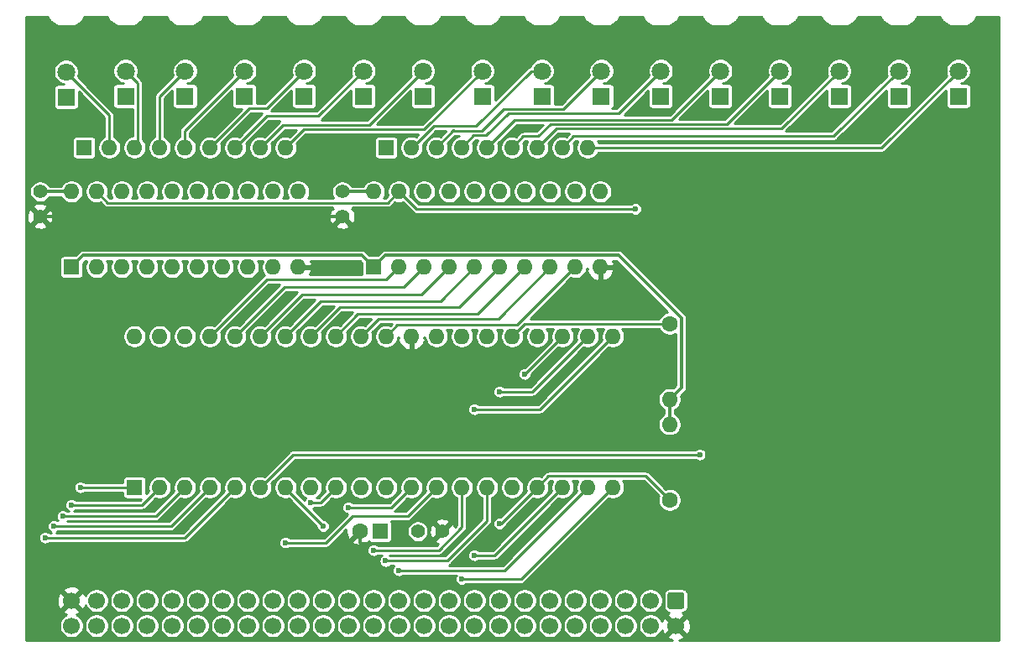
<source format=gbl>
G04 #@! TF.GenerationSoftware,KiCad,Pcbnew,(5.1.12)-1*
G04 #@! TF.CreationDate,2024-01-30T17:36:33+00:00*
G04 #@! TF.ProjectId,CPU,4350552e-6b69-4636-9164-5f7063625858,rev?*
G04 #@! TF.SameCoordinates,Original*
G04 #@! TF.FileFunction,Copper,L2,Bot*
G04 #@! TF.FilePolarity,Positive*
%FSLAX46Y46*%
G04 Gerber Fmt 4.6, Leading zero omitted, Abs format (unit mm)*
G04 Created by KiCad (PCBNEW (5.1.12)-1) date 2024-01-30 17:36:33*
%MOMM*%
%LPD*%
G01*
G04 APERTURE LIST*
G04 #@! TA.AperFunction,ComponentPad*
%ADD10O,1.600000X1.600000*%
G04 #@! TD*
G04 #@! TA.AperFunction,ComponentPad*
%ADD11R,1.600000X1.600000*%
G04 #@! TD*
G04 #@! TA.AperFunction,ComponentPad*
%ADD12C,1.600000*%
G04 #@! TD*
G04 #@! TA.AperFunction,ComponentPad*
%ADD13C,1.700000*%
G04 #@! TD*
G04 #@! TA.AperFunction,ComponentPad*
%ADD14C,1.800000*%
G04 #@! TD*
G04 #@! TA.AperFunction,ComponentPad*
%ADD15R,1.800000X1.800000*%
G04 #@! TD*
G04 #@! TA.AperFunction,ComponentPad*
%ADD16C,1.400000*%
G04 #@! TD*
G04 #@! TA.AperFunction,ViaPad*
%ADD17C,0.600000*%
G04 #@! TD*
G04 #@! TA.AperFunction,Conductor*
%ADD18C,0.350000*%
G04 #@! TD*
G04 #@! TA.AperFunction,Conductor*
%ADD19C,0.250000*%
G04 #@! TD*
G04 #@! TA.AperFunction,Conductor*
%ADD20C,0.254000*%
G04 #@! TD*
G04 #@! TA.AperFunction,Conductor*
%ADD21C,0.100000*%
G04 #@! TD*
G04 APERTURE END LIST*
D10*
X180340000Y-116205000D03*
X177800000Y-116205000D03*
X175260000Y-116205000D03*
X172720000Y-116205000D03*
X170180000Y-116205000D03*
X167640000Y-116205000D03*
X165100000Y-116205000D03*
X162560000Y-116205000D03*
D11*
X160020000Y-116205000D03*
D10*
X210820000Y-116205000D03*
X208280000Y-116205000D03*
X205740000Y-116205000D03*
X203200000Y-116205000D03*
X200660000Y-116205000D03*
X198120000Y-116205000D03*
X195580000Y-116205000D03*
X193040000Y-116205000D03*
D11*
X190500000Y-116205000D03*
D10*
X165100000Y-135255000D03*
X213360000Y-150495000D03*
X167640000Y-135255000D03*
X210820000Y-150495000D03*
X170180000Y-135255000D03*
X208280000Y-150495000D03*
X172720000Y-135255000D03*
X205740000Y-150495000D03*
X175260000Y-135255000D03*
X203200000Y-150495000D03*
X177800000Y-135255000D03*
X200660000Y-150495000D03*
X180340000Y-135255000D03*
X198120000Y-150495000D03*
X182880000Y-135255000D03*
X195580000Y-150495000D03*
X185420000Y-135255000D03*
X193040000Y-150495000D03*
X187960000Y-135255000D03*
X190500000Y-150495000D03*
X190500000Y-135255000D03*
X187960000Y-150495000D03*
X193040000Y-135255000D03*
X185420000Y-150495000D03*
X195580000Y-135255000D03*
X182880000Y-150495000D03*
X198120000Y-135255000D03*
X180340000Y-150495000D03*
X200660000Y-135255000D03*
X177800000Y-150495000D03*
X203200000Y-135255000D03*
X175260000Y-150495000D03*
X205740000Y-135255000D03*
X172720000Y-150495000D03*
X208280000Y-135255000D03*
X170180000Y-150495000D03*
X210820000Y-135255000D03*
X167640000Y-150495000D03*
X213360000Y-135255000D03*
D11*
X165100000Y-150495000D03*
D10*
X219075000Y-141605000D03*
D12*
X219075000Y-133985000D03*
D10*
X219075000Y-144145000D03*
D12*
X219075000Y-151765000D03*
D13*
X158750000Y-164465000D03*
X161290000Y-164465000D03*
X163830000Y-164465000D03*
X166370000Y-164465000D03*
X168910000Y-164465000D03*
X171450000Y-164465000D03*
X173990000Y-164465000D03*
X176530000Y-164465000D03*
X179070000Y-164465000D03*
X181610000Y-164465000D03*
X184150000Y-164465000D03*
X186690000Y-164465000D03*
X189230000Y-164465000D03*
X191770000Y-164465000D03*
X194310000Y-164465000D03*
X196850000Y-164465000D03*
X199390000Y-164465000D03*
X201930000Y-164465000D03*
X204470000Y-164465000D03*
X207010000Y-164465000D03*
X209550000Y-164465000D03*
X212090000Y-164465000D03*
X214630000Y-164465000D03*
X217170000Y-164465000D03*
X219710000Y-164465000D03*
X158750000Y-161925000D03*
X161290000Y-161925000D03*
X163830000Y-161925000D03*
X166370000Y-161925000D03*
X168910000Y-161925000D03*
X171450000Y-161925000D03*
X173990000Y-161925000D03*
X176530000Y-161925000D03*
X179070000Y-161925000D03*
X181610000Y-161925000D03*
X184150000Y-161925000D03*
X186690000Y-161925000D03*
X189230000Y-161925000D03*
X191770000Y-161925000D03*
X194310000Y-161925000D03*
X196850000Y-161925000D03*
X199390000Y-161925000D03*
X201930000Y-161925000D03*
X204470000Y-161925000D03*
X207010000Y-161925000D03*
X209550000Y-161925000D03*
X212090000Y-161925000D03*
X214630000Y-161925000D03*
X217170000Y-161925000D03*
G04 #@! TA.AperFunction,ComponentPad*
G36*
G01*
X219110000Y-161075000D02*
X220310000Y-161075000D01*
G75*
G02*
X220560000Y-161325000I0J-250000D01*
G01*
X220560000Y-162525000D01*
G75*
G02*
X220310000Y-162775000I-250000J0D01*
G01*
X219110000Y-162775000D01*
G75*
G02*
X218860000Y-162525000I0J250000D01*
G01*
X218860000Y-161325000D01*
G75*
G02*
X219110000Y-161075000I250000J0D01*
G01*
G37*
G04 #@! TD.AperFunction*
D10*
X189230000Y-120650000D03*
X212090000Y-128270000D03*
X191770000Y-120650000D03*
X209550000Y-128270000D03*
X194310000Y-120650000D03*
X207010000Y-128270000D03*
X196850000Y-120650000D03*
X204470000Y-128270000D03*
X199390000Y-120650000D03*
X201930000Y-128270000D03*
X201930000Y-120650000D03*
X199390000Y-128270000D03*
X204470000Y-120650000D03*
X196850000Y-128270000D03*
X207010000Y-120650000D03*
X194310000Y-128270000D03*
X209550000Y-120650000D03*
X191770000Y-128270000D03*
X212090000Y-120650000D03*
D11*
X189230000Y-128270000D03*
D10*
X158750000Y-120650000D03*
X181610000Y-128270000D03*
X161290000Y-120650000D03*
X179070000Y-128270000D03*
X163830000Y-120650000D03*
X176530000Y-128270000D03*
X166370000Y-120650000D03*
X173990000Y-128270000D03*
X168910000Y-120650000D03*
X171450000Y-128270000D03*
X171450000Y-120650000D03*
X168910000Y-128270000D03*
X173990000Y-120650000D03*
X166370000Y-128270000D03*
X176530000Y-120650000D03*
X163830000Y-128270000D03*
X179070000Y-120650000D03*
X161290000Y-128270000D03*
X181610000Y-120650000D03*
D11*
X158750000Y-128270000D03*
D14*
X248200000Y-108485000D03*
D15*
X248200000Y-111025000D03*
D14*
X242200000Y-108485000D03*
D15*
X242200000Y-111025000D03*
D14*
X236200000Y-108485000D03*
D15*
X236200000Y-111025000D03*
D14*
X230200000Y-108485000D03*
D15*
X230200000Y-111025000D03*
D14*
X224200000Y-108485000D03*
D15*
X224200000Y-111025000D03*
D14*
X218200000Y-108485000D03*
D15*
X218200000Y-111025000D03*
D14*
X212200000Y-108485000D03*
D15*
X212200000Y-111025000D03*
D14*
X206200000Y-108485000D03*
D15*
X206200000Y-111025000D03*
D14*
X200200000Y-108485000D03*
D15*
X200200000Y-111025000D03*
D14*
X194200000Y-108485000D03*
D15*
X194200000Y-111025000D03*
D14*
X188200000Y-108485000D03*
D15*
X188200000Y-111025000D03*
D14*
X182200000Y-108485000D03*
D15*
X182200000Y-111025000D03*
D14*
X176200000Y-108485000D03*
D15*
X176200000Y-111025000D03*
D14*
X170200000Y-108485000D03*
D15*
X170200000Y-111025000D03*
D14*
X164200000Y-108485000D03*
D15*
X164200000Y-111025000D03*
D14*
X158200000Y-108575000D03*
D15*
X158200000Y-111115000D03*
D12*
X187865000Y-154940000D03*
D11*
X189865000Y-154940000D03*
D16*
X186055000Y-123150000D03*
X186055000Y-120650000D03*
X155575000Y-123150000D03*
X155575000Y-120650000D03*
X196175000Y-154940000D03*
X193675000Y-154940000D03*
D17*
X186690000Y-152527000D03*
X190436500Y-157924500D03*
X189230000Y-156845000D03*
X157861000Y-153416000D03*
X159639000Y-150495000D03*
X158750000Y-152273000D03*
X182880000Y-152019000D03*
X184150000Y-154432002D03*
X180340000Y-156083000D03*
X156083000Y-155575000D03*
X215646000Y-122428000D03*
X198120000Y-159766000D03*
X201930000Y-140843000D03*
X191770001Y-158877001D03*
X199390000Y-142621000D03*
X199389998Y-157353000D03*
X201930001Y-154178001D03*
X222123000Y-147193000D03*
X156972000Y-154432000D03*
X204470000Y-139064998D03*
D18*
X187865000Y-156071370D02*
X187865000Y-154940000D01*
X187963629Y-156169999D02*
X187865000Y-156071370D01*
X194945001Y-156169999D02*
X187963629Y-156169999D01*
X196175000Y-154940000D02*
X194945001Y-156169999D01*
X163916999Y-156758001D02*
X158750000Y-161925000D01*
X186046999Y-156758001D02*
X163916999Y-156758001D01*
X187865000Y-154940000D02*
X186046999Y-156758001D01*
X218484990Y-163239990D02*
X219710000Y-164465000D01*
X218484990Y-161426988D02*
X218484990Y-163239990D01*
X159975001Y-160699999D02*
X217758001Y-160699999D01*
X217758001Y-160699999D02*
X218484990Y-161426988D01*
X158750000Y-161925000D02*
X159975001Y-160699999D01*
X193040000Y-137270002D02*
X193040000Y-135255000D01*
X201089999Y-145320001D02*
X193040000Y-137270002D01*
X221249003Y-145320001D02*
X201089999Y-145320001D01*
X222798001Y-146868999D02*
X221249003Y-145320001D01*
X222798001Y-161376999D02*
X222798001Y-146868999D01*
X219710000Y-164465000D02*
X222798001Y-161376999D01*
X186055000Y-123150000D02*
X155575000Y-123150000D01*
X189230000Y-120650000D02*
X186055000Y-120650000D01*
X159925001Y-127094999D02*
X158750000Y-128270000D01*
X188054999Y-127094999D02*
X159925001Y-127094999D01*
X189230000Y-128270000D02*
X188054999Y-127094999D01*
X158750000Y-120650000D02*
X155575000Y-120650000D01*
X220250001Y-140429999D02*
X219075000Y-141605000D01*
X220250001Y-133420999D02*
X220250001Y-140429999D01*
X190405001Y-127094999D02*
X213924001Y-127094999D01*
X213924001Y-127094999D02*
X220250001Y-133420999D01*
X189230000Y-128270000D02*
X190405001Y-127094999D01*
X219075000Y-141605000D02*
X219075000Y-144145000D01*
D19*
X193040000Y-150495000D02*
X191008000Y-152527000D01*
X191008000Y-152527000D02*
X186690000Y-152527000D01*
X196636706Y-157924500D02*
X190436500Y-157924500D01*
X200660000Y-153901206D02*
X196636706Y-157924500D01*
X200660000Y-150495000D02*
X200660000Y-153901206D01*
X198120000Y-154512002D02*
X198120000Y-150495000D01*
X195787002Y-156845000D02*
X198120000Y-154512002D01*
X189230000Y-156845000D02*
X195787002Y-156845000D01*
X170180000Y-150495000D02*
X167259000Y-153416000D01*
X167259000Y-153416000D02*
X157861000Y-153416000D01*
X209548590Y-128270000D02*
X209550000Y-128270000D01*
X203688591Y-134129999D02*
X209548590Y-128270000D01*
X191625001Y-134129999D02*
X203688591Y-134129999D01*
X190500000Y-135255000D02*
X191625001Y-134129999D01*
X201803000Y-133477000D02*
X207010000Y-128270000D01*
X189738000Y-133477000D02*
X201803000Y-133477000D01*
X187960000Y-135255000D02*
X189738000Y-133477000D01*
X199713011Y-133026989D02*
X187648011Y-133026989D01*
X204470000Y-128270000D02*
X199713011Y-133026989D01*
X187648011Y-133026989D02*
X185420000Y-135255000D01*
X165100000Y-150495000D02*
X159639000Y-150495000D01*
X201930000Y-128270000D02*
X197866000Y-132334000D01*
X185801000Y-132334000D02*
X182880000Y-135255000D01*
X197866000Y-132334000D02*
X185801000Y-132334000D01*
X183896000Y-131699000D02*
X180340000Y-135255000D01*
X195961000Y-131699000D02*
X183896000Y-131699000D01*
X199390000Y-128270000D02*
X195961000Y-131699000D01*
X181991000Y-131064000D02*
X177800000Y-135255000D01*
X194056000Y-131064000D02*
X181991000Y-131064000D01*
X196850000Y-128270000D02*
X194056000Y-131064000D01*
X194310000Y-128270000D02*
X192278000Y-130302000D01*
X180213000Y-130302000D02*
X175260000Y-135255000D01*
X192278000Y-130302000D02*
X180213000Y-130302000D01*
X191770000Y-128270000D02*
X190500000Y-129540000D01*
X178435000Y-129540000D02*
X172720000Y-135255000D01*
X190500000Y-129540000D02*
X178435000Y-129540000D01*
X165862000Y-152273000D02*
X158750000Y-152273000D01*
X167640000Y-150495000D02*
X165862000Y-152273000D01*
X183896000Y-152019000D02*
X182880000Y-152019000D01*
X185420000Y-150495000D02*
X183896000Y-152019000D01*
X180340000Y-150622002D02*
X180340000Y-150495000D01*
X184150000Y-154432002D02*
X180340000Y-150622002D01*
X181610000Y-156083000D02*
X180340000Y-156083000D01*
X184422002Y-156083000D02*
X181610000Y-156083000D01*
X187089002Y-153416000D02*
X184422002Y-156083000D01*
X192659000Y-153416000D02*
X187089002Y-153416000D01*
X195580000Y-150495000D02*
X192659000Y-153416000D01*
X170180000Y-155575000D02*
X156083000Y-155575000D01*
X175260000Y-150495000D02*
X170180000Y-155575000D01*
X193548000Y-122428000D02*
X191770000Y-120650000D01*
X215646000Y-122428000D02*
X193548000Y-122428000D01*
X162415001Y-121775001D02*
X161290000Y-120650000D01*
X190644999Y-121775001D02*
X162415001Y-121775001D01*
X191770000Y-120650000D02*
X190644999Y-121775001D01*
X213360000Y-150495000D02*
X204089000Y-159766000D01*
X204089000Y-159766000D02*
X198120000Y-159766000D01*
X210820000Y-135255000D02*
X205232000Y-140843000D01*
X205232000Y-140843000D02*
X201930000Y-140843000D01*
X210820000Y-150495000D02*
X202437999Y-158877001D01*
X202437999Y-158877001D02*
X191770001Y-158877001D01*
X205994000Y-142621000D02*
X199390000Y-142621000D01*
X213360000Y-135255000D02*
X205994000Y-142621000D01*
X208280000Y-150495000D02*
X201422000Y-157353000D01*
X201422000Y-157353000D02*
X199389998Y-157353000D01*
X216679999Y-149369999D02*
X219075000Y-151765000D01*
X206865001Y-149369999D02*
X216679999Y-149369999D01*
X205740000Y-150495000D02*
X206865001Y-149369999D01*
X205740000Y-150495000D02*
X202056999Y-154178001D01*
X202056999Y-154178001D02*
X201930001Y-154178001D01*
X177800000Y-150495000D02*
X181102000Y-147193000D01*
X181102000Y-147193000D02*
X222123000Y-147193000D01*
X204470000Y-133985000D02*
X203200000Y-135255000D01*
X219075000Y-133985000D02*
X204470000Y-133985000D01*
X172720000Y-150495000D02*
X168783000Y-154432000D01*
X168783000Y-154432000D02*
X156972000Y-154432000D01*
X207479999Y-136054999D02*
X204470000Y-139064998D01*
X208280000Y-135255000D02*
X207479999Y-136054999D01*
X162560000Y-112935000D02*
X162560000Y-116205000D01*
X158200000Y-108575000D02*
X162560000Y-112935000D01*
X165425001Y-115879999D02*
X165100000Y-116205000D01*
X165425001Y-109710001D02*
X165425001Y-115879999D01*
X164200000Y-108485000D02*
X165425001Y-109710001D01*
X167640000Y-111045000D02*
X167640000Y-116205000D01*
X170200000Y-108485000D02*
X167640000Y-111045000D01*
X170180000Y-114505000D02*
X170180000Y-116205000D01*
X176200000Y-108485000D02*
X170180000Y-114505000D01*
X176674999Y-112250001D02*
X172720000Y-116205000D01*
X178434999Y-112250001D02*
X176674999Y-112250001D01*
X182200000Y-108485000D02*
X178434999Y-112250001D01*
X188200000Y-108485000D02*
X183655000Y-113030000D01*
X178435000Y-113030000D02*
X175260000Y-116205000D01*
X183655000Y-113030000D02*
X178435000Y-113030000D01*
X194200000Y-108485000D02*
X188766000Y-113919000D01*
X180086000Y-113919000D02*
X177800000Y-116205000D01*
X188766000Y-113919000D02*
X180086000Y-113919000D01*
X182175990Y-114369010D02*
X180340000Y-116205000D01*
X194315990Y-114369010D02*
X182175990Y-114369010D01*
X200200000Y-108485000D02*
X194315990Y-114369010D01*
X193116410Y-116205000D02*
X193040000Y-116205000D01*
X199569511Y-114040491D02*
X195280919Y-114040491D01*
X195280919Y-114040491D02*
X193116410Y-116205000D01*
X205125002Y-108485000D02*
X199569511Y-114040491D01*
X206200000Y-108485000D02*
X205125002Y-108485000D01*
X197352490Y-114548490D02*
X197294500Y-114490500D01*
X200157510Y-114548490D02*
X197352490Y-114548490D01*
X202380010Y-112325990D02*
X200157510Y-114548490D01*
X208359010Y-112325990D02*
X202380010Y-112325990D01*
X197294500Y-114490500D02*
X195580000Y-116205000D01*
X212200000Y-108485000D02*
X208359010Y-112325990D01*
X199326500Y-114998500D02*
X198120000Y-116205000D01*
X200596500Y-114998500D02*
X199326500Y-114998500D01*
X202819000Y-112776000D02*
X200596500Y-114998500D01*
X213909000Y-112776000D02*
X202819000Y-112776000D01*
X218200000Y-108485000D02*
X213909000Y-112776000D01*
X224200000Y-108485000D02*
X219285020Y-113399980D01*
X203465020Y-113399980D02*
X200660000Y-116205000D01*
X219285020Y-113399980D02*
X203465020Y-113399980D01*
X230200000Y-108485000D02*
X224835010Y-113849990D01*
X205849001Y-115079999D02*
X204325001Y-115079999D01*
X207079010Y-113849990D02*
X205849001Y-115079999D01*
X204325001Y-115079999D02*
X203200000Y-116205000D01*
X224835010Y-113849990D02*
X207079010Y-113849990D01*
X236200000Y-108485000D02*
X230385000Y-114300000D01*
X207645000Y-114300000D02*
X205740000Y-116205000D01*
X230385000Y-114300000D02*
X207645000Y-114300000D01*
X209405001Y-115079999D02*
X208280000Y-116205000D01*
X235605001Y-115079999D02*
X209405001Y-115079999D01*
X242200000Y-108485000D02*
X235605001Y-115079999D01*
X240480000Y-116205000D02*
X210820000Y-116205000D01*
X248200000Y-108485000D02*
X240480000Y-116205000D01*
D20*
X156342530Y-103022358D02*
X156358537Y-103060437D01*
X156374027Y-103098778D01*
X156377017Y-103104400D01*
X156469842Y-103276077D01*
X156492968Y-103310364D01*
X156515584Y-103344925D01*
X156519601Y-103349850D01*
X156519607Y-103349858D01*
X156519614Y-103349865D01*
X156644012Y-103500237D01*
X156673345Y-103529366D01*
X156702254Y-103558887D01*
X156707161Y-103562946D01*
X156858403Y-103686296D01*
X156892847Y-103709181D01*
X156926928Y-103732517D01*
X156932521Y-103735541D01*
X156932529Y-103735546D01*
X156932537Y-103735549D01*
X157104852Y-103827171D01*
X157143066Y-103842921D01*
X157181049Y-103859201D01*
X157187132Y-103861084D01*
X157373968Y-103917493D01*
X157414511Y-103925521D01*
X157454935Y-103934114D01*
X157461268Y-103934779D01*
X157655501Y-103953824D01*
X157655507Y-103953824D01*
X157677601Y-103956000D01*
X158722399Y-103956000D01*
X158742129Y-103954057D01*
X158748311Y-103954100D01*
X158754647Y-103953478D01*
X158948744Y-103933077D01*
X158989233Y-103924766D01*
X159029825Y-103917023D01*
X159035916Y-103915183D01*
X159035922Y-103915182D01*
X159035928Y-103915180D01*
X159222358Y-103857470D01*
X159260437Y-103841463D01*
X159298778Y-103825973D01*
X159304400Y-103822983D01*
X159476077Y-103730158D01*
X159510364Y-103707032D01*
X159544925Y-103684416D01*
X159549850Y-103680399D01*
X159549858Y-103680393D01*
X159549865Y-103680386D01*
X159700237Y-103555988D01*
X159729366Y-103526655D01*
X159758887Y-103497746D01*
X159762946Y-103492839D01*
X159886296Y-103341597D01*
X159909181Y-103307153D01*
X159932517Y-103273072D01*
X159935541Y-103267479D01*
X159935546Y-103267471D01*
X159935549Y-103267463D01*
X160027171Y-103095148D01*
X160042921Y-103056934D01*
X160059201Y-103018951D01*
X160061084Y-103012868D01*
X160065875Y-102997000D01*
X162334680Y-102997000D01*
X162342530Y-103022358D01*
X162358537Y-103060437D01*
X162374027Y-103098778D01*
X162377017Y-103104400D01*
X162469842Y-103276077D01*
X162492968Y-103310364D01*
X162515584Y-103344925D01*
X162519601Y-103349850D01*
X162519607Y-103349858D01*
X162519614Y-103349865D01*
X162644012Y-103500237D01*
X162673345Y-103529366D01*
X162702254Y-103558887D01*
X162707161Y-103562946D01*
X162858403Y-103686296D01*
X162892847Y-103709181D01*
X162926928Y-103732517D01*
X162932521Y-103735541D01*
X162932529Y-103735546D01*
X162932537Y-103735549D01*
X163104852Y-103827171D01*
X163143066Y-103842921D01*
X163181049Y-103859201D01*
X163187132Y-103861084D01*
X163373968Y-103917493D01*
X163414511Y-103925521D01*
X163454935Y-103934114D01*
X163461268Y-103934779D01*
X163655501Y-103953824D01*
X163655507Y-103953824D01*
X163677601Y-103956000D01*
X164722399Y-103956000D01*
X164742129Y-103954057D01*
X164748311Y-103954100D01*
X164754647Y-103953478D01*
X164948744Y-103933077D01*
X164989233Y-103924766D01*
X165029825Y-103917023D01*
X165035916Y-103915183D01*
X165035922Y-103915182D01*
X165035928Y-103915180D01*
X165222358Y-103857470D01*
X165260437Y-103841463D01*
X165298778Y-103825973D01*
X165304400Y-103822983D01*
X165476077Y-103730158D01*
X165510364Y-103707032D01*
X165544925Y-103684416D01*
X165549850Y-103680399D01*
X165549858Y-103680393D01*
X165549865Y-103680386D01*
X165700237Y-103555988D01*
X165729366Y-103526655D01*
X165758887Y-103497746D01*
X165762946Y-103492839D01*
X165886296Y-103341597D01*
X165909181Y-103307153D01*
X165932517Y-103273072D01*
X165935541Y-103267479D01*
X165935546Y-103267471D01*
X165935549Y-103267463D01*
X166027171Y-103095148D01*
X166042921Y-103056934D01*
X166059201Y-103018951D01*
X166061084Y-103012868D01*
X166065875Y-102997000D01*
X168334680Y-102997000D01*
X168342530Y-103022358D01*
X168358537Y-103060437D01*
X168374027Y-103098778D01*
X168377017Y-103104400D01*
X168469842Y-103276077D01*
X168492968Y-103310364D01*
X168515584Y-103344925D01*
X168519601Y-103349850D01*
X168519607Y-103349858D01*
X168519614Y-103349865D01*
X168644012Y-103500237D01*
X168673345Y-103529366D01*
X168702254Y-103558887D01*
X168707161Y-103562946D01*
X168858403Y-103686296D01*
X168892847Y-103709181D01*
X168926928Y-103732517D01*
X168932521Y-103735541D01*
X168932529Y-103735546D01*
X168932537Y-103735549D01*
X169104852Y-103827171D01*
X169143066Y-103842921D01*
X169181049Y-103859201D01*
X169187132Y-103861084D01*
X169373968Y-103917493D01*
X169414511Y-103925521D01*
X169454935Y-103934114D01*
X169461268Y-103934779D01*
X169655501Y-103953824D01*
X169655507Y-103953824D01*
X169677601Y-103956000D01*
X170722399Y-103956000D01*
X170742129Y-103954057D01*
X170748311Y-103954100D01*
X170754647Y-103953478D01*
X170948744Y-103933077D01*
X170989233Y-103924766D01*
X171029825Y-103917023D01*
X171035916Y-103915183D01*
X171035922Y-103915182D01*
X171035928Y-103915180D01*
X171222358Y-103857470D01*
X171260437Y-103841463D01*
X171298778Y-103825973D01*
X171304400Y-103822983D01*
X171476077Y-103730158D01*
X171510364Y-103707032D01*
X171544925Y-103684416D01*
X171549850Y-103680399D01*
X171549858Y-103680393D01*
X171549865Y-103680386D01*
X171700237Y-103555988D01*
X171729366Y-103526655D01*
X171758887Y-103497746D01*
X171762946Y-103492839D01*
X171886296Y-103341597D01*
X171909181Y-103307153D01*
X171932517Y-103273072D01*
X171935541Y-103267479D01*
X171935546Y-103267471D01*
X171935549Y-103267463D01*
X172027171Y-103095148D01*
X172042921Y-103056934D01*
X172059201Y-103018951D01*
X172061084Y-103012868D01*
X172065875Y-102997000D01*
X174334680Y-102997000D01*
X174342530Y-103022358D01*
X174358537Y-103060437D01*
X174374027Y-103098778D01*
X174377017Y-103104400D01*
X174469842Y-103276077D01*
X174492968Y-103310364D01*
X174515584Y-103344925D01*
X174519601Y-103349850D01*
X174519607Y-103349858D01*
X174519614Y-103349865D01*
X174644012Y-103500237D01*
X174673345Y-103529366D01*
X174702254Y-103558887D01*
X174707161Y-103562946D01*
X174858403Y-103686296D01*
X174892847Y-103709181D01*
X174926928Y-103732517D01*
X174932521Y-103735541D01*
X174932529Y-103735546D01*
X174932537Y-103735549D01*
X175104852Y-103827171D01*
X175143066Y-103842921D01*
X175181049Y-103859201D01*
X175187132Y-103861084D01*
X175373968Y-103917493D01*
X175414511Y-103925521D01*
X175454935Y-103934114D01*
X175461268Y-103934779D01*
X175655501Y-103953824D01*
X175655507Y-103953824D01*
X175677601Y-103956000D01*
X176722399Y-103956000D01*
X176742129Y-103954057D01*
X176748311Y-103954100D01*
X176754647Y-103953478D01*
X176948744Y-103933077D01*
X176989233Y-103924766D01*
X177029825Y-103917023D01*
X177035916Y-103915183D01*
X177035922Y-103915182D01*
X177035928Y-103915180D01*
X177222358Y-103857470D01*
X177260437Y-103841463D01*
X177298778Y-103825973D01*
X177304400Y-103822983D01*
X177476077Y-103730158D01*
X177510364Y-103707032D01*
X177544925Y-103684416D01*
X177549850Y-103680399D01*
X177549858Y-103680393D01*
X177549865Y-103680386D01*
X177700237Y-103555988D01*
X177729366Y-103526655D01*
X177758887Y-103497746D01*
X177762946Y-103492839D01*
X177886296Y-103341597D01*
X177909181Y-103307153D01*
X177932517Y-103273072D01*
X177935541Y-103267479D01*
X177935546Y-103267471D01*
X177935549Y-103267463D01*
X178027171Y-103095148D01*
X178042921Y-103056934D01*
X178059201Y-103018951D01*
X178061084Y-103012868D01*
X178065875Y-102997000D01*
X180334680Y-102997000D01*
X180342530Y-103022358D01*
X180358537Y-103060437D01*
X180374027Y-103098778D01*
X180377017Y-103104400D01*
X180469842Y-103276077D01*
X180492968Y-103310364D01*
X180515584Y-103344925D01*
X180519601Y-103349850D01*
X180519607Y-103349858D01*
X180519614Y-103349865D01*
X180644012Y-103500237D01*
X180673345Y-103529366D01*
X180702254Y-103558887D01*
X180707161Y-103562946D01*
X180858403Y-103686296D01*
X180892847Y-103709181D01*
X180926928Y-103732517D01*
X180932521Y-103735541D01*
X180932529Y-103735546D01*
X180932537Y-103735549D01*
X181104852Y-103827171D01*
X181143066Y-103842921D01*
X181181049Y-103859201D01*
X181187132Y-103861084D01*
X181373968Y-103917493D01*
X181414511Y-103925521D01*
X181454935Y-103934114D01*
X181461268Y-103934779D01*
X181655501Y-103953824D01*
X181655507Y-103953824D01*
X181677601Y-103956000D01*
X182722399Y-103956000D01*
X182742129Y-103954057D01*
X182748311Y-103954100D01*
X182754647Y-103953478D01*
X182948744Y-103933077D01*
X182989233Y-103924766D01*
X183029825Y-103917023D01*
X183035916Y-103915183D01*
X183035922Y-103915182D01*
X183035928Y-103915180D01*
X183222358Y-103857470D01*
X183260437Y-103841463D01*
X183298778Y-103825973D01*
X183304400Y-103822983D01*
X183476077Y-103730158D01*
X183510364Y-103707032D01*
X183544925Y-103684416D01*
X183549850Y-103680399D01*
X183549858Y-103680393D01*
X183549865Y-103680386D01*
X183700237Y-103555988D01*
X183729366Y-103526655D01*
X183758887Y-103497746D01*
X183762946Y-103492839D01*
X183886296Y-103341597D01*
X183909181Y-103307153D01*
X183932517Y-103273072D01*
X183935541Y-103267479D01*
X183935546Y-103267471D01*
X183935549Y-103267463D01*
X184027171Y-103095148D01*
X184042921Y-103056934D01*
X184059201Y-103018951D01*
X184061084Y-103012868D01*
X184065875Y-102997000D01*
X186334680Y-102997000D01*
X186342530Y-103022358D01*
X186358537Y-103060437D01*
X186374027Y-103098778D01*
X186377017Y-103104400D01*
X186469842Y-103276077D01*
X186492968Y-103310364D01*
X186515584Y-103344925D01*
X186519601Y-103349850D01*
X186519607Y-103349858D01*
X186519614Y-103349865D01*
X186644012Y-103500237D01*
X186673345Y-103529366D01*
X186702254Y-103558887D01*
X186707161Y-103562946D01*
X186858403Y-103686296D01*
X186892847Y-103709181D01*
X186926928Y-103732517D01*
X186932521Y-103735541D01*
X186932529Y-103735546D01*
X186932537Y-103735549D01*
X187104852Y-103827171D01*
X187143066Y-103842921D01*
X187181049Y-103859201D01*
X187187132Y-103861084D01*
X187373968Y-103917493D01*
X187414511Y-103925521D01*
X187454935Y-103934114D01*
X187461268Y-103934779D01*
X187655501Y-103953824D01*
X187655507Y-103953824D01*
X187677601Y-103956000D01*
X188722399Y-103956000D01*
X188742129Y-103954057D01*
X188748311Y-103954100D01*
X188754647Y-103953478D01*
X188948744Y-103933077D01*
X188989233Y-103924766D01*
X189029825Y-103917023D01*
X189035916Y-103915183D01*
X189035922Y-103915182D01*
X189035928Y-103915180D01*
X189222358Y-103857470D01*
X189260437Y-103841463D01*
X189298778Y-103825973D01*
X189304400Y-103822983D01*
X189476077Y-103730158D01*
X189510364Y-103707032D01*
X189544925Y-103684416D01*
X189549850Y-103680399D01*
X189549858Y-103680393D01*
X189549865Y-103680386D01*
X189700237Y-103555988D01*
X189729366Y-103526655D01*
X189758887Y-103497746D01*
X189762946Y-103492839D01*
X189886296Y-103341597D01*
X189909181Y-103307153D01*
X189932517Y-103273072D01*
X189935541Y-103267479D01*
X189935546Y-103267471D01*
X189935549Y-103267463D01*
X190027171Y-103095148D01*
X190042921Y-103056934D01*
X190059201Y-103018951D01*
X190061084Y-103012868D01*
X190065875Y-102997000D01*
X192334680Y-102997000D01*
X192342530Y-103022358D01*
X192358537Y-103060437D01*
X192374027Y-103098778D01*
X192377017Y-103104400D01*
X192469842Y-103276077D01*
X192492968Y-103310364D01*
X192515584Y-103344925D01*
X192519601Y-103349850D01*
X192519607Y-103349858D01*
X192519614Y-103349865D01*
X192644012Y-103500237D01*
X192673345Y-103529366D01*
X192702254Y-103558887D01*
X192707161Y-103562946D01*
X192858403Y-103686296D01*
X192892847Y-103709181D01*
X192926928Y-103732517D01*
X192932521Y-103735541D01*
X192932529Y-103735546D01*
X192932537Y-103735549D01*
X193104852Y-103827171D01*
X193143066Y-103842921D01*
X193181049Y-103859201D01*
X193187132Y-103861084D01*
X193373968Y-103917493D01*
X193414511Y-103925521D01*
X193454935Y-103934114D01*
X193461268Y-103934779D01*
X193655501Y-103953824D01*
X193655507Y-103953824D01*
X193677601Y-103956000D01*
X194722399Y-103956000D01*
X194742129Y-103954057D01*
X194748311Y-103954100D01*
X194754647Y-103953478D01*
X194948744Y-103933077D01*
X194989233Y-103924766D01*
X195029825Y-103917023D01*
X195035916Y-103915183D01*
X195035922Y-103915182D01*
X195035928Y-103915180D01*
X195222358Y-103857470D01*
X195260437Y-103841463D01*
X195298778Y-103825973D01*
X195304400Y-103822983D01*
X195476077Y-103730158D01*
X195510364Y-103707032D01*
X195544925Y-103684416D01*
X195549850Y-103680399D01*
X195549858Y-103680393D01*
X195549865Y-103680386D01*
X195700237Y-103555988D01*
X195729366Y-103526655D01*
X195758887Y-103497746D01*
X195762946Y-103492839D01*
X195886296Y-103341597D01*
X195909181Y-103307153D01*
X195932517Y-103273072D01*
X195935541Y-103267479D01*
X195935546Y-103267471D01*
X195935549Y-103267463D01*
X196027171Y-103095148D01*
X196042921Y-103056934D01*
X196059201Y-103018951D01*
X196061084Y-103012868D01*
X196065875Y-102997000D01*
X198334680Y-102997000D01*
X198342530Y-103022358D01*
X198358537Y-103060437D01*
X198374027Y-103098778D01*
X198377017Y-103104400D01*
X198469842Y-103276077D01*
X198492968Y-103310364D01*
X198515584Y-103344925D01*
X198519601Y-103349850D01*
X198519607Y-103349858D01*
X198519614Y-103349865D01*
X198644012Y-103500237D01*
X198673345Y-103529366D01*
X198702254Y-103558887D01*
X198707161Y-103562946D01*
X198858403Y-103686296D01*
X198892847Y-103709181D01*
X198926928Y-103732517D01*
X198932521Y-103735541D01*
X198932529Y-103735546D01*
X198932537Y-103735549D01*
X199104852Y-103827171D01*
X199143066Y-103842921D01*
X199181049Y-103859201D01*
X199187132Y-103861084D01*
X199373968Y-103917493D01*
X199414511Y-103925521D01*
X199454935Y-103934114D01*
X199461268Y-103934779D01*
X199655501Y-103953824D01*
X199655507Y-103953824D01*
X199677601Y-103956000D01*
X200722399Y-103956000D01*
X200742129Y-103954057D01*
X200748311Y-103954100D01*
X200754647Y-103953478D01*
X200948744Y-103933077D01*
X200989233Y-103924766D01*
X201029825Y-103917023D01*
X201035916Y-103915183D01*
X201035922Y-103915182D01*
X201035928Y-103915180D01*
X201222358Y-103857470D01*
X201260437Y-103841463D01*
X201298778Y-103825973D01*
X201304400Y-103822983D01*
X201476077Y-103730158D01*
X201510364Y-103707032D01*
X201544925Y-103684416D01*
X201549850Y-103680399D01*
X201549858Y-103680393D01*
X201549865Y-103680386D01*
X201700237Y-103555988D01*
X201729366Y-103526655D01*
X201758887Y-103497746D01*
X201762946Y-103492839D01*
X201886296Y-103341597D01*
X201909181Y-103307153D01*
X201932517Y-103273072D01*
X201935541Y-103267479D01*
X201935546Y-103267471D01*
X201935549Y-103267463D01*
X202027171Y-103095148D01*
X202042921Y-103056934D01*
X202059201Y-103018951D01*
X202061084Y-103012868D01*
X202065875Y-102997000D01*
X204334680Y-102997000D01*
X204342530Y-103022358D01*
X204358537Y-103060437D01*
X204374027Y-103098778D01*
X204377017Y-103104400D01*
X204469842Y-103276077D01*
X204492968Y-103310364D01*
X204515584Y-103344925D01*
X204519601Y-103349850D01*
X204519607Y-103349858D01*
X204519614Y-103349865D01*
X204644012Y-103500237D01*
X204673345Y-103529366D01*
X204702254Y-103558887D01*
X204707161Y-103562946D01*
X204858403Y-103686296D01*
X204892847Y-103709181D01*
X204926928Y-103732517D01*
X204932521Y-103735541D01*
X204932529Y-103735546D01*
X204932537Y-103735549D01*
X205104852Y-103827171D01*
X205143066Y-103842921D01*
X205181049Y-103859201D01*
X205187132Y-103861084D01*
X205373968Y-103917493D01*
X205414511Y-103925521D01*
X205454935Y-103934114D01*
X205461268Y-103934779D01*
X205655501Y-103953824D01*
X205655507Y-103953824D01*
X205677601Y-103956000D01*
X206722399Y-103956000D01*
X206742129Y-103954057D01*
X206748311Y-103954100D01*
X206754647Y-103953478D01*
X206948744Y-103933077D01*
X206989233Y-103924766D01*
X207029825Y-103917023D01*
X207035916Y-103915183D01*
X207035922Y-103915182D01*
X207035928Y-103915180D01*
X207222358Y-103857470D01*
X207260437Y-103841463D01*
X207298778Y-103825973D01*
X207304400Y-103822983D01*
X207476077Y-103730158D01*
X207510364Y-103707032D01*
X207544925Y-103684416D01*
X207549850Y-103680399D01*
X207549858Y-103680393D01*
X207549865Y-103680386D01*
X207700237Y-103555988D01*
X207729366Y-103526655D01*
X207758887Y-103497746D01*
X207762946Y-103492839D01*
X207886296Y-103341597D01*
X207909181Y-103307153D01*
X207932517Y-103273072D01*
X207935541Y-103267479D01*
X207935546Y-103267471D01*
X207935549Y-103267463D01*
X208027171Y-103095148D01*
X208042921Y-103056934D01*
X208059201Y-103018951D01*
X208061084Y-103012868D01*
X208065875Y-102997000D01*
X210334680Y-102997000D01*
X210342530Y-103022358D01*
X210358537Y-103060437D01*
X210374027Y-103098778D01*
X210377017Y-103104400D01*
X210469842Y-103276077D01*
X210492968Y-103310364D01*
X210515584Y-103344925D01*
X210519601Y-103349850D01*
X210519607Y-103349858D01*
X210519614Y-103349865D01*
X210644012Y-103500237D01*
X210673345Y-103529366D01*
X210702254Y-103558887D01*
X210707161Y-103562946D01*
X210858403Y-103686296D01*
X210892847Y-103709181D01*
X210926928Y-103732517D01*
X210932521Y-103735541D01*
X210932529Y-103735546D01*
X210932537Y-103735549D01*
X211104852Y-103827171D01*
X211143066Y-103842921D01*
X211181049Y-103859201D01*
X211187132Y-103861084D01*
X211373968Y-103917493D01*
X211414511Y-103925521D01*
X211454935Y-103934114D01*
X211461268Y-103934779D01*
X211655501Y-103953824D01*
X211655507Y-103953824D01*
X211677601Y-103956000D01*
X212722399Y-103956000D01*
X212742129Y-103954057D01*
X212748311Y-103954100D01*
X212754647Y-103953478D01*
X212948744Y-103933077D01*
X212989233Y-103924766D01*
X213029825Y-103917023D01*
X213035916Y-103915183D01*
X213035922Y-103915182D01*
X213035928Y-103915180D01*
X213222358Y-103857470D01*
X213260437Y-103841463D01*
X213298778Y-103825973D01*
X213304400Y-103822983D01*
X213476077Y-103730158D01*
X213510364Y-103707032D01*
X213544925Y-103684416D01*
X213549850Y-103680399D01*
X213549858Y-103680393D01*
X213549865Y-103680386D01*
X213700237Y-103555988D01*
X213729366Y-103526655D01*
X213758887Y-103497746D01*
X213762946Y-103492839D01*
X213886296Y-103341597D01*
X213909181Y-103307153D01*
X213932517Y-103273072D01*
X213935541Y-103267479D01*
X213935546Y-103267471D01*
X213935549Y-103267463D01*
X214027171Y-103095148D01*
X214042921Y-103056934D01*
X214059201Y-103018951D01*
X214061084Y-103012868D01*
X214065875Y-102997000D01*
X216334680Y-102997000D01*
X216342530Y-103022358D01*
X216358537Y-103060437D01*
X216374027Y-103098778D01*
X216377017Y-103104400D01*
X216469842Y-103276077D01*
X216492968Y-103310364D01*
X216515584Y-103344925D01*
X216519601Y-103349850D01*
X216519607Y-103349858D01*
X216519614Y-103349865D01*
X216644012Y-103500237D01*
X216673345Y-103529366D01*
X216702254Y-103558887D01*
X216707161Y-103562946D01*
X216858403Y-103686296D01*
X216892847Y-103709181D01*
X216926928Y-103732517D01*
X216932521Y-103735541D01*
X216932529Y-103735546D01*
X216932537Y-103735549D01*
X217104852Y-103827171D01*
X217143066Y-103842921D01*
X217181049Y-103859201D01*
X217187132Y-103861084D01*
X217373968Y-103917493D01*
X217414511Y-103925521D01*
X217454935Y-103934114D01*
X217461268Y-103934779D01*
X217655501Y-103953824D01*
X217655507Y-103953824D01*
X217677601Y-103956000D01*
X218722399Y-103956000D01*
X218742129Y-103954057D01*
X218748311Y-103954100D01*
X218754647Y-103953478D01*
X218948744Y-103933077D01*
X218989233Y-103924766D01*
X219029825Y-103917023D01*
X219035916Y-103915183D01*
X219035922Y-103915182D01*
X219035928Y-103915180D01*
X219222358Y-103857470D01*
X219260437Y-103841463D01*
X219298778Y-103825973D01*
X219304400Y-103822983D01*
X219476077Y-103730158D01*
X219510364Y-103707032D01*
X219544925Y-103684416D01*
X219549850Y-103680399D01*
X219549858Y-103680393D01*
X219549865Y-103680386D01*
X219700237Y-103555988D01*
X219729366Y-103526655D01*
X219758887Y-103497746D01*
X219762946Y-103492839D01*
X219886296Y-103341597D01*
X219909181Y-103307153D01*
X219932517Y-103273072D01*
X219935541Y-103267479D01*
X219935546Y-103267471D01*
X219935549Y-103267463D01*
X220027171Y-103095148D01*
X220042921Y-103056934D01*
X220059201Y-103018951D01*
X220061084Y-103012868D01*
X220065875Y-102997000D01*
X222334680Y-102997000D01*
X222342530Y-103022358D01*
X222358537Y-103060437D01*
X222374027Y-103098778D01*
X222377017Y-103104400D01*
X222469842Y-103276077D01*
X222492968Y-103310364D01*
X222515584Y-103344925D01*
X222519601Y-103349850D01*
X222519607Y-103349858D01*
X222519614Y-103349865D01*
X222644012Y-103500237D01*
X222673345Y-103529366D01*
X222702254Y-103558887D01*
X222707161Y-103562946D01*
X222858403Y-103686296D01*
X222892847Y-103709181D01*
X222926928Y-103732517D01*
X222932521Y-103735541D01*
X222932529Y-103735546D01*
X222932537Y-103735549D01*
X223104852Y-103827171D01*
X223143066Y-103842921D01*
X223181049Y-103859201D01*
X223187132Y-103861084D01*
X223373968Y-103917493D01*
X223414511Y-103925521D01*
X223454935Y-103934114D01*
X223461268Y-103934779D01*
X223655501Y-103953824D01*
X223655507Y-103953824D01*
X223677601Y-103956000D01*
X224722399Y-103956000D01*
X224742129Y-103954057D01*
X224748311Y-103954100D01*
X224754647Y-103953478D01*
X224948744Y-103933077D01*
X224989233Y-103924766D01*
X225029825Y-103917023D01*
X225035916Y-103915183D01*
X225035922Y-103915182D01*
X225035928Y-103915180D01*
X225222358Y-103857470D01*
X225260437Y-103841463D01*
X225298778Y-103825973D01*
X225304400Y-103822983D01*
X225476077Y-103730158D01*
X225510364Y-103707032D01*
X225544925Y-103684416D01*
X225549850Y-103680399D01*
X225549858Y-103680393D01*
X225549865Y-103680386D01*
X225700237Y-103555988D01*
X225729366Y-103526655D01*
X225758887Y-103497746D01*
X225762946Y-103492839D01*
X225886296Y-103341597D01*
X225909181Y-103307153D01*
X225932517Y-103273072D01*
X225935541Y-103267479D01*
X225935546Y-103267471D01*
X225935549Y-103267463D01*
X226027171Y-103095148D01*
X226042921Y-103056934D01*
X226059201Y-103018951D01*
X226061084Y-103012868D01*
X226065875Y-102997000D01*
X228334680Y-102997000D01*
X228342530Y-103022358D01*
X228358537Y-103060437D01*
X228374027Y-103098778D01*
X228377017Y-103104400D01*
X228469842Y-103276077D01*
X228492968Y-103310364D01*
X228515584Y-103344925D01*
X228519601Y-103349850D01*
X228519607Y-103349858D01*
X228519614Y-103349865D01*
X228644012Y-103500237D01*
X228673345Y-103529366D01*
X228702254Y-103558887D01*
X228707161Y-103562946D01*
X228858403Y-103686296D01*
X228892847Y-103709181D01*
X228926928Y-103732517D01*
X228932521Y-103735541D01*
X228932529Y-103735546D01*
X228932537Y-103735549D01*
X229104852Y-103827171D01*
X229143066Y-103842921D01*
X229181049Y-103859201D01*
X229187132Y-103861084D01*
X229373968Y-103917493D01*
X229414511Y-103925521D01*
X229454935Y-103934114D01*
X229461268Y-103934779D01*
X229655501Y-103953824D01*
X229655507Y-103953824D01*
X229677601Y-103956000D01*
X230722399Y-103956000D01*
X230742129Y-103954057D01*
X230748311Y-103954100D01*
X230754647Y-103953478D01*
X230948744Y-103933077D01*
X230989233Y-103924766D01*
X231029825Y-103917023D01*
X231035916Y-103915183D01*
X231035922Y-103915182D01*
X231035928Y-103915180D01*
X231222358Y-103857470D01*
X231260437Y-103841463D01*
X231298778Y-103825973D01*
X231304400Y-103822983D01*
X231476077Y-103730158D01*
X231510364Y-103707032D01*
X231544925Y-103684416D01*
X231549850Y-103680399D01*
X231549858Y-103680393D01*
X231549865Y-103680386D01*
X231700237Y-103555988D01*
X231729366Y-103526655D01*
X231758887Y-103497746D01*
X231762946Y-103492839D01*
X231886296Y-103341597D01*
X231909181Y-103307153D01*
X231932517Y-103273072D01*
X231935541Y-103267479D01*
X231935546Y-103267471D01*
X231935549Y-103267463D01*
X232027171Y-103095148D01*
X232042921Y-103056934D01*
X232059201Y-103018951D01*
X232061084Y-103012868D01*
X232065875Y-102997000D01*
X234334680Y-102997000D01*
X234342530Y-103022358D01*
X234358537Y-103060437D01*
X234374027Y-103098778D01*
X234377017Y-103104400D01*
X234469842Y-103276077D01*
X234492968Y-103310364D01*
X234515584Y-103344925D01*
X234519601Y-103349850D01*
X234519607Y-103349858D01*
X234519614Y-103349865D01*
X234644012Y-103500237D01*
X234673345Y-103529366D01*
X234702254Y-103558887D01*
X234707161Y-103562946D01*
X234858403Y-103686296D01*
X234892847Y-103709181D01*
X234926928Y-103732517D01*
X234932521Y-103735541D01*
X234932529Y-103735546D01*
X234932537Y-103735549D01*
X235104852Y-103827171D01*
X235143066Y-103842921D01*
X235181049Y-103859201D01*
X235187132Y-103861084D01*
X235373968Y-103917493D01*
X235414511Y-103925521D01*
X235454935Y-103934114D01*
X235461268Y-103934779D01*
X235655501Y-103953824D01*
X235655507Y-103953824D01*
X235677601Y-103956000D01*
X236722399Y-103956000D01*
X236742129Y-103954057D01*
X236748311Y-103954100D01*
X236754647Y-103953478D01*
X236948744Y-103933077D01*
X236989233Y-103924766D01*
X237029825Y-103917023D01*
X237035916Y-103915183D01*
X237035922Y-103915182D01*
X237035928Y-103915180D01*
X237222358Y-103857470D01*
X237260437Y-103841463D01*
X237298778Y-103825973D01*
X237304400Y-103822983D01*
X237476077Y-103730158D01*
X237510364Y-103707032D01*
X237544925Y-103684416D01*
X237549850Y-103680399D01*
X237549858Y-103680393D01*
X237549865Y-103680386D01*
X237700237Y-103555988D01*
X237729366Y-103526655D01*
X237758887Y-103497746D01*
X237762946Y-103492839D01*
X237886296Y-103341597D01*
X237909181Y-103307153D01*
X237932517Y-103273072D01*
X237935541Y-103267479D01*
X237935546Y-103267471D01*
X237935549Y-103267463D01*
X238027171Y-103095148D01*
X238042921Y-103056934D01*
X238059201Y-103018951D01*
X238061084Y-103012868D01*
X238065875Y-102997000D01*
X240334680Y-102997000D01*
X240342530Y-103022358D01*
X240358537Y-103060437D01*
X240374027Y-103098778D01*
X240377017Y-103104400D01*
X240469842Y-103276077D01*
X240492968Y-103310364D01*
X240515584Y-103344925D01*
X240519601Y-103349850D01*
X240519607Y-103349858D01*
X240519614Y-103349865D01*
X240644012Y-103500237D01*
X240673345Y-103529366D01*
X240702254Y-103558887D01*
X240707161Y-103562946D01*
X240858403Y-103686296D01*
X240892847Y-103709181D01*
X240926928Y-103732517D01*
X240932521Y-103735541D01*
X240932529Y-103735546D01*
X240932537Y-103735549D01*
X241104852Y-103827171D01*
X241143066Y-103842921D01*
X241181049Y-103859201D01*
X241187132Y-103861084D01*
X241373968Y-103917493D01*
X241414511Y-103925521D01*
X241454935Y-103934114D01*
X241461268Y-103934779D01*
X241655501Y-103953824D01*
X241655507Y-103953824D01*
X241677601Y-103956000D01*
X242722399Y-103956000D01*
X242742129Y-103954057D01*
X242748311Y-103954100D01*
X242754647Y-103953478D01*
X242948744Y-103933077D01*
X242989233Y-103924766D01*
X243029825Y-103917023D01*
X243035916Y-103915183D01*
X243035922Y-103915182D01*
X243035928Y-103915180D01*
X243222358Y-103857470D01*
X243260437Y-103841463D01*
X243298778Y-103825973D01*
X243304400Y-103822983D01*
X243476077Y-103730158D01*
X243510364Y-103707032D01*
X243544925Y-103684416D01*
X243549850Y-103680399D01*
X243549858Y-103680393D01*
X243549865Y-103680386D01*
X243700237Y-103555988D01*
X243729366Y-103526655D01*
X243758887Y-103497746D01*
X243762946Y-103492839D01*
X243886296Y-103341597D01*
X243909181Y-103307153D01*
X243932517Y-103273072D01*
X243935541Y-103267479D01*
X243935546Y-103267471D01*
X243935549Y-103267463D01*
X244027171Y-103095148D01*
X244042921Y-103056934D01*
X244059201Y-103018951D01*
X244061084Y-103012868D01*
X244065875Y-102997000D01*
X246334680Y-102997000D01*
X246342530Y-103022358D01*
X246358537Y-103060437D01*
X246374027Y-103098778D01*
X246377017Y-103104400D01*
X246469842Y-103276077D01*
X246492968Y-103310364D01*
X246515584Y-103344925D01*
X246519601Y-103349850D01*
X246519607Y-103349858D01*
X246519614Y-103349865D01*
X246644012Y-103500237D01*
X246673345Y-103529366D01*
X246702254Y-103558887D01*
X246707161Y-103562946D01*
X246858403Y-103686296D01*
X246892847Y-103709181D01*
X246926928Y-103732517D01*
X246932521Y-103735541D01*
X246932529Y-103735546D01*
X246932537Y-103735549D01*
X247104852Y-103827171D01*
X247143066Y-103842921D01*
X247181049Y-103859201D01*
X247187132Y-103861084D01*
X247373968Y-103917493D01*
X247414511Y-103925521D01*
X247454935Y-103934114D01*
X247461268Y-103934779D01*
X247655501Y-103953824D01*
X247655507Y-103953824D01*
X247677601Y-103956000D01*
X248722399Y-103956000D01*
X248742129Y-103954057D01*
X248748311Y-103954100D01*
X248754647Y-103953478D01*
X248948744Y-103933077D01*
X248989233Y-103924766D01*
X249029825Y-103917023D01*
X249035916Y-103915183D01*
X249035922Y-103915182D01*
X249035928Y-103915180D01*
X249222358Y-103857470D01*
X249260437Y-103841463D01*
X249298778Y-103825973D01*
X249304400Y-103822983D01*
X249476077Y-103730158D01*
X249510364Y-103707032D01*
X249544925Y-103684416D01*
X249549850Y-103680399D01*
X249549858Y-103680393D01*
X249549865Y-103680386D01*
X249700237Y-103555988D01*
X249729366Y-103526655D01*
X249758887Y-103497746D01*
X249762946Y-103492839D01*
X249886296Y-103341597D01*
X249909181Y-103307153D01*
X249932517Y-103273072D01*
X249935541Y-103267479D01*
X249935546Y-103267471D01*
X249935549Y-103267463D01*
X250027171Y-103095148D01*
X250042921Y-103056934D01*
X250059201Y-103018951D01*
X250061084Y-103012868D01*
X250065875Y-102997000D01*
X252274000Y-102997000D01*
X252274001Y-165914000D01*
X220065256Y-165914000D01*
X220068019Y-165913599D01*
X220343747Y-165815919D01*
X220481157Y-165742472D01*
X220558792Y-165493397D01*
X219710000Y-164644605D01*
X218861208Y-165493397D01*
X218938843Y-165742472D01*
X219202883Y-165868371D01*
X219382645Y-165914000D01*
X154126000Y-165914000D01*
X154126000Y-164343757D01*
X157519000Y-164343757D01*
X157519000Y-164586243D01*
X157566307Y-164824069D01*
X157659102Y-165048097D01*
X157793820Y-165249717D01*
X157965283Y-165421180D01*
X158166903Y-165555898D01*
X158390931Y-165648693D01*
X158628757Y-165696000D01*
X158871243Y-165696000D01*
X159109069Y-165648693D01*
X159333097Y-165555898D01*
X159534717Y-165421180D01*
X159706180Y-165249717D01*
X159840898Y-165048097D01*
X159933693Y-164824069D01*
X159981000Y-164586243D01*
X159981000Y-164343757D01*
X160059000Y-164343757D01*
X160059000Y-164586243D01*
X160106307Y-164824069D01*
X160199102Y-165048097D01*
X160333820Y-165249717D01*
X160505283Y-165421180D01*
X160706903Y-165555898D01*
X160930931Y-165648693D01*
X161168757Y-165696000D01*
X161411243Y-165696000D01*
X161649069Y-165648693D01*
X161873097Y-165555898D01*
X162074717Y-165421180D01*
X162246180Y-165249717D01*
X162380898Y-165048097D01*
X162473693Y-164824069D01*
X162521000Y-164586243D01*
X162521000Y-164343757D01*
X162599000Y-164343757D01*
X162599000Y-164586243D01*
X162646307Y-164824069D01*
X162739102Y-165048097D01*
X162873820Y-165249717D01*
X163045283Y-165421180D01*
X163246903Y-165555898D01*
X163470931Y-165648693D01*
X163708757Y-165696000D01*
X163951243Y-165696000D01*
X164189069Y-165648693D01*
X164413097Y-165555898D01*
X164614717Y-165421180D01*
X164786180Y-165249717D01*
X164920898Y-165048097D01*
X165013693Y-164824069D01*
X165061000Y-164586243D01*
X165061000Y-164343757D01*
X165139000Y-164343757D01*
X165139000Y-164586243D01*
X165186307Y-164824069D01*
X165279102Y-165048097D01*
X165413820Y-165249717D01*
X165585283Y-165421180D01*
X165786903Y-165555898D01*
X166010931Y-165648693D01*
X166248757Y-165696000D01*
X166491243Y-165696000D01*
X166729069Y-165648693D01*
X166953097Y-165555898D01*
X167154717Y-165421180D01*
X167326180Y-165249717D01*
X167460898Y-165048097D01*
X167553693Y-164824069D01*
X167601000Y-164586243D01*
X167601000Y-164343757D01*
X167679000Y-164343757D01*
X167679000Y-164586243D01*
X167726307Y-164824069D01*
X167819102Y-165048097D01*
X167953820Y-165249717D01*
X168125283Y-165421180D01*
X168326903Y-165555898D01*
X168550931Y-165648693D01*
X168788757Y-165696000D01*
X169031243Y-165696000D01*
X169269069Y-165648693D01*
X169493097Y-165555898D01*
X169694717Y-165421180D01*
X169866180Y-165249717D01*
X170000898Y-165048097D01*
X170093693Y-164824069D01*
X170141000Y-164586243D01*
X170141000Y-164343757D01*
X170219000Y-164343757D01*
X170219000Y-164586243D01*
X170266307Y-164824069D01*
X170359102Y-165048097D01*
X170493820Y-165249717D01*
X170665283Y-165421180D01*
X170866903Y-165555898D01*
X171090931Y-165648693D01*
X171328757Y-165696000D01*
X171571243Y-165696000D01*
X171809069Y-165648693D01*
X172033097Y-165555898D01*
X172234717Y-165421180D01*
X172406180Y-165249717D01*
X172540898Y-165048097D01*
X172633693Y-164824069D01*
X172681000Y-164586243D01*
X172681000Y-164343757D01*
X172759000Y-164343757D01*
X172759000Y-164586243D01*
X172806307Y-164824069D01*
X172899102Y-165048097D01*
X173033820Y-165249717D01*
X173205283Y-165421180D01*
X173406903Y-165555898D01*
X173630931Y-165648693D01*
X173868757Y-165696000D01*
X174111243Y-165696000D01*
X174349069Y-165648693D01*
X174573097Y-165555898D01*
X174774717Y-165421180D01*
X174946180Y-165249717D01*
X175080898Y-165048097D01*
X175173693Y-164824069D01*
X175221000Y-164586243D01*
X175221000Y-164343757D01*
X175299000Y-164343757D01*
X175299000Y-164586243D01*
X175346307Y-164824069D01*
X175439102Y-165048097D01*
X175573820Y-165249717D01*
X175745283Y-165421180D01*
X175946903Y-165555898D01*
X176170931Y-165648693D01*
X176408757Y-165696000D01*
X176651243Y-165696000D01*
X176889069Y-165648693D01*
X177113097Y-165555898D01*
X177314717Y-165421180D01*
X177486180Y-165249717D01*
X177620898Y-165048097D01*
X177713693Y-164824069D01*
X177761000Y-164586243D01*
X177761000Y-164343757D01*
X177839000Y-164343757D01*
X177839000Y-164586243D01*
X177886307Y-164824069D01*
X177979102Y-165048097D01*
X178113820Y-165249717D01*
X178285283Y-165421180D01*
X178486903Y-165555898D01*
X178710931Y-165648693D01*
X178948757Y-165696000D01*
X179191243Y-165696000D01*
X179429069Y-165648693D01*
X179653097Y-165555898D01*
X179854717Y-165421180D01*
X180026180Y-165249717D01*
X180160898Y-165048097D01*
X180253693Y-164824069D01*
X180301000Y-164586243D01*
X180301000Y-164343757D01*
X180379000Y-164343757D01*
X180379000Y-164586243D01*
X180426307Y-164824069D01*
X180519102Y-165048097D01*
X180653820Y-165249717D01*
X180825283Y-165421180D01*
X181026903Y-165555898D01*
X181250931Y-165648693D01*
X181488757Y-165696000D01*
X181731243Y-165696000D01*
X181969069Y-165648693D01*
X182193097Y-165555898D01*
X182394717Y-165421180D01*
X182566180Y-165249717D01*
X182700898Y-165048097D01*
X182793693Y-164824069D01*
X182841000Y-164586243D01*
X182841000Y-164343757D01*
X182919000Y-164343757D01*
X182919000Y-164586243D01*
X182966307Y-164824069D01*
X183059102Y-165048097D01*
X183193820Y-165249717D01*
X183365283Y-165421180D01*
X183566903Y-165555898D01*
X183790931Y-165648693D01*
X184028757Y-165696000D01*
X184271243Y-165696000D01*
X184509069Y-165648693D01*
X184733097Y-165555898D01*
X184934717Y-165421180D01*
X185106180Y-165249717D01*
X185240898Y-165048097D01*
X185333693Y-164824069D01*
X185381000Y-164586243D01*
X185381000Y-164343757D01*
X185459000Y-164343757D01*
X185459000Y-164586243D01*
X185506307Y-164824069D01*
X185599102Y-165048097D01*
X185733820Y-165249717D01*
X185905283Y-165421180D01*
X186106903Y-165555898D01*
X186330931Y-165648693D01*
X186568757Y-165696000D01*
X186811243Y-165696000D01*
X187049069Y-165648693D01*
X187273097Y-165555898D01*
X187474717Y-165421180D01*
X187646180Y-165249717D01*
X187780898Y-165048097D01*
X187873693Y-164824069D01*
X187921000Y-164586243D01*
X187921000Y-164343757D01*
X187999000Y-164343757D01*
X187999000Y-164586243D01*
X188046307Y-164824069D01*
X188139102Y-165048097D01*
X188273820Y-165249717D01*
X188445283Y-165421180D01*
X188646903Y-165555898D01*
X188870931Y-165648693D01*
X189108757Y-165696000D01*
X189351243Y-165696000D01*
X189589069Y-165648693D01*
X189813097Y-165555898D01*
X190014717Y-165421180D01*
X190186180Y-165249717D01*
X190320898Y-165048097D01*
X190413693Y-164824069D01*
X190461000Y-164586243D01*
X190461000Y-164343757D01*
X190539000Y-164343757D01*
X190539000Y-164586243D01*
X190586307Y-164824069D01*
X190679102Y-165048097D01*
X190813820Y-165249717D01*
X190985283Y-165421180D01*
X191186903Y-165555898D01*
X191410931Y-165648693D01*
X191648757Y-165696000D01*
X191891243Y-165696000D01*
X192129069Y-165648693D01*
X192353097Y-165555898D01*
X192554717Y-165421180D01*
X192726180Y-165249717D01*
X192860898Y-165048097D01*
X192953693Y-164824069D01*
X193001000Y-164586243D01*
X193001000Y-164343757D01*
X193079000Y-164343757D01*
X193079000Y-164586243D01*
X193126307Y-164824069D01*
X193219102Y-165048097D01*
X193353820Y-165249717D01*
X193525283Y-165421180D01*
X193726903Y-165555898D01*
X193950931Y-165648693D01*
X194188757Y-165696000D01*
X194431243Y-165696000D01*
X194669069Y-165648693D01*
X194893097Y-165555898D01*
X195094717Y-165421180D01*
X195266180Y-165249717D01*
X195400898Y-165048097D01*
X195493693Y-164824069D01*
X195541000Y-164586243D01*
X195541000Y-164343757D01*
X195619000Y-164343757D01*
X195619000Y-164586243D01*
X195666307Y-164824069D01*
X195759102Y-165048097D01*
X195893820Y-165249717D01*
X196065283Y-165421180D01*
X196266903Y-165555898D01*
X196490931Y-165648693D01*
X196728757Y-165696000D01*
X196971243Y-165696000D01*
X197209069Y-165648693D01*
X197433097Y-165555898D01*
X197634717Y-165421180D01*
X197806180Y-165249717D01*
X197940898Y-165048097D01*
X198033693Y-164824069D01*
X198081000Y-164586243D01*
X198081000Y-164343757D01*
X198159000Y-164343757D01*
X198159000Y-164586243D01*
X198206307Y-164824069D01*
X198299102Y-165048097D01*
X198433820Y-165249717D01*
X198605283Y-165421180D01*
X198806903Y-165555898D01*
X199030931Y-165648693D01*
X199268757Y-165696000D01*
X199511243Y-165696000D01*
X199749069Y-165648693D01*
X199973097Y-165555898D01*
X200174717Y-165421180D01*
X200346180Y-165249717D01*
X200480898Y-165048097D01*
X200573693Y-164824069D01*
X200621000Y-164586243D01*
X200621000Y-164343757D01*
X200699000Y-164343757D01*
X200699000Y-164586243D01*
X200746307Y-164824069D01*
X200839102Y-165048097D01*
X200973820Y-165249717D01*
X201145283Y-165421180D01*
X201346903Y-165555898D01*
X201570931Y-165648693D01*
X201808757Y-165696000D01*
X202051243Y-165696000D01*
X202289069Y-165648693D01*
X202513097Y-165555898D01*
X202714717Y-165421180D01*
X202886180Y-165249717D01*
X203020898Y-165048097D01*
X203113693Y-164824069D01*
X203161000Y-164586243D01*
X203161000Y-164343757D01*
X203239000Y-164343757D01*
X203239000Y-164586243D01*
X203286307Y-164824069D01*
X203379102Y-165048097D01*
X203513820Y-165249717D01*
X203685283Y-165421180D01*
X203886903Y-165555898D01*
X204110931Y-165648693D01*
X204348757Y-165696000D01*
X204591243Y-165696000D01*
X204829069Y-165648693D01*
X205053097Y-165555898D01*
X205254717Y-165421180D01*
X205426180Y-165249717D01*
X205560898Y-165048097D01*
X205653693Y-164824069D01*
X205701000Y-164586243D01*
X205701000Y-164343757D01*
X205779000Y-164343757D01*
X205779000Y-164586243D01*
X205826307Y-164824069D01*
X205919102Y-165048097D01*
X206053820Y-165249717D01*
X206225283Y-165421180D01*
X206426903Y-165555898D01*
X206650931Y-165648693D01*
X206888757Y-165696000D01*
X207131243Y-165696000D01*
X207369069Y-165648693D01*
X207593097Y-165555898D01*
X207794717Y-165421180D01*
X207966180Y-165249717D01*
X208100898Y-165048097D01*
X208193693Y-164824069D01*
X208241000Y-164586243D01*
X208241000Y-164343757D01*
X208319000Y-164343757D01*
X208319000Y-164586243D01*
X208366307Y-164824069D01*
X208459102Y-165048097D01*
X208593820Y-165249717D01*
X208765283Y-165421180D01*
X208966903Y-165555898D01*
X209190931Y-165648693D01*
X209428757Y-165696000D01*
X209671243Y-165696000D01*
X209909069Y-165648693D01*
X210133097Y-165555898D01*
X210334717Y-165421180D01*
X210506180Y-165249717D01*
X210640898Y-165048097D01*
X210733693Y-164824069D01*
X210781000Y-164586243D01*
X210781000Y-164343757D01*
X210859000Y-164343757D01*
X210859000Y-164586243D01*
X210906307Y-164824069D01*
X210999102Y-165048097D01*
X211133820Y-165249717D01*
X211305283Y-165421180D01*
X211506903Y-165555898D01*
X211730931Y-165648693D01*
X211968757Y-165696000D01*
X212211243Y-165696000D01*
X212449069Y-165648693D01*
X212673097Y-165555898D01*
X212874717Y-165421180D01*
X213046180Y-165249717D01*
X213180898Y-165048097D01*
X213273693Y-164824069D01*
X213321000Y-164586243D01*
X213321000Y-164343757D01*
X213399000Y-164343757D01*
X213399000Y-164586243D01*
X213446307Y-164824069D01*
X213539102Y-165048097D01*
X213673820Y-165249717D01*
X213845283Y-165421180D01*
X214046903Y-165555898D01*
X214270931Y-165648693D01*
X214508757Y-165696000D01*
X214751243Y-165696000D01*
X214989069Y-165648693D01*
X215213097Y-165555898D01*
X215414717Y-165421180D01*
X215586180Y-165249717D01*
X215720898Y-165048097D01*
X215813693Y-164824069D01*
X215861000Y-164586243D01*
X215861000Y-164343757D01*
X215939000Y-164343757D01*
X215939000Y-164586243D01*
X215986307Y-164824069D01*
X216079102Y-165048097D01*
X216213820Y-165249717D01*
X216385283Y-165421180D01*
X216586903Y-165555898D01*
X216810931Y-165648693D01*
X217048757Y-165696000D01*
X217291243Y-165696000D01*
X217529069Y-165648693D01*
X217753097Y-165555898D01*
X217954717Y-165421180D01*
X218126180Y-165249717D01*
X218260898Y-165048097D01*
X218304148Y-164943683D01*
X218359081Y-165098747D01*
X218432528Y-165236157D01*
X218681603Y-165313792D01*
X219530395Y-164465000D01*
X219889605Y-164465000D01*
X220738397Y-165313792D01*
X220987472Y-165236157D01*
X221113371Y-164972117D01*
X221185339Y-164688589D01*
X221200611Y-164396469D01*
X221158599Y-164106981D01*
X221060919Y-163831253D01*
X220987472Y-163693843D01*
X220738397Y-163616208D01*
X219889605Y-164465000D01*
X219530395Y-164465000D01*
X218681603Y-163616208D01*
X218432528Y-163693843D01*
X218306629Y-163957883D01*
X218301211Y-163979228D01*
X218260898Y-163881903D01*
X218126180Y-163680283D01*
X217954717Y-163508820D01*
X217753097Y-163374102D01*
X217529069Y-163281307D01*
X217291243Y-163234000D01*
X217048757Y-163234000D01*
X216810931Y-163281307D01*
X216586903Y-163374102D01*
X216385283Y-163508820D01*
X216213820Y-163680283D01*
X216079102Y-163881903D01*
X215986307Y-164105931D01*
X215939000Y-164343757D01*
X215861000Y-164343757D01*
X215813693Y-164105931D01*
X215720898Y-163881903D01*
X215586180Y-163680283D01*
X215414717Y-163508820D01*
X215213097Y-163374102D01*
X214989069Y-163281307D01*
X214751243Y-163234000D01*
X214508757Y-163234000D01*
X214270931Y-163281307D01*
X214046903Y-163374102D01*
X213845283Y-163508820D01*
X213673820Y-163680283D01*
X213539102Y-163881903D01*
X213446307Y-164105931D01*
X213399000Y-164343757D01*
X213321000Y-164343757D01*
X213273693Y-164105931D01*
X213180898Y-163881903D01*
X213046180Y-163680283D01*
X212874717Y-163508820D01*
X212673097Y-163374102D01*
X212449069Y-163281307D01*
X212211243Y-163234000D01*
X211968757Y-163234000D01*
X211730931Y-163281307D01*
X211506903Y-163374102D01*
X211305283Y-163508820D01*
X211133820Y-163680283D01*
X210999102Y-163881903D01*
X210906307Y-164105931D01*
X210859000Y-164343757D01*
X210781000Y-164343757D01*
X210733693Y-164105931D01*
X210640898Y-163881903D01*
X210506180Y-163680283D01*
X210334717Y-163508820D01*
X210133097Y-163374102D01*
X209909069Y-163281307D01*
X209671243Y-163234000D01*
X209428757Y-163234000D01*
X209190931Y-163281307D01*
X208966903Y-163374102D01*
X208765283Y-163508820D01*
X208593820Y-163680283D01*
X208459102Y-163881903D01*
X208366307Y-164105931D01*
X208319000Y-164343757D01*
X208241000Y-164343757D01*
X208193693Y-164105931D01*
X208100898Y-163881903D01*
X207966180Y-163680283D01*
X207794717Y-163508820D01*
X207593097Y-163374102D01*
X207369069Y-163281307D01*
X207131243Y-163234000D01*
X206888757Y-163234000D01*
X206650931Y-163281307D01*
X206426903Y-163374102D01*
X206225283Y-163508820D01*
X206053820Y-163680283D01*
X205919102Y-163881903D01*
X205826307Y-164105931D01*
X205779000Y-164343757D01*
X205701000Y-164343757D01*
X205653693Y-164105931D01*
X205560898Y-163881903D01*
X205426180Y-163680283D01*
X205254717Y-163508820D01*
X205053097Y-163374102D01*
X204829069Y-163281307D01*
X204591243Y-163234000D01*
X204348757Y-163234000D01*
X204110931Y-163281307D01*
X203886903Y-163374102D01*
X203685283Y-163508820D01*
X203513820Y-163680283D01*
X203379102Y-163881903D01*
X203286307Y-164105931D01*
X203239000Y-164343757D01*
X203161000Y-164343757D01*
X203113693Y-164105931D01*
X203020898Y-163881903D01*
X202886180Y-163680283D01*
X202714717Y-163508820D01*
X202513097Y-163374102D01*
X202289069Y-163281307D01*
X202051243Y-163234000D01*
X201808757Y-163234000D01*
X201570931Y-163281307D01*
X201346903Y-163374102D01*
X201145283Y-163508820D01*
X200973820Y-163680283D01*
X200839102Y-163881903D01*
X200746307Y-164105931D01*
X200699000Y-164343757D01*
X200621000Y-164343757D01*
X200573693Y-164105931D01*
X200480898Y-163881903D01*
X200346180Y-163680283D01*
X200174717Y-163508820D01*
X199973097Y-163374102D01*
X199749069Y-163281307D01*
X199511243Y-163234000D01*
X199268757Y-163234000D01*
X199030931Y-163281307D01*
X198806903Y-163374102D01*
X198605283Y-163508820D01*
X198433820Y-163680283D01*
X198299102Y-163881903D01*
X198206307Y-164105931D01*
X198159000Y-164343757D01*
X198081000Y-164343757D01*
X198033693Y-164105931D01*
X197940898Y-163881903D01*
X197806180Y-163680283D01*
X197634717Y-163508820D01*
X197433097Y-163374102D01*
X197209069Y-163281307D01*
X196971243Y-163234000D01*
X196728757Y-163234000D01*
X196490931Y-163281307D01*
X196266903Y-163374102D01*
X196065283Y-163508820D01*
X195893820Y-163680283D01*
X195759102Y-163881903D01*
X195666307Y-164105931D01*
X195619000Y-164343757D01*
X195541000Y-164343757D01*
X195493693Y-164105931D01*
X195400898Y-163881903D01*
X195266180Y-163680283D01*
X195094717Y-163508820D01*
X194893097Y-163374102D01*
X194669069Y-163281307D01*
X194431243Y-163234000D01*
X194188757Y-163234000D01*
X193950931Y-163281307D01*
X193726903Y-163374102D01*
X193525283Y-163508820D01*
X193353820Y-163680283D01*
X193219102Y-163881903D01*
X193126307Y-164105931D01*
X193079000Y-164343757D01*
X193001000Y-164343757D01*
X192953693Y-164105931D01*
X192860898Y-163881903D01*
X192726180Y-163680283D01*
X192554717Y-163508820D01*
X192353097Y-163374102D01*
X192129069Y-163281307D01*
X191891243Y-163234000D01*
X191648757Y-163234000D01*
X191410931Y-163281307D01*
X191186903Y-163374102D01*
X190985283Y-163508820D01*
X190813820Y-163680283D01*
X190679102Y-163881903D01*
X190586307Y-164105931D01*
X190539000Y-164343757D01*
X190461000Y-164343757D01*
X190413693Y-164105931D01*
X190320898Y-163881903D01*
X190186180Y-163680283D01*
X190014717Y-163508820D01*
X189813097Y-163374102D01*
X189589069Y-163281307D01*
X189351243Y-163234000D01*
X189108757Y-163234000D01*
X188870931Y-163281307D01*
X188646903Y-163374102D01*
X188445283Y-163508820D01*
X188273820Y-163680283D01*
X188139102Y-163881903D01*
X188046307Y-164105931D01*
X187999000Y-164343757D01*
X187921000Y-164343757D01*
X187873693Y-164105931D01*
X187780898Y-163881903D01*
X187646180Y-163680283D01*
X187474717Y-163508820D01*
X187273097Y-163374102D01*
X187049069Y-163281307D01*
X186811243Y-163234000D01*
X186568757Y-163234000D01*
X186330931Y-163281307D01*
X186106903Y-163374102D01*
X185905283Y-163508820D01*
X185733820Y-163680283D01*
X185599102Y-163881903D01*
X185506307Y-164105931D01*
X185459000Y-164343757D01*
X185381000Y-164343757D01*
X185333693Y-164105931D01*
X185240898Y-163881903D01*
X185106180Y-163680283D01*
X184934717Y-163508820D01*
X184733097Y-163374102D01*
X184509069Y-163281307D01*
X184271243Y-163234000D01*
X184028757Y-163234000D01*
X183790931Y-163281307D01*
X183566903Y-163374102D01*
X183365283Y-163508820D01*
X183193820Y-163680283D01*
X183059102Y-163881903D01*
X182966307Y-164105931D01*
X182919000Y-164343757D01*
X182841000Y-164343757D01*
X182793693Y-164105931D01*
X182700898Y-163881903D01*
X182566180Y-163680283D01*
X182394717Y-163508820D01*
X182193097Y-163374102D01*
X181969069Y-163281307D01*
X181731243Y-163234000D01*
X181488757Y-163234000D01*
X181250931Y-163281307D01*
X181026903Y-163374102D01*
X180825283Y-163508820D01*
X180653820Y-163680283D01*
X180519102Y-163881903D01*
X180426307Y-164105931D01*
X180379000Y-164343757D01*
X180301000Y-164343757D01*
X180253693Y-164105931D01*
X180160898Y-163881903D01*
X180026180Y-163680283D01*
X179854717Y-163508820D01*
X179653097Y-163374102D01*
X179429069Y-163281307D01*
X179191243Y-163234000D01*
X178948757Y-163234000D01*
X178710931Y-163281307D01*
X178486903Y-163374102D01*
X178285283Y-163508820D01*
X178113820Y-163680283D01*
X177979102Y-163881903D01*
X177886307Y-164105931D01*
X177839000Y-164343757D01*
X177761000Y-164343757D01*
X177713693Y-164105931D01*
X177620898Y-163881903D01*
X177486180Y-163680283D01*
X177314717Y-163508820D01*
X177113097Y-163374102D01*
X176889069Y-163281307D01*
X176651243Y-163234000D01*
X176408757Y-163234000D01*
X176170931Y-163281307D01*
X175946903Y-163374102D01*
X175745283Y-163508820D01*
X175573820Y-163680283D01*
X175439102Y-163881903D01*
X175346307Y-164105931D01*
X175299000Y-164343757D01*
X175221000Y-164343757D01*
X175173693Y-164105931D01*
X175080898Y-163881903D01*
X174946180Y-163680283D01*
X174774717Y-163508820D01*
X174573097Y-163374102D01*
X174349069Y-163281307D01*
X174111243Y-163234000D01*
X173868757Y-163234000D01*
X173630931Y-163281307D01*
X173406903Y-163374102D01*
X173205283Y-163508820D01*
X173033820Y-163680283D01*
X172899102Y-163881903D01*
X172806307Y-164105931D01*
X172759000Y-164343757D01*
X172681000Y-164343757D01*
X172633693Y-164105931D01*
X172540898Y-163881903D01*
X172406180Y-163680283D01*
X172234717Y-163508820D01*
X172033097Y-163374102D01*
X171809069Y-163281307D01*
X171571243Y-163234000D01*
X171328757Y-163234000D01*
X171090931Y-163281307D01*
X170866903Y-163374102D01*
X170665283Y-163508820D01*
X170493820Y-163680283D01*
X170359102Y-163881903D01*
X170266307Y-164105931D01*
X170219000Y-164343757D01*
X170141000Y-164343757D01*
X170093693Y-164105931D01*
X170000898Y-163881903D01*
X169866180Y-163680283D01*
X169694717Y-163508820D01*
X169493097Y-163374102D01*
X169269069Y-163281307D01*
X169031243Y-163234000D01*
X168788757Y-163234000D01*
X168550931Y-163281307D01*
X168326903Y-163374102D01*
X168125283Y-163508820D01*
X167953820Y-163680283D01*
X167819102Y-163881903D01*
X167726307Y-164105931D01*
X167679000Y-164343757D01*
X167601000Y-164343757D01*
X167553693Y-164105931D01*
X167460898Y-163881903D01*
X167326180Y-163680283D01*
X167154717Y-163508820D01*
X166953097Y-163374102D01*
X166729069Y-163281307D01*
X166491243Y-163234000D01*
X166248757Y-163234000D01*
X166010931Y-163281307D01*
X165786903Y-163374102D01*
X165585283Y-163508820D01*
X165413820Y-163680283D01*
X165279102Y-163881903D01*
X165186307Y-164105931D01*
X165139000Y-164343757D01*
X165061000Y-164343757D01*
X165013693Y-164105931D01*
X164920898Y-163881903D01*
X164786180Y-163680283D01*
X164614717Y-163508820D01*
X164413097Y-163374102D01*
X164189069Y-163281307D01*
X163951243Y-163234000D01*
X163708757Y-163234000D01*
X163470931Y-163281307D01*
X163246903Y-163374102D01*
X163045283Y-163508820D01*
X162873820Y-163680283D01*
X162739102Y-163881903D01*
X162646307Y-164105931D01*
X162599000Y-164343757D01*
X162521000Y-164343757D01*
X162473693Y-164105931D01*
X162380898Y-163881903D01*
X162246180Y-163680283D01*
X162074717Y-163508820D01*
X161873097Y-163374102D01*
X161649069Y-163281307D01*
X161411243Y-163234000D01*
X161168757Y-163234000D01*
X160930931Y-163281307D01*
X160706903Y-163374102D01*
X160505283Y-163508820D01*
X160333820Y-163680283D01*
X160199102Y-163881903D01*
X160106307Y-164105931D01*
X160059000Y-164343757D01*
X159981000Y-164343757D01*
X159933693Y-164105931D01*
X159840898Y-163881903D01*
X159706180Y-163680283D01*
X159534717Y-163508820D01*
X159333097Y-163374102D01*
X159228683Y-163330852D01*
X159383747Y-163275919D01*
X159521157Y-163202472D01*
X159598792Y-162953397D01*
X158750000Y-162104605D01*
X157901208Y-162953397D01*
X157978843Y-163202472D01*
X158242883Y-163328371D01*
X158264228Y-163333789D01*
X158166903Y-163374102D01*
X157965283Y-163508820D01*
X157793820Y-163680283D01*
X157659102Y-163881903D01*
X157566307Y-164105931D01*
X157519000Y-164343757D01*
X154126000Y-164343757D01*
X154126000Y-161993531D01*
X157259389Y-161993531D01*
X157301401Y-162283019D01*
X157399081Y-162558747D01*
X157472528Y-162696157D01*
X157721603Y-162773792D01*
X158570395Y-161925000D01*
X158929605Y-161925000D01*
X159778397Y-162773792D01*
X160027472Y-162696157D01*
X160153371Y-162432117D01*
X160158789Y-162410772D01*
X160199102Y-162508097D01*
X160333820Y-162709717D01*
X160505283Y-162881180D01*
X160706903Y-163015898D01*
X160930931Y-163108693D01*
X161168757Y-163156000D01*
X161411243Y-163156000D01*
X161649069Y-163108693D01*
X161873097Y-163015898D01*
X162074717Y-162881180D01*
X162246180Y-162709717D01*
X162380898Y-162508097D01*
X162473693Y-162284069D01*
X162521000Y-162046243D01*
X162521000Y-161803757D01*
X162599000Y-161803757D01*
X162599000Y-162046243D01*
X162646307Y-162284069D01*
X162739102Y-162508097D01*
X162873820Y-162709717D01*
X163045283Y-162881180D01*
X163246903Y-163015898D01*
X163470931Y-163108693D01*
X163708757Y-163156000D01*
X163951243Y-163156000D01*
X164189069Y-163108693D01*
X164413097Y-163015898D01*
X164614717Y-162881180D01*
X164786180Y-162709717D01*
X164920898Y-162508097D01*
X165013693Y-162284069D01*
X165061000Y-162046243D01*
X165061000Y-161803757D01*
X165139000Y-161803757D01*
X165139000Y-162046243D01*
X165186307Y-162284069D01*
X165279102Y-162508097D01*
X165413820Y-162709717D01*
X165585283Y-162881180D01*
X165786903Y-163015898D01*
X166010931Y-163108693D01*
X166248757Y-163156000D01*
X166491243Y-163156000D01*
X166729069Y-163108693D01*
X166953097Y-163015898D01*
X167154717Y-162881180D01*
X167326180Y-162709717D01*
X167460898Y-162508097D01*
X167553693Y-162284069D01*
X167601000Y-162046243D01*
X167601000Y-161803757D01*
X167679000Y-161803757D01*
X167679000Y-162046243D01*
X167726307Y-162284069D01*
X167819102Y-162508097D01*
X167953820Y-162709717D01*
X168125283Y-162881180D01*
X168326903Y-163015898D01*
X168550931Y-163108693D01*
X168788757Y-163156000D01*
X169031243Y-163156000D01*
X169269069Y-163108693D01*
X169493097Y-163015898D01*
X169694717Y-162881180D01*
X169866180Y-162709717D01*
X170000898Y-162508097D01*
X170093693Y-162284069D01*
X170141000Y-162046243D01*
X170141000Y-161803757D01*
X170219000Y-161803757D01*
X170219000Y-162046243D01*
X170266307Y-162284069D01*
X170359102Y-162508097D01*
X170493820Y-162709717D01*
X170665283Y-162881180D01*
X170866903Y-163015898D01*
X171090931Y-163108693D01*
X171328757Y-163156000D01*
X171571243Y-163156000D01*
X171809069Y-163108693D01*
X172033097Y-163015898D01*
X172234717Y-162881180D01*
X172406180Y-162709717D01*
X172540898Y-162508097D01*
X172633693Y-162284069D01*
X172681000Y-162046243D01*
X172681000Y-161803757D01*
X172759000Y-161803757D01*
X172759000Y-162046243D01*
X172806307Y-162284069D01*
X172899102Y-162508097D01*
X173033820Y-162709717D01*
X173205283Y-162881180D01*
X173406903Y-163015898D01*
X173630931Y-163108693D01*
X173868757Y-163156000D01*
X174111243Y-163156000D01*
X174349069Y-163108693D01*
X174573097Y-163015898D01*
X174774717Y-162881180D01*
X174946180Y-162709717D01*
X175080898Y-162508097D01*
X175173693Y-162284069D01*
X175221000Y-162046243D01*
X175221000Y-161803757D01*
X175299000Y-161803757D01*
X175299000Y-162046243D01*
X175346307Y-162284069D01*
X175439102Y-162508097D01*
X175573820Y-162709717D01*
X175745283Y-162881180D01*
X175946903Y-163015898D01*
X176170931Y-163108693D01*
X176408757Y-163156000D01*
X176651243Y-163156000D01*
X176889069Y-163108693D01*
X177113097Y-163015898D01*
X177314717Y-162881180D01*
X177486180Y-162709717D01*
X177620898Y-162508097D01*
X177713693Y-162284069D01*
X177761000Y-162046243D01*
X177761000Y-161803757D01*
X177839000Y-161803757D01*
X177839000Y-162046243D01*
X177886307Y-162284069D01*
X177979102Y-162508097D01*
X178113820Y-162709717D01*
X178285283Y-162881180D01*
X178486903Y-163015898D01*
X178710931Y-163108693D01*
X178948757Y-163156000D01*
X179191243Y-163156000D01*
X179429069Y-163108693D01*
X179653097Y-163015898D01*
X179854717Y-162881180D01*
X180026180Y-162709717D01*
X180160898Y-162508097D01*
X180253693Y-162284069D01*
X180301000Y-162046243D01*
X180301000Y-161803757D01*
X180379000Y-161803757D01*
X180379000Y-162046243D01*
X180426307Y-162284069D01*
X180519102Y-162508097D01*
X180653820Y-162709717D01*
X180825283Y-162881180D01*
X181026903Y-163015898D01*
X181250931Y-163108693D01*
X181488757Y-163156000D01*
X181731243Y-163156000D01*
X181969069Y-163108693D01*
X182193097Y-163015898D01*
X182394717Y-162881180D01*
X182566180Y-162709717D01*
X182700898Y-162508097D01*
X182793693Y-162284069D01*
X182841000Y-162046243D01*
X182841000Y-161803757D01*
X182919000Y-161803757D01*
X182919000Y-162046243D01*
X182966307Y-162284069D01*
X183059102Y-162508097D01*
X183193820Y-162709717D01*
X183365283Y-162881180D01*
X183566903Y-163015898D01*
X183790931Y-163108693D01*
X184028757Y-163156000D01*
X184271243Y-163156000D01*
X184509069Y-163108693D01*
X184733097Y-163015898D01*
X184934717Y-162881180D01*
X185106180Y-162709717D01*
X185240898Y-162508097D01*
X185333693Y-162284069D01*
X185381000Y-162046243D01*
X185381000Y-161803757D01*
X185459000Y-161803757D01*
X185459000Y-162046243D01*
X185506307Y-162284069D01*
X185599102Y-162508097D01*
X185733820Y-162709717D01*
X185905283Y-162881180D01*
X186106903Y-163015898D01*
X186330931Y-163108693D01*
X186568757Y-163156000D01*
X186811243Y-163156000D01*
X187049069Y-163108693D01*
X187273097Y-163015898D01*
X187474717Y-162881180D01*
X187646180Y-162709717D01*
X187780898Y-162508097D01*
X187873693Y-162284069D01*
X187921000Y-162046243D01*
X187921000Y-161803757D01*
X187999000Y-161803757D01*
X187999000Y-162046243D01*
X188046307Y-162284069D01*
X188139102Y-162508097D01*
X188273820Y-162709717D01*
X188445283Y-162881180D01*
X188646903Y-163015898D01*
X188870931Y-163108693D01*
X189108757Y-163156000D01*
X189351243Y-163156000D01*
X189589069Y-163108693D01*
X189813097Y-163015898D01*
X190014717Y-162881180D01*
X190186180Y-162709717D01*
X190320898Y-162508097D01*
X190413693Y-162284069D01*
X190461000Y-162046243D01*
X190461000Y-161803757D01*
X190539000Y-161803757D01*
X190539000Y-162046243D01*
X190586307Y-162284069D01*
X190679102Y-162508097D01*
X190813820Y-162709717D01*
X190985283Y-162881180D01*
X191186903Y-163015898D01*
X191410931Y-163108693D01*
X191648757Y-163156000D01*
X191891243Y-163156000D01*
X192129069Y-163108693D01*
X192353097Y-163015898D01*
X192554717Y-162881180D01*
X192726180Y-162709717D01*
X192860898Y-162508097D01*
X192953693Y-162284069D01*
X193001000Y-162046243D01*
X193001000Y-161803757D01*
X193079000Y-161803757D01*
X193079000Y-162046243D01*
X193126307Y-162284069D01*
X193219102Y-162508097D01*
X193353820Y-162709717D01*
X193525283Y-162881180D01*
X193726903Y-163015898D01*
X193950931Y-163108693D01*
X194188757Y-163156000D01*
X194431243Y-163156000D01*
X194669069Y-163108693D01*
X194893097Y-163015898D01*
X195094717Y-162881180D01*
X195266180Y-162709717D01*
X195400898Y-162508097D01*
X195493693Y-162284069D01*
X195541000Y-162046243D01*
X195541000Y-161803757D01*
X195619000Y-161803757D01*
X195619000Y-162046243D01*
X195666307Y-162284069D01*
X195759102Y-162508097D01*
X195893820Y-162709717D01*
X196065283Y-162881180D01*
X196266903Y-163015898D01*
X196490931Y-163108693D01*
X196728757Y-163156000D01*
X196971243Y-163156000D01*
X197209069Y-163108693D01*
X197433097Y-163015898D01*
X197634717Y-162881180D01*
X197806180Y-162709717D01*
X197940898Y-162508097D01*
X198033693Y-162284069D01*
X198081000Y-162046243D01*
X198081000Y-161803757D01*
X198159000Y-161803757D01*
X198159000Y-162046243D01*
X198206307Y-162284069D01*
X198299102Y-162508097D01*
X198433820Y-162709717D01*
X198605283Y-162881180D01*
X198806903Y-163015898D01*
X199030931Y-163108693D01*
X199268757Y-163156000D01*
X199511243Y-163156000D01*
X199749069Y-163108693D01*
X199973097Y-163015898D01*
X200174717Y-162881180D01*
X200346180Y-162709717D01*
X200480898Y-162508097D01*
X200573693Y-162284069D01*
X200621000Y-162046243D01*
X200621000Y-161803757D01*
X200699000Y-161803757D01*
X200699000Y-162046243D01*
X200746307Y-162284069D01*
X200839102Y-162508097D01*
X200973820Y-162709717D01*
X201145283Y-162881180D01*
X201346903Y-163015898D01*
X201570931Y-163108693D01*
X201808757Y-163156000D01*
X202051243Y-163156000D01*
X202289069Y-163108693D01*
X202513097Y-163015898D01*
X202714717Y-162881180D01*
X202886180Y-162709717D01*
X203020898Y-162508097D01*
X203113693Y-162284069D01*
X203161000Y-162046243D01*
X203161000Y-161803757D01*
X203239000Y-161803757D01*
X203239000Y-162046243D01*
X203286307Y-162284069D01*
X203379102Y-162508097D01*
X203513820Y-162709717D01*
X203685283Y-162881180D01*
X203886903Y-163015898D01*
X204110931Y-163108693D01*
X204348757Y-163156000D01*
X204591243Y-163156000D01*
X204829069Y-163108693D01*
X205053097Y-163015898D01*
X205254717Y-162881180D01*
X205426180Y-162709717D01*
X205560898Y-162508097D01*
X205653693Y-162284069D01*
X205701000Y-162046243D01*
X205701000Y-161803757D01*
X205779000Y-161803757D01*
X205779000Y-162046243D01*
X205826307Y-162284069D01*
X205919102Y-162508097D01*
X206053820Y-162709717D01*
X206225283Y-162881180D01*
X206426903Y-163015898D01*
X206650931Y-163108693D01*
X206888757Y-163156000D01*
X207131243Y-163156000D01*
X207369069Y-163108693D01*
X207593097Y-163015898D01*
X207794717Y-162881180D01*
X207966180Y-162709717D01*
X208100898Y-162508097D01*
X208193693Y-162284069D01*
X208241000Y-162046243D01*
X208241000Y-161803757D01*
X208319000Y-161803757D01*
X208319000Y-162046243D01*
X208366307Y-162284069D01*
X208459102Y-162508097D01*
X208593820Y-162709717D01*
X208765283Y-162881180D01*
X208966903Y-163015898D01*
X209190931Y-163108693D01*
X209428757Y-163156000D01*
X209671243Y-163156000D01*
X209909069Y-163108693D01*
X210133097Y-163015898D01*
X210334717Y-162881180D01*
X210506180Y-162709717D01*
X210640898Y-162508097D01*
X210733693Y-162284069D01*
X210781000Y-162046243D01*
X210781000Y-161803757D01*
X210859000Y-161803757D01*
X210859000Y-162046243D01*
X210906307Y-162284069D01*
X210999102Y-162508097D01*
X211133820Y-162709717D01*
X211305283Y-162881180D01*
X211506903Y-163015898D01*
X211730931Y-163108693D01*
X211968757Y-163156000D01*
X212211243Y-163156000D01*
X212449069Y-163108693D01*
X212673097Y-163015898D01*
X212874717Y-162881180D01*
X213046180Y-162709717D01*
X213180898Y-162508097D01*
X213273693Y-162284069D01*
X213321000Y-162046243D01*
X213321000Y-161803757D01*
X213399000Y-161803757D01*
X213399000Y-162046243D01*
X213446307Y-162284069D01*
X213539102Y-162508097D01*
X213673820Y-162709717D01*
X213845283Y-162881180D01*
X214046903Y-163015898D01*
X214270931Y-163108693D01*
X214508757Y-163156000D01*
X214751243Y-163156000D01*
X214989069Y-163108693D01*
X215213097Y-163015898D01*
X215414717Y-162881180D01*
X215586180Y-162709717D01*
X215720898Y-162508097D01*
X215813693Y-162284069D01*
X215861000Y-162046243D01*
X215861000Y-161803757D01*
X215939000Y-161803757D01*
X215939000Y-162046243D01*
X215986307Y-162284069D01*
X216079102Y-162508097D01*
X216213820Y-162709717D01*
X216385283Y-162881180D01*
X216586903Y-163015898D01*
X216810931Y-163108693D01*
X217048757Y-163156000D01*
X217291243Y-163156000D01*
X217529069Y-163108693D01*
X217753097Y-163015898D01*
X217954717Y-162881180D01*
X218126180Y-162709717D01*
X218260898Y-162508097D01*
X218353693Y-162284069D01*
X218401000Y-162046243D01*
X218401000Y-161803757D01*
X218353693Y-161565931D01*
X218260898Y-161341903D01*
X218249604Y-161325000D01*
X218477157Y-161325000D01*
X218477157Y-162525000D01*
X218489317Y-162648462D01*
X218525329Y-162767179D01*
X218583810Y-162876589D01*
X218662512Y-162972488D01*
X218758411Y-163051190D01*
X218867821Y-163109671D01*
X218986538Y-163145683D01*
X219012370Y-163148227D01*
X218938843Y-163187528D01*
X218861208Y-163436603D01*
X219710000Y-164285395D01*
X220558792Y-163436603D01*
X220481157Y-163187528D01*
X220400257Y-163148953D01*
X220433462Y-163145683D01*
X220552179Y-163109671D01*
X220661589Y-163051190D01*
X220757488Y-162972488D01*
X220836190Y-162876589D01*
X220894671Y-162767179D01*
X220930683Y-162648462D01*
X220942843Y-162525000D01*
X220942843Y-161325000D01*
X220930683Y-161201538D01*
X220894671Y-161082821D01*
X220836190Y-160973411D01*
X220757488Y-160877512D01*
X220661589Y-160798810D01*
X220552179Y-160740329D01*
X220433462Y-160704317D01*
X220310000Y-160692157D01*
X219110000Y-160692157D01*
X218986538Y-160704317D01*
X218867821Y-160740329D01*
X218758411Y-160798810D01*
X218662512Y-160877512D01*
X218583810Y-160973411D01*
X218525329Y-161082821D01*
X218489317Y-161201538D01*
X218477157Y-161325000D01*
X218249604Y-161325000D01*
X218126180Y-161140283D01*
X217954717Y-160968820D01*
X217753097Y-160834102D01*
X217529069Y-160741307D01*
X217291243Y-160694000D01*
X217048757Y-160694000D01*
X216810931Y-160741307D01*
X216586903Y-160834102D01*
X216385283Y-160968820D01*
X216213820Y-161140283D01*
X216079102Y-161341903D01*
X215986307Y-161565931D01*
X215939000Y-161803757D01*
X215861000Y-161803757D01*
X215813693Y-161565931D01*
X215720898Y-161341903D01*
X215586180Y-161140283D01*
X215414717Y-160968820D01*
X215213097Y-160834102D01*
X214989069Y-160741307D01*
X214751243Y-160694000D01*
X214508757Y-160694000D01*
X214270931Y-160741307D01*
X214046903Y-160834102D01*
X213845283Y-160968820D01*
X213673820Y-161140283D01*
X213539102Y-161341903D01*
X213446307Y-161565931D01*
X213399000Y-161803757D01*
X213321000Y-161803757D01*
X213273693Y-161565931D01*
X213180898Y-161341903D01*
X213046180Y-161140283D01*
X212874717Y-160968820D01*
X212673097Y-160834102D01*
X212449069Y-160741307D01*
X212211243Y-160694000D01*
X211968757Y-160694000D01*
X211730931Y-160741307D01*
X211506903Y-160834102D01*
X211305283Y-160968820D01*
X211133820Y-161140283D01*
X210999102Y-161341903D01*
X210906307Y-161565931D01*
X210859000Y-161803757D01*
X210781000Y-161803757D01*
X210733693Y-161565931D01*
X210640898Y-161341903D01*
X210506180Y-161140283D01*
X210334717Y-160968820D01*
X210133097Y-160834102D01*
X209909069Y-160741307D01*
X209671243Y-160694000D01*
X209428757Y-160694000D01*
X209190931Y-160741307D01*
X208966903Y-160834102D01*
X208765283Y-160968820D01*
X208593820Y-161140283D01*
X208459102Y-161341903D01*
X208366307Y-161565931D01*
X208319000Y-161803757D01*
X208241000Y-161803757D01*
X208193693Y-161565931D01*
X208100898Y-161341903D01*
X207966180Y-161140283D01*
X207794717Y-160968820D01*
X207593097Y-160834102D01*
X207369069Y-160741307D01*
X207131243Y-160694000D01*
X206888757Y-160694000D01*
X206650931Y-160741307D01*
X206426903Y-160834102D01*
X206225283Y-160968820D01*
X206053820Y-161140283D01*
X205919102Y-161341903D01*
X205826307Y-161565931D01*
X205779000Y-161803757D01*
X205701000Y-161803757D01*
X205653693Y-161565931D01*
X205560898Y-161341903D01*
X205426180Y-161140283D01*
X205254717Y-160968820D01*
X205053097Y-160834102D01*
X204829069Y-160741307D01*
X204591243Y-160694000D01*
X204348757Y-160694000D01*
X204110931Y-160741307D01*
X203886903Y-160834102D01*
X203685283Y-160968820D01*
X203513820Y-161140283D01*
X203379102Y-161341903D01*
X203286307Y-161565931D01*
X203239000Y-161803757D01*
X203161000Y-161803757D01*
X203113693Y-161565931D01*
X203020898Y-161341903D01*
X202886180Y-161140283D01*
X202714717Y-160968820D01*
X202513097Y-160834102D01*
X202289069Y-160741307D01*
X202051243Y-160694000D01*
X201808757Y-160694000D01*
X201570931Y-160741307D01*
X201346903Y-160834102D01*
X201145283Y-160968820D01*
X200973820Y-161140283D01*
X200839102Y-161341903D01*
X200746307Y-161565931D01*
X200699000Y-161803757D01*
X200621000Y-161803757D01*
X200573693Y-161565931D01*
X200480898Y-161341903D01*
X200346180Y-161140283D01*
X200174717Y-160968820D01*
X199973097Y-160834102D01*
X199749069Y-160741307D01*
X199511243Y-160694000D01*
X199268757Y-160694000D01*
X199030931Y-160741307D01*
X198806903Y-160834102D01*
X198605283Y-160968820D01*
X198433820Y-161140283D01*
X198299102Y-161341903D01*
X198206307Y-161565931D01*
X198159000Y-161803757D01*
X198081000Y-161803757D01*
X198033693Y-161565931D01*
X197940898Y-161341903D01*
X197806180Y-161140283D01*
X197634717Y-160968820D01*
X197433097Y-160834102D01*
X197209069Y-160741307D01*
X196971243Y-160694000D01*
X196728757Y-160694000D01*
X196490931Y-160741307D01*
X196266903Y-160834102D01*
X196065283Y-160968820D01*
X195893820Y-161140283D01*
X195759102Y-161341903D01*
X195666307Y-161565931D01*
X195619000Y-161803757D01*
X195541000Y-161803757D01*
X195493693Y-161565931D01*
X195400898Y-161341903D01*
X195266180Y-161140283D01*
X195094717Y-160968820D01*
X194893097Y-160834102D01*
X194669069Y-160741307D01*
X194431243Y-160694000D01*
X194188757Y-160694000D01*
X193950931Y-160741307D01*
X193726903Y-160834102D01*
X193525283Y-160968820D01*
X193353820Y-161140283D01*
X193219102Y-161341903D01*
X193126307Y-161565931D01*
X193079000Y-161803757D01*
X193001000Y-161803757D01*
X192953693Y-161565931D01*
X192860898Y-161341903D01*
X192726180Y-161140283D01*
X192554717Y-160968820D01*
X192353097Y-160834102D01*
X192129069Y-160741307D01*
X191891243Y-160694000D01*
X191648757Y-160694000D01*
X191410931Y-160741307D01*
X191186903Y-160834102D01*
X190985283Y-160968820D01*
X190813820Y-161140283D01*
X190679102Y-161341903D01*
X190586307Y-161565931D01*
X190539000Y-161803757D01*
X190461000Y-161803757D01*
X190413693Y-161565931D01*
X190320898Y-161341903D01*
X190186180Y-161140283D01*
X190014717Y-160968820D01*
X189813097Y-160834102D01*
X189589069Y-160741307D01*
X189351243Y-160694000D01*
X189108757Y-160694000D01*
X188870931Y-160741307D01*
X188646903Y-160834102D01*
X188445283Y-160968820D01*
X188273820Y-161140283D01*
X188139102Y-161341903D01*
X188046307Y-161565931D01*
X187999000Y-161803757D01*
X187921000Y-161803757D01*
X187873693Y-161565931D01*
X187780898Y-161341903D01*
X187646180Y-161140283D01*
X187474717Y-160968820D01*
X187273097Y-160834102D01*
X187049069Y-160741307D01*
X186811243Y-160694000D01*
X186568757Y-160694000D01*
X186330931Y-160741307D01*
X186106903Y-160834102D01*
X185905283Y-160968820D01*
X185733820Y-161140283D01*
X185599102Y-161341903D01*
X185506307Y-161565931D01*
X185459000Y-161803757D01*
X185381000Y-161803757D01*
X185333693Y-161565931D01*
X185240898Y-161341903D01*
X185106180Y-161140283D01*
X184934717Y-160968820D01*
X184733097Y-160834102D01*
X184509069Y-160741307D01*
X184271243Y-160694000D01*
X184028757Y-160694000D01*
X183790931Y-160741307D01*
X183566903Y-160834102D01*
X183365283Y-160968820D01*
X183193820Y-161140283D01*
X183059102Y-161341903D01*
X182966307Y-161565931D01*
X182919000Y-161803757D01*
X182841000Y-161803757D01*
X182793693Y-161565931D01*
X182700898Y-161341903D01*
X182566180Y-161140283D01*
X182394717Y-160968820D01*
X182193097Y-160834102D01*
X181969069Y-160741307D01*
X181731243Y-160694000D01*
X181488757Y-160694000D01*
X181250931Y-160741307D01*
X181026903Y-160834102D01*
X180825283Y-160968820D01*
X180653820Y-161140283D01*
X180519102Y-161341903D01*
X180426307Y-161565931D01*
X180379000Y-161803757D01*
X180301000Y-161803757D01*
X180253693Y-161565931D01*
X180160898Y-161341903D01*
X180026180Y-161140283D01*
X179854717Y-160968820D01*
X179653097Y-160834102D01*
X179429069Y-160741307D01*
X179191243Y-160694000D01*
X178948757Y-160694000D01*
X178710931Y-160741307D01*
X178486903Y-160834102D01*
X178285283Y-160968820D01*
X178113820Y-161140283D01*
X177979102Y-161341903D01*
X177886307Y-161565931D01*
X177839000Y-161803757D01*
X177761000Y-161803757D01*
X177713693Y-161565931D01*
X177620898Y-161341903D01*
X177486180Y-161140283D01*
X177314717Y-160968820D01*
X177113097Y-160834102D01*
X176889069Y-160741307D01*
X176651243Y-160694000D01*
X176408757Y-160694000D01*
X176170931Y-160741307D01*
X175946903Y-160834102D01*
X175745283Y-160968820D01*
X175573820Y-161140283D01*
X175439102Y-161341903D01*
X175346307Y-161565931D01*
X175299000Y-161803757D01*
X175221000Y-161803757D01*
X175173693Y-161565931D01*
X175080898Y-161341903D01*
X174946180Y-161140283D01*
X174774717Y-160968820D01*
X174573097Y-160834102D01*
X174349069Y-160741307D01*
X174111243Y-160694000D01*
X173868757Y-160694000D01*
X173630931Y-160741307D01*
X173406903Y-160834102D01*
X173205283Y-160968820D01*
X173033820Y-161140283D01*
X172899102Y-161341903D01*
X172806307Y-161565931D01*
X172759000Y-161803757D01*
X172681000Y-161803757D01*
X172633693Y-161565931D01*
X172540898Y-161341903D01*
X172406180Y-161140283D01*
X172234717Y-160968820D01*
X172033097Y-160834102D01*
X171809069Y-160741307D01*
X171571243Y-160694000D01*
X171328757Y-160694000D01*
X171090931Y-160741307D01*
X170866903Y-160834102D01*
X170665283Y-160968820D01*
X170493820Y-161140283D01*
X170359102Y-161341903D01*
X170266307Y-161565931D01*
X170219000Y-161803757D01*
X170141000Y-161803757D01*
X170093693Y-161565931D01*
X170000898Y-161341903D01*
X169866180Y-161140283D01*
X169694717Y-160968820D01*
X169493097Y-160834102D01*
X169269069Y-160741307D01*
X169031243Y-160694000D01*
X168788757Y-160694000D01*
X168550931Y-160741307D01*
X168326903Y-160834102D01*
X168125283Y-160968820D01*
X167953820Y-161140283D01*
X167819102Y-161341903D01*
X167726307Y-161565931D01*
X167679000Y-161803757D01*
X167601000Y-161803757D01*
X167553693Y-161565931D01*
X167460898Y-161341903D01*
X167326180Y-161140283D01*
X167154717Y-160968820D01*
X166953097Y-160834102D01*
X166729069Y-160741307D01*
X166491243Y-160694000D01*
X166248757Y-160694000D01*
X166010931Y-160741307D01*
X165786903Y-160834102D01*
X165585283Y-160968820D01*
X165413820Y-161140283D01*
X165279102Y-161341903D01*
X165186307Y-161565931D01*
X165139000Y-161803757D01*
X165061000Y-161803757D01*
X165013693Y-161565931D01*
X164920898Y-161341903D01*
X164786180Y-161140283D01*
X164614717Y-160968820D01*
X164413097Y-160834102D01*
X164189069Y-160741307D01*
X163951243Y-160694000D01*
X163708757Y-160694000D01*
X163470931Y-160741307D01*
X163246903Y-160834102D01*
X163045283Y-160968820D01*
X162873820Y-161140283D01*
X162739102Y-161341903D01*
X162646307Y-161565931D01*
X162599000Y-161803757D01*
X162521000Y-161803757D01*
X162473693Y-161565931D01*
X162380898Y-161341903D01*
X162246180Y-161140283D01*
X162074717Y-160968820D01*
X161873097Y-160834102D01*
X161649069Y-160741307D01*
X161411243Y-160694000D01*
X161168757Y-160694000D01*
X160930931Y-160741307D01*
X160706903Y-160834102D01*
X160505283Y-160968820D01*
X160333820Y-161140283D01*
X160199102Y-161341903D01*
X160155852Y-161446317D01*
X160100919Y-161291253D01*
X160027472Y-161153843D01*
X159778397Y-161076208D01*
X158929605Y-161925000D01*
X158570395Y-161925000D01*
X157721603Y-161076208D01*
X157472528Y-161153843D01*
X157346629Y-161417883D01*
X157274661Y-161701411D01*
X157259389Y-161993531D01*
X154126000Y-161993531D01*
X154126000Y-160896603D01*
X157901208Y-160896603D01*
X158750000Y-161745395D01*
X159598792Y-160896603D01*
X159521157Y-160647528D01*
X159257117Y-160521629D01*
X158973589Y-160449661D01*
X158681469Y-160434389D01*
X158391981Y-160476401D01*
X158116253Y-160574081D01*
X157978843Y-160647528D01*
X157901208Y-160896603D01*
X154126000Y-160896603D01*
X154126000Y-156777927D01*
X188549000Y-156777927D01*
X188549000Y-156912073D01*
X188575171Y-157043640D01*
X188626506Y-157167574D01*
X188701033Y-157279112D01*
X188795888Y-157373967D01*
X188907426Y-157448494D01*
X189031360Y-157499829D01*
X189162927Y-157526000D01*
X189297073Y-157526000D01*
X189428640Y-157499829D01*
X189552574Y-157448494D01*
X189664112Y-157373967D01*
X189687079Y-157351000D01*
X190069037Y-157351000D01*
X190002388Y-157395533D01*
X189907533Y-157490388D01*
X189833006Y-157601926D01*
X189781671Y-157725860D01*
X189755500Y-157857427D01*
X189755500Y-157991573D01*
X189781671Y-158123140D01*
X189833006Y-158247074D01*
X189907533Y-158358612D01*
X190002388Y-158453467D01*
X190113926Y-158527994D01*
X190237860Y-158579329D01*
X190369427Y-158605500D01*
X190503573Y-158605500D01*
X190635140Y-158579329D01*
X190759074Y-158527994D01*
X190870612Y-158453467D01*
X190893579Y-158430500D01*
X191253423Y-158430500D01*
X191241034Y-158442889D01*
X191166507Y-158554427D01*
X191115172Y-158678361D01*
X191089001Y-158809928D01*
X191089001Y-158944074D01*
X191115172Y-159075641D01*
X191166507Y-159199575D01*
X191241034Y-159311113D01*
X191335889Y-159405968D01*
X191447427Y-159480495D01*
X191571361Y-159531830D01*
X191702928Y-159558001D01*
X191837074Y-159558001D01*
X191968641Y-159531830D01*
X192092575Y-159480495D01*
X192204113Y-159405968D01*
X192227080Y-159383001D01*
X197556881Y-159383001D01*
X197516506Y-159443426D01*
X197465171Y-159567360D01*
X197439000Y-159698927D01*
X197439000Y-159833073D01*
X197465171Y-159964640D01*
X197516506Y-160088574D01*
X197591033Y-160200112D01*
X197685888Y-160294967D01*
X197797426Y-160369494D01*
X197921360Y-160420829D01*
X198052927Y-160447000D01*
X198187073Y-160447000D01*
X198318640Y-160420829D01*
X198442574Y-160369494D01*
X198554112Y-160294967D01*
X198577079Y-160272000D01*
X204064154Y-160272000D01*
X204089000Y-160274447D01*
X204113846Y-160272000D01*
X204113854Y-160272000D01*
X204188193Y-160264678D01*
X204283575Y-160235745D01*
X204371479Y-160188759D01*
X204448527Y-160125527D01*
X204464376Y-160106215D01*
X212962102Y-151608490D01*
X213015515Y-151630614D01*
X213243682Y-151676000D01*
X213476318Y-151676000D01*
X213704485Y-151630614D01*
X213919413Y-151541588D01*
X214112843Y-151412342D01*
X214277342Y-151247843D01*
X214406588Y-151054413D01*
X214495614Y-150839485D01*
X214541000Y-150611318D01*
X214541000Y-150378682D01*
X214495614Y-150150515D01*
X214406588Y-149935587D01*
X214366773Y-149875999D01*
X216470408Y-149875999D01*
X217961510Y-151367102D01*
X217939386Y-151420515D01*
X217894000Y-151648682D01*
X217894000Y-151881318D01*
X217939386Y-152109485D01*
X218028412Y-152324413D01*
X218157658Y-152517843D01*
X218322157Y-152682342D01*
X218515587Y-152811588D01*
X218730515Y-152900614D01*
X218958682Y-152946000D01*
X219191318Y-152946000D01*
X219419485Y-152900614D01*
X219634413Y-152811588D01*
X219827843Y-152682342D01*
X219992342Y-152517843D01*
X220121588Y-152324413D01*
X220210614Y-152109485D01*
X220256000Y-151881318D01*
X220256000Y-151648682D01*
X220210614Y-151420515D01*
X220121588Y-151205587D01*
X219992342Y-151012157D01*
X219827843Y-150847658D01*
X219634413Y-150718412D01*
X219419485Y-150629386D01*
X219191318Y-150584000D01*
X218958682Y-150584000D01*
X218730515Y-150629386D01*
X218677102Y-150651510D01*
X217055375Y-149029784D01*
X217039526Y-149010472D01*
X216962478Y-148947240D01*
X216874574Y-148900254D01*
X216779192Y-148871321D01*
X216704853Y-148863999D01*
X216704845Y-148863999D01*
X216679999Y-148861552D01*
X216655153Y-148863999D01*
X206889855Y-148863999D01*
X206865001Y-148861551D01*
X206840147Y-148863999D01*
X206765808Y-148871321D01*
X206670426Y-148900254D01*
X206582522Y-148947240D01*
X206505474Y-149010472D01*
X206489629Y-149029779D01*
X206137898Y-149381510D01*
X206084485Y-149359386D01*
X205856318Y-149314000D01*
X205623682Y-149314000D01*
X205395515Y-149359386D01*
X205180587Y-149448412D01*
X204987157Y-149577658D01*
X204822658Y-149742157D01*
X204693412Y-149935587D01*
X204604386Y-150150515D01*
X204559000Y-150378682D01*
X204559000Y-150611318D01*
X204604386Y-150839485D01*
X204626510Y-150892898D01*
X202018205Y-153501204D01*
X201997074Y-153497001D01*
X201862928Y-153497001D01*
X201731361Y-153523172D01*
X201607427Y-153574507D01*
X201495889Y-153649034D01*
X201401034Y-153743889D01*
X201326507Y-153855427D01*
X201275172Y-153979361D01*
X201249001Y-154110928D01*
X201249001Y-154245074D01*
X201275172Y-154376641D01*
X201326507Y-154500575D01*
X201401034Y-154612113D01*
X201495889Y-154706968D01*
X201607427Y-154781495D01*
X201731361Y-154832830D01*
X201862928Y-154859001D01*
X201997074Y-154859001D01*
X202128641Y-154832830D01*
X202252575Y-154781495D01*
X202364113Y-154706968D01*
X202458968Y-154612113D01*
X202533495Y-154500575D01*
X202584830Y-154376641D01*
X202587532Y-154363059D01*
X205342102Y-151608490D01*
X205395515Y-151630614D01*
X205623682Y-151676000D01*
X205856318Y-151676000D01*
X206084485Y-151630614D01*
X206299413Y-151541588D01*
X206492843Y-151412342D01*
X206657342Y-151247843D01*
X206786588Y-151054413D01*
X206875614Y-150839485D01*
X206921000Y-150611318D01*
X206921000Y-150378682D01*
X206875614Y-150150515D01*
X206853490Y-150097102D01*
X207074593Y-149875999D01*
X207273227Y-149875999D01*
X207233412Y-149935587D01*
X207144386Y-150150515D01*
X207099000Y-150378682D01*
X207099000Y-150611318D01*
X207144386Y-150839485D01*
X207166510Y-150892898D01*
X201212409Y-156847000D01*
X199847077Y-156847000D01*
X199824110Y-156824033D01*
X199712572Y-156749506D01*
X199588638Y-156698171D01*
X199457071Y-156672000D01*
X199322925Y-156672000D01*
X199191358Y-156698171D01*
X199067424Y-156749506D01*
X198955886Y-156824033D01*
X198861031Y-156918888D01*
X198786504Y-157030426D01*
X198735169Y-157154360D01*
X198708998Y-157285927D01*
X198708998Y-157420073D01*
X198735169Y-157551640D01*
X198786504Y-157675574D01*
X198861031Y-157787112D01*
X198955886Y-157881967D01*
X199067424Y-157956494D01*
X199191358Y-158007829D01*
X199322925Y-158034000D01*
X199457071Y-158034000D01*
X199588638Y-158007829D01*
X199712572Y-157956494D01*
X199824110Y-157881967D01*
X199847077Y-157859000D01*
X201397154Y-157859000D01*
X201422000Y-157861447D01*
X201446846Y-157859000D01*
X201446854Y-157859000D01*
X201521193Y-157851678D01*
X201616575Y-157822745D01*
X201704479Y-157775759D01*
X201781527Y-157712527D01*
X201797376Y-157693215D01*
X207882102Y-151608490D01*
X207935515Y-151630614D01*
X208163682Y-151676000D01*
X208396318Y-151676000D01*
X208624485Y-151630614D01*
X208839413Y-151541588D01*
X209032843Y-151412342D01*
X209197342Y-151247843D01*
X209326588Y-151054413D01*
X209415614Y-150839485D01*
X209461000Y-150611318D01*
X209461000Y-150378682D01*
X209415614Y-150150515D01*
X209326588Y-149935587D01*
X209286773Y-149875999D01*
X209813227Y-149875999D01*
X209773412Y-149935587D01*
X209684386Y-150150515D01*
X209639000Y-150378682D01*
X209639000Y-150611318D01*
X209684386Y-150839485D01*
X209706510Y-150892898D01*
X202228408Y-158371001D01*
X196874767Y-158371001D01*
X196919185Y-158347259D01*
X196996233Y-158284027D01*
X197012082Y-158264715D01*
X201000220Y-154276578D01*
X201019527Y-154260733D01*
X201082759Y-154183685D01*
X201129745Y-154095781D01*
X201158678Y-154000399D01*
X201166000Y-153926060D01*
X201168448Y-153901206D01*
X201166000Y-153876352D01*
X201166000Y-151563712D01*
X201219413Y-151541588D01*
X201412843Y-151412342D01*
X201577342Y-151247843D01*
X201706588Y-151054413D01*
X201795614Y-150839485D01*
X201841000Y-150611318D01*
X201841000Y-150378682D01*
X202019000Y-150378682D01*
X202019000Y-150611318D01*
X202064386Y-150839485D01*
X202153412Y-151054413D01*
X202282658Y-151247843D01*
X202447157Y-151412342D01*
X202640587Y-151541588D01*
X202855515Y-151630614D01*
X203083682Y-151676000D01*
X203316318Y-151676000D01*
X203544485Y-151630614D01*
X203759413Y-151541588D01*
X203952843Y-151412342D01*
X204117342Y-151247843D01*
X204246588Y-151054413D01*
X204335614Y-150839485D01*
X204381000Y-150611318D01*
X204381000Y-150378682D01*
X204335614Y-150150515D01*
X204246588Y-149935587D01*
X204117342Y-149742157D01*
X203952843Y-149577658D01*
X203759413Y-149448412D01*
X203544485Y-149359386D01*
X203316318Y-149314000D01*
X203083682Y-149314000D01*
X202855515Y-149359386D01*
X202640587Y-149448412D01*
X202447157Y-149577658D01*
X202282658Y-149742157D01*
X202153412Y-149935587D01*
X202064386Y-150150515D01*
X202019000Y-150378682D01*
X201841000Y-150378682D01*
X201795614Y-150150515D01*
X201706588Y-149935587D01*
X201577342Y-149742157D01*
X201412843Y-149577658D01*
X201219413Y-149448412D01*
X201004485Y-149359386D01*
X200776318Y-149314000D01*
X200543682Y-149314000D01*
X200315515Y-149359386D01*
X200100587Y-149448412D01*
X199907157Y-149577658D01*
X199742658Y-149742157D01*
X199613412Y-149935587D01*
X199524386Y-150150515D01*
X199479000Y-150378682D01*
X199479000Y-150611318D01*
X199524386Y-150839485D01*
X199613412Y-151054413D01*
X199742658Y-151247843D01*
X199907157Y-151412342D01*
X200100587Y-151541588D01*
X200154000Y-151563712D01*
X200154001Y-153691613D01*
X196427115Y-157418500D01*
X190893579Y-157418500D01*
X190870612Y-157395533D01*
X190803963Y-157351000D01*
X195762156Y-157351000D01*
X195787002Y-157353447D01*
X195811848Y-157351000D01*
X195811856Y-157351000D01*
X195886195Y-157343678D01*
X195981577Y-157314745D01*
X196069481Y-157267759D01*
X196146529Y-157204527D01*
X196162378Y-157185215D01*
X198460220Y-154887374D01*
X198479527Y-154871529D01*
X198542759Y-154794481D01*
X198589745Y-154706577D01*
X198618678Y-154611195D01*
X198626000Y-154536856D01*
X198626000Y-154536849D01*
X198628447Y-154512003D01*
X198626000Y-154487157D01*
X198626000Y-151563712D01*
X198679413Y-151541588D01*
X198872843Y-151412342D01*
X199037342Y-151247843D01*
X199166588Y-151054413D01*
X199255614Y-150839485D01*
X199301000Y-150611318D01*
X199301000Y-150378682D01*
X199255614Y-150150515D01*
X199166588Y-149935587D01*
X199037342Y-149742157D01*
X198872843Y-149577658D01*
X198679413Y-149448412D01*
X198464485Y-149359386D01*
X198236318Y-149314000D01*
X198003682Y-149314000D01*
X197775515Y-149359386D01*
X197560587Y-149448412D01*
X197367157Y-149577658D01*
X197202658Y-149742157D01*
X197073412Y-149935587D01*
X196984386Y-150150515D01*
X196939000Y-150378682D01*
X196939000Y-150611318D01*
X196984386Y-150839485D01*
X197073412Y-151054413D01*
X197202658Y-151247843D01*
X197367157Y-151412342D01*
X197560587Y-151541588D01*
X197614001Y-151563713D01*
X197614000Y-154302410D01*
X197430430Y-154485980D01*
X197383935Y-154358634D01*
X197330037Y-154257797D01*
X197096269Y-154198336D01*
X196354605Y-154940000D01*
X196368748Y-154954143D01*
X196189143Y-155133748D01*
X196175000Y-155119605D01*
X195433336Y-155861269D01*
X195492797Y-156095037D01*
X195717069Y-156199342D01*
X195577411Y-156339000D01*
X189687079Y-156339000D01*
X189664112Y-156316033D01*
X189552574Y-156241506D01*
X189428640Y-156190171D01*
X189297073Y-156164000D01*
X189162927Y-156164000D01*
X189031360Y-156190171D01*
X188907426Y-156241506D01*
X188795888Y-156316033D01*
X188701033Y-156410888D01*
X188626506Y-156522426D01*
X188575171Y-156646360D01*
X188549000Y-156777927D01*
X154126000Y-156777927D01*
X154126000Y-155507927D01*
X155402000Y-155507927D01*
X155402000Y-155642073D01*
X155428171Y-155773640D01*
X155479506Y-155897574D01*
X155554033Y-156009112D01*
X155648888Y-156103967D01*
X155760426Y-156178494D01*
X155884360Y-156229829D01*
X156015927Y-156256000D01*
X156150073Y-156256000D01*
X156281640Y-156229829D01*
X156405574Y-156178494D01*
X156517112Y-156103967D01*
X156540079Y-156081000D01*
X170155154Y-156081000D01*
X170180000Y-156083447D01*
X170204846Y-156081000D01*
X170204854Y-156081000D01*
X170279193Y-156073678D01*
X170374575Y-156044745D01*
X170428489Y-156015927D01*
X179659000Y-156015927D01*
X179659000Y-156150073D01*
X179685171Y-156281640D01*
X179736506Y-156405574D01*
X179811033Y-156517112D01*
X179905888Y-156611967D01*
X180017426Y-156686494D01*
X180141360Y-156737829D01*
X180272927Y-156764000D01*
X180407073Y-156764000D01*
X180538640Y-156737829D01*
X180662574Y-156686494D01*
X180774112Y-156611967D01*
X180797079Y-156589000D01*
X184397156Y-156589000D01*
X184422002Y-156591447D01*
X184446848Y-156589000D01*
X184446856Y-156589000D01*
X184521195Y-156581678D01*
X184616577Y-156552745D01*
X184704481Y-156505759D01*
X184781529Y-156442527D01*
X184797378Y-156423215D01*
X186435915Y-154784678D01*
X186424783Y-155010512D01*
X186466213Y-155290130D01*
X186561397Y-155556292D01*
X186628329Y-155681514D01*
X186872298Y-155753097D01*
X187685395Y-154940000D01*
X187671253Y-154925858D01*
X187850858Y-154746253D01*
X187865000Y-154760395D01*
X187879143Y-154746253D01*
X188058748Y-154925858D01*
X188044605Y-154940000D01*
X188058748Y-154954143D01*
X187879143Y-155133748D01*
X187865000Y-155119605D01*
X187051903Y-155932702D01*
X187123486Y-156176671D01*
X187378996Y-156297571D01*
X187653184Y-156366300D01*
X187935512Y-156380217D01*
X188215130Y-156338787D01*
X188481292Y-156243603D01*
X188606514Y-156176671D01*
X188678097Y-155932704D01*
X188794370Y-156048977D01*
X188815351Y-156027996D01*
X188852304Y-156058322D01*
X188918492Y-156093701D01*
X188990311Y-156115487D01*
X189065000Y-156122843D01*
X190665000Y-156122843D01*
X190739689Y-156115487D01*
X190811508Y-156093701D01*
X190877696Y-156058322D01*
X190935711Y-156010711D01*
X190983322Y-155952696D01*
X191018701Y-155886508D01*
X191040487Y-155814689D01*
X191047843Y-155740000D01*
X191047843Y-154833531D01*
X192594000Y-154833531D01*
X192594000Y-155046469D01*
X192635543Y-155255316D01*
X192717031Y-155452045D01*
X192835333Y-155629097D01*
X192985903Y-155779667D01*
X193162955Y-155897969D01*
X193359684Y-155979457D01*
X193568531Y-156021000D01*
X193781469Y-156021000D01*
X193990316Y-155979457D01*
X194187045Y-155897969D01*
X194364097Y-155779667D01*
X194514667Y-155629097D01*
X194632969Y-155452045D01*
X194714457Y-155255316D01*
X194756000Y-155046469D01*
X194756000Y-155014473D01*
X194835610Y-155014473D01*
X194875875Y-155274344D01*
X194966065Y-155521366D01*
X195019963Y-155622203D01*
X195253731Y-155681664D01*
X195995395Y-154940000D01*
X195253731Y-154198336D01*
X195019963Y-154257797D01*
X194909066Y-154496242D01*
X194846817Y-154751740D01*
X194835610Y-155014473D01*
X194756000Y-155014473D01*
X194756000Y-154833531D01*
X194714457Y-154624684D01*
X194632969Y-154427955D01*
X194514667Y-154250903D01*
X194364097Y-154100333D01*
X194241971Y-154018731D01*
X195433336Y-154018731D01*
X196175000Y-154760395D01*
X196916664Y-154018731D01*
X196857203Y-153784963D01*
X196618758Y-153674066D01*
X196363260Y-153611817D01*
X196100527Y-153600610D01*
X195840656Y-153640875D01*
X195593634Y-153731065D01*
X195492797Y-153784963D01*
X195433336Y-154018731D01*
X194241971Y-154018731D01*
X194187045Y-153982031D01*
X193990316Y-153900543D01*
X193781469Y-153859000D01*
X193568531Y-153859000D01*
X193359684Y-153900543D01*
X193162955Y-153982031D01*
X192985903Y-154100333D01*
X192835333Y-154250903D01*
X192717031Y-154427955D01*
X192635543Y-154624684D01*
X192594000Y-154833531D01*
X191047843Y-154833531D01*
X191047843Y-154140000D01*
X191040487Y-154065311D01*
X191018701Y-153993492D01*
X190983322Y-153927304D01*
X190978969Y-153922000D01*
X192634154Y-153922000D01*
X192659000Y-153924447D01*
X192683846Y-153922000D01*
X192683854Y-153922000D01*
X192758193Y-153914678D01*
X192853575Y-153885745D01*
X192941479Y-153838759D01*
X193018527Y-153775527D01*
X193034376Y-153756215D01*
X195182102Y-151608490D01*
X195235515Y-151630614D01*
X195463682Y-151676000D01*
X195696318Y-151676000D01*
X195924485Y-151630614D01*
X196139413Y-151541588D01*
X196332843Y-151412342D01*
X196497342Y-151247843D01*
X196626588Y-151054413D01*
X196715614Y-150839485D01*
X196761000Y-150611318D01*
X196761000Y-150378682D01*
X196715614Y-150150515D01*
X196626588Y-149935587D01*
X196497342Y-149742157D01*
X196332843Y-149577658D01*
X196139413Y-149448412D01*
X195924485Y-149359386D01*
X195696318Y-149314000D01*
X195463682Y-149314000D01*
X195235515Y-149359386D01*
X195020587Y-149448412D01*
X194827157Y-149577658D01*
X194662658Y-149742157D01*
X194533412Y-149935587D01*
X194444386Y-150150515D01*
X194399000Y-150378682D01*
X194399000Y-150611318D01*
X194444386Y-150839485D01*
X194466510Y-150892898D01*
X192449409Y-152910000D01*
X191338925Y-152910000D01*
X191367527Y-152886527D01*
X191383376Y-152867215D01*
X192642102Y-151608490D01*
X192695515Y-151630614D01*
X192923682Y-151676000D01*
X193156318Y-151676000D01*
X193384485Y-151630614D01*
X193599413Y-151541588D01*
X193792843Y-151412342D01*
X193957342Y-151247843D01*
X194086588Y-151054413D01*
X194175614Y-150839485D01*
X194221000Y-150611318D01*
X194221000Y-150378682D01*
X194175614Y-150150515D01*
X194086588Y-149935587D01*
X193957342Y-149742157D01*
X193792843Y-149577658D01*
X193599413Y-149448412D01*
X193384485Y-149359386D01*
X193156318Y-149314000D01*
X192923682Y-149314000D01*
X192695515Y-149359386D01*
X192480587Y-149448412D01*
X192287157Y-149577658D01*
X192122658Y-149742157D01*
X191993412Y-149935587D01*
X191904386Y-150150515D01*
X191859000Y-150378682D01*
X191859000Y-150611318D01*
X191904386Y-150839485D01*
X191926510Y-150892898D01*
X190798409Y-152021000D01*
X187147079Y-152021000D01*
X187124112Y-151998033D01*
X187012574Y-151923506D01*
X186888640Y-151872171D01*
X186757073Y-151846000D01*
X186622927Y-151846000D01*
X186491360Y-151872171D01*
X186367426Y-151923506D01*
X186255888Y-151998033D01*
X186161033Y-152092888D01*
X186086506Y-152204426D01*
X186035171Y-152328360D01*
X186009000Y-152459927D01*
X186009000Y-152594073D01*
X186035171Y-152725640D01*
X186086506Y-152849574D01*
X186161033Y-152961112D01*
X186255888Y-153055967D01*
X186367426Y-153130494D01*
X186491360Y-153181829D01*
X186588298Y-153201112D01*
X184212411Y-155577000D01*
X180797079Y-155577000D01*
X180774112Y-155554033D01*
X180662574Y-155479506D01*
X180538640Y-155428171D01*
X180407073Y-155402000D01*
X180272927Y-155402000D01*
X180141360Y-155428171D01*
X180017426Y-155479506D01*
X179905888Y-155554033D01*
X179811033Y-155648888D01*
X179736506Y-155760426D01*
X179685171Y-155884360D01*
X179659000Y-156015927D01*
X170428489Y-156015927D01*
X170462479Y-155997759D01*
X170539527Y-155934527D01*
X170555376Y-155915215D01*
X174862102Y-151608490D01*
X174915515Y-151630614D01*
X175143682Y-151676000D01*
X175376318Y-151676000D01*
X175604485Y-151630614D01*
X175819413Y-151541588D01*
X176012843Y-151412342D01*
X176177342Y-151247843D01*
X176306588Y-151054413D01*
X176395614Y-150839485D01*
X176441000Y-150611318D01*
X176441000Y-150378682D01*
X176619000Y-150378682D01*
X176619000Y-150611318D01*
X176664386Y-150839485D01*
X176753412Y-151054413D01*
X176882658Y-151247843D01*
X177047157Y-151412342D01*
X177240587Y-151541588D01*
X177455515Y-151630614D01*
X177683682Y-151676000D01*
X177916318Y-151676000D01*
X178144485Y-151630614D01*
X178359413Y-151541588D01*
X178552843Y-151412342D01*
X178717342Y-151247843D01*
X178846588Y-151054413D01*
X178935614Y-150839485D01*
X178981000Y-150611318D01*
X178981000Y-150378682D01*
X179159000Y-150378682D01*
X179159000Y-150611318D01*
X179204386Y-150839485D01*
X179293412Y-151054413D01*
X179422658Y-151247843D01*
X179587157Y-151412342D01*
X179780587Y-151541588D01*
X179995515Y-151630614D01*
X180223682Y-151676000D01*
X180456318Y-151676000D01*
X180641559Y-151639153D01*
X183469000Y-154466594D01*
X183469000Y-154499075D01*
X183495171Y-154630642D01*
X183546506Y-154754576D01*
X183621033Y-154866114D01*
X183715888Y-154960969D01*
X183827426Y-155035496D01*
X183951360Y-155086831D01*
X184082927Y-155113002D01*
X184217073Y-155113002D01*
X184348640Y-155086831D01*
X184472574Y-155035496D01*
X184584112Y-154960969D01*
X184678967Y-154866114D01*
X184753494Y-154754576D01*
X184804829Y-154630642D01*
X184831000Y-154499075D01*
X184831000Y-154364929D01*
X184804829Y-154233362D01*
X184753494Y-154109428D01*
X184678967Y-153997890D01*
X184584112Y-153903035D01*
X184472574Y-153828508D01*
X184348640Y-153777173D01*
X184217073Y-153751002D01*
X184184592Y-153751002D01*
X183098990Y-152665400D01*
X183202574Y-152622494D01*
X183314112Y-152547967D01*
X183337079Y-152525000D01*
X183871154Y-152525000D01*
X183896000Y-152527447D01*
X183920846Y-152525000D01*
X183920854Y-152525000D01*
X183995193Y-152517678D01*
X184090575Y-152488745D01*
X184178479Y-152441759D01*
X184255527Y-152378527D01*
X184271376Y-152359215D01*
X185022102Y-151608490D01*
X185075515Y-151630614D01*
X185303682Y-151676000D01*
X185536318Y-151676000D01*
X185764485Y-151630614D01*
X185979413Y-151541588D01*
X186172843Y-151412342D01*
X186337342Y-151247843D01*
X186466588Y-151054413D01*
X186555614Y-150839485D01*
X186601000Y-150611318D01*
X186601000Y-150378682D01*
X186779000Y-150378682D01*
X186779000Y-150611318D01*
X186824386Y-150839485D01*
X186913412Y-151054413D01*
X187042658Y-151247843D01*
X187207157Y-151412342D01*
X187400587Y-151541588D01*
X187615515Y-151630614D01*
X187843682Y-151676000D01*
X188076318Y-151676000D01*
X188304485Y-151630614D01*
X188519413Y-151541588D01*
X188712843Y-151412342D01*
X188877342Y-151247843D01*
X189006588Y-151054413D01*
X189095614Y-150839485D01*
X189141000Y-150611318D01*
X189141000Y-150378682D01*
X189319000Y-150378682D01*
X189319000Y-150611318D01*
X189364386Y-150839485D01*
X189453412Y-151054413D01*
X189582658Y-151247843D01*
X189747157Y-151412342D01*
X189940587Y-151541588D01*
X190155515Y-151630614D01*
X190383682Y-151676000D01*
X190616318Y-151676000D01*
X190844485Y-151630614D01*
X191059413Y-151541588D01*
X191252843Y-151412342D01*
X191417342Y-151247843D01*
X191546588Y-151054413D01*
X191635614Y-150839485D01*
X191681000Y-150611318D01*
X191681000Y-150378682D01*
X191635614Y-150150515D01*
X191546588Y-149935587D01*
X191417342Y-149742157D01*
X191252843Y-149577658D01*
X191059413Y-149448412D01*
X190844485Y-149359386D01*
X190616318Y-149314000D01*
X190383682Y-149314000D01*
X190155515Y-149359386D01*
X189940587Y-149448412D01*
X189747157Y-149577658D01*
X189582658Y-149742157D01*
X189453412Y-149935587D01*
X189364386Y-150150515D01*
X189319000Y-150378682D01*
X189141000Y-150378682D01*
X189095614Y-150150515D01*
X189006588Y-149935587D01*
X188877342Y-149742157D01*
X188712843Y-149577658D01*
X188519413Y-149448412D01*
X188304485Y-149359386D01*
X188076318Y-149314000D01*
X187843682Y-149314000D01*
X187615515Y-149359386D01*
X187400587Y-149448412D01*
X187207157Y-149577658D01*
X187042658Y-149742157D01*
X186913412Y-149935587D01*
X186824386Y-150150515D01*
X186779000Y-150378682D01*
X186601000Y-150378682D01*
X186555614Y-150150515D01*
X186466588Y-149935587D01*
X186337342Y-149742157D01*
X186172843Y-149577658D01*
X185979413Y-149448412D01*
X185764485Y-149359386D01*
X185536318Y-149314000D01*
X185303682Y-149314000D01*
X185075515Y-149359386D01*
X184860587Y-149448412D01*
X184667157Y-149577658D01*
X184502658Y-149742157D01*
X184373412Y-149935587D01*
X184284386Y-150150515D01*
X184239000Y-150378682D01*
X184239000Y-150611318D01*
X184284386Y-150839485D01*
X184306510Y-150892898D01*
X183686409Y-151513000D01*
X183482198Y-151513000D01*
X183632843Y-151412342D01*
X183797342Y-151247843D01*
X183926588Y-151054413D01*
X184015614Y-150839485D01*
X184061000Y-150611318D01*
X184061000Y-150378682D01*
X184015614Y-150150515D01*
X183926588Y-149935587D01*
X183797342Y-149742157D01*
X183632843Y-149577658D01*
X183439413Y-149448412D01*
X183224485Y-149359386D01*
X182996318Y-149314000D01*
X182763682Y-149314000D01*
X182535515Y-149359386D01*
X182320587Y-149448412D01*
X182127157Y-149577658D01*
X181962658Y-149742157D01*
X181833412Y-149935587D01*
X181744386Y-150150515D01*
X181699000Y-150378682D01*
X181699000Y-150611318D01*
X181744386Y-150839485D01*
X181833412Y-151054413D01*
X181962658Y-151247843D01*
X182127157Y-151412342D01*
X182320587Y-151541588D01*
X182372733Y-151563188D01*
X182351033Y-151584888D01*
X182276506Y-151696426D01*
X182233600Y-151800011D01*
X181416292Y-150982702D01*
X181475614Y-150839485D01*
X181521000Y-150611318D01*
X181521000Y-150378682D01*
X181475614Y-150150515D01*
X181386588Y-149935587D01*
X181257342Y-149742157D01*
X181092843Y-149577658D01*
X180899413Y-149448412D01*
X180684485Y-149359386D01*
X180456318Y-149314000D01*
X180223682Y-149314000D01*
X179995515Y-149359386D01*
X179780587Y-149448412D01*
X179587157Y-149577658D01*
X179422658Y-149742157D01*
X179293412Y-149935587D01*
X179204386Y-150150515D01*
X179159000Y-150378682D01*
X178981000Y-150378682D01*
X178935614Y-150150515D01*
X178913490Y-150097102D01*
X181311592Y-147699000D01*
X221665921Y-147699000D01*
X221688888Y-147721967D01*
X221800426Y-147796494D01*
X221924360Y-147847829D01*
X222055927Y-147874000D01*
X222190073Y-147874000D01*
X222321640Y-147847829D01*
X222445574Y-147796494D01*
X222557112Y-147721967D01*
X222651967Y-147627112D01*
X222726494Y-147515574D01*
X222777829Y-147391640D01*
X222804000Y-147260073D01*
X222804000Y-147125927D01*
X222777829Y-146994360D01*
X222726494Y-146870426D01*
X222651967Y-146758888D01*
X222557112Y-146664033D01*
X222445574Y-146589506D01*
X222321640Y-146538171D01*
X222190073Y-146512000D01*
X222055927Y-146512000D01*
X221924360Y-146538171D01*
X221800426Y-146589506D01*
X221688888Y-146664033D01*
X221665921Y-146687000D01*
X181126845Y-146687000D01*
X181101999Y-146684553D01*
X181077153Y-146687000D01*
X181077146Y-146687000D01*
X181012694Y-146693348D01*
X181002806Y-146694322D01*
X180907425Y-146723255D01*
X180819521Y-146770241D01*
X180742473Y-146833473D01*
X180726628Y-146852780D01*
X178197898Y-149381510D01*
X178144485Y-149359386D01*
X177916318Y-149314000D01*
X177683682Y-149314000D01*
X177455515Y-149359386D01*
X177240587Y-149448412D01*
X177047157Y-149577658D01*
X176882658Y-149742157D01*
X176753412Y-149935587D01*
X176664386Y-150150515D01*
X176619000Y-150378682D01*
X176441000Y-150378682D01*
X176395614Y-150150515D01*
X176306588Y-149935587D01*
X176177342Y-149742157D01*
X176012843Y-149577658D01*
X175819413Y-149448412D01*
X175604485Y-149359386D01*
X175376318Y-149314000D01*
X175143682Y-149314000D01*
X174915515Y-149359386D01*
X174700587Y-149448412D01*
X174507157Y-149577658D01*
X174342658Y-149742157D01*
X174213412Y-149935587D01*
X174124386Y-150150515D01*
X174079000Y-150378682D01*
X174079000Y-150611318D01*
X174124386Y-150839485D01*
X174146510Y-150892898D01*
X169970409Y-155069000D01*
X157213683Y-155069000D01*
X157294574Y-155035494D01*
X157406112Y-154960967D01*
X157429079Y-154938000D01*
X168758154Y-154938000D01*
X168783000Y-154940447D01*
X168807846Y-154938000D01*
X168807854Y-154938000D01*
X168882193Y-154930678D01*
X168977575Y-154901745D01*
X169065479Y-154854759D01*
X169142527Y-154791527D01*
X169158376Y-154772215D01*
X172322102Y-151608490D01*
X172375515Y-151630614D01*
X172603682Y-151676000D01*
X172836318Y-151676000D01*
X173064485Y-151630614D01*
X173279413Y-151541588D01*
X173472843Y-151412342D01*
X173637342Y-151247843D01*
X173766588Y-151054413D01*
X173855614Y-150839485D01*
X173901000Y-150611318D01*
X173901000Y-150378682D01*
X173855614Y-150150515D01*
X173766588Y-149935587D01*
X173637342Y-149742157D01*
X173472843Y-149577658D01*
X173279413Y-149448412D01*
X173064485Y-149359386D01*
X172836318Y-149314000D01*
X172603682Y-149314000D01*
X172375515Y-149359386D01*
X172160587Y-149448412D01*
X171967157Y-149577658D01*
X171802658Y-149742157D01*
X171673412Y-149935587D01*
X171584386Y-150150515D01*
X171539000Y-150378682D01*
X171539000Y-150611318D01*
X171584386Y-150839485D01*
X171606510Y-150892898D01*
X168573409Y-153926000D01*
X158314079Y-153926000D01*
X158318079Y-153922000D01*
X167234154Y-153922000D01*
X167259000Y-153924447D01*
X167283846Y-153922000D01*
X167283854Y-153922000D01*
X167358193Y-153914678D01*
X167453575Y-153885745D01*
X167541479Y-153838759D01*
X167618527Y-153775527D01*
X167634376Y-153756215D01*
X169782102Y-151608490D01*
X169835515Y-151630614D01*
X170063682Y-151676000D01*
X170296318Y-151676000D01*
X170524485Y-151630614D01*
X170739413Y-151541588D01*
X170932843Y-151412342D01*
X171097342Y-151247843D01*
X171226588Y-151054413D01*
X171315614Y-150839485D01*
X171361000Y-150611318D01*
X171361000Y-150378682D01*
X171315614Y-150150515D01*
X171226588Y-149935587D01*
X171097342Y-149742157D01*
X170932843Y-149577658D01*
X170739413Y-149448412D01*
X170524485Y-149359386D01*
X170296318Y-149314000D01*
X170063682Y-149314000D01*
X169835515Y-149359386D01*
X169620587Y-149448412D01*
X169427157Y-149577658D01*
X169262658Y-149742157D01*
X169133412Y-149935587D01*
X169044386Y-150150515D01*
X168999000Y-150378682D01*
X168999000Y-150611318D01*
X169044386Y-150839485D01*
X169066510Y-150892898D01*
X167049409Y-152910000D01*
X158991683Y-152910000D01*
X159072574Y-152876494D01*
X159184112Y-152801967D01*
X159207079Y-152779000D01*
X165837154Y-152779000D01*
X165862000Y-152781447D01*
X165886846Y-152779000D01*
X165886854Y-152779000D01*
X165961193Y-152771678D01*
X166056575Y-152742745D01*
X166144479Y-152695759D01*
X166221527Y-152632527D01*
X166237376Y-152613215D01*
X167242102Y-151608490D01*
X167295515Y-151630614D01*
X167523682Y-151676000D01*
X167756318Y-151676000D01*
X167984485Y-151630614D01*
X168199413Y-151541588D01*
X168392843Y-151412342D01*
X168557342Y-151247843D01*
X168686588Y-151054413D01*
X168775614Y-150839485D01*
X168821000Y-150611318D01*
X168821000Y-150378682D01*
X168775614Y-150150515D01*
X168686588Y-149935587D01*
X168557342Y-149742157D01*
X168392843Y-149577658D01*
X168199413Y-149448412D01*
X167984485Y-149359386D01*
X167756318Y-149314000D01*
X167523682Y-149314000D01*
X167295515Y-149359386D01*
X167080587Y-149448412D01*
X166887157Y-149577658D01*
X166722658Y-149742157D01*
X166593412Y-149935587D01*
X166504386Y-150150515D01*
X166459000Y-150378682D01*
X166459000Y-150611318D01*
X166504386Y-150839485D01*
X166526510Y-150892898D01*
X166282843Y-151136566D01*
X166282843Y-149695000D01*
X166275487Y-149620311D01*
X166253701Y-149548492D01*
X166218322Y-149482304D01*
X166170711Y-149424289D01*
X166112696Y-149376678D01*
X166046508Y-149341299D01*
X165974689Y-149319513D01*
X165900000Y-149312157D01*
X164300000Y-149312157D01*
X164225311Y-149319513D01*
X164153492Y-149341299D01*
X164087304Y-149376678D01*
X164029289Y-149424289D01*
X163981678Y-149482304D01*
X163946299Y-149548492D01*
X163924513Y-149620311D01*
X163917157Y-149695000D01*
X163917157Y-149989000D01*
X160096079Y-149989000D01*
X160073112Y-149966033D01*
X159961574Y-149891506D01*
X159837640Y-149840171D01*
X159706073Y-149814000D01*
X159571927Y-149814000D01*
X159440360Y-149840171D01*
X159316426Y-149891506D01*
X159204888Y-149966033D01*
X159110033Y-150060888D01*
X159035506Y-150172426D01*
X158984171Y-150296360D01*
X158958000Y-150427927D01*
X158958000Y-150562073D01*
X158984171Y-150693640D01*
X159035506Y-150817574D01*
X159110033Y-150929112D01*
X159204888Y-151023967D01*
X159316426Y-151098494D01*
X159440360Y-151149829D01*
X159571927Y-151176000D01*
X159706073Y-151176000D01*
X159837640Y-151149829D01*
X159961574Y-151098494D01*
X160073112Y-151023967D01*
X160096079Y-151001000D01*
X163917157Y-151001000D01*
X163917157Y-151295000D01*
X163924513Y-151369689D01*
X163946299Y-151441508D01*
X163981678Y-151507696D01*
X164029289Y-151565711D01*
X164087304Y-151613322D01*
X164153492Y-151648701D01*
X164225311Y-151670487D01*
X164300000Y-151677843D01*
X165741566Y-151677843D01*
X165652409Y-151767000D01*
X159207079Y-151767000D01*
X159184112Y-151744033D01*
X159072574Y-151669506D01*
X158948640Y-151618171D01*
X158817073Y-151592000D01*
X158682927Y-151592000D01*
X158551360Y-151618171D01*
X158427426Y-151669506D01*
X158315888Y-151744033D01*
X158221033Y-151838888D01*
X158146506Y-151950426D01*
X158095171Y-152074360D01*
X158069000Y-152205927D01*
X158069000Y-152340073D01*
X158095171Y-152471640D01*
X158146506Y-152595574D01*
X158221033Y-152707112D01*
X158315888Y-152801967D01*
X158427426Y-152876494D01*
X158508317Y-152910000D01*
X158318079Y-152910000D01*
X158295112Y-152887033D01*
X158183574Y-152812506D01*
X158059640Y-152761171D01*
X157928073Y-152735000D01*
X157793927Y-152735000D01*
X157662360Y-152761171D01*
X157538426Y-152812506D01*
X157426888Y-152887033D01*
X157332033Y-152981888D01*
X157257506Y-153093426D01*
X157206171Y-153217360D01*
X157180000Y-153348927D01*
X157180000Y-153483073D01*
X157206171Y-153614640D01*
X157257506Y-153738574D01*
X157332033Y-153850112D01*
X157342349Y-153860428D01*
X157294574Y-153828506D01*
X157170640Y-153777171D01*
X157039073Y-153751000D01*
X156904927Y-153751000D01*
X156773360Y-153777171D01*
X156649426Y-153828506D01*
X156537888Y-153903033D01*
X156443033Y-153997888D01*
X156368506Y-154109426D01*
X156317171Y-154233360D01*
X156291000Y-154364927D01*
X156291000Y-154499073D01*
X156317171Y-154630640D01*
X156368506Y-154754574D01*
X156443033Y-154866112D01*
X156537888Y-154960967D01*
X156649426Y-155035494D01*
X156730317Y-155069000D01*
X156540079Y-155069000D01*
X156517112Y-155046033D01*
X156405574Y-154971506D01*
X156281640Y-154920171D01*
X156150073Y-154894000D01*
X156015927Y-154894000D01*
X155884360Y-154920171D01*
X155760426Y-154971506D01*
X155648888Y-155046033D01*
X155554033Y-155140888D01*
X155479506Y-155252426D01*
X155428171Y-155376360D01*
X155402000Y-155507927D01*
X154126000Y-155507927D01*
X154126000Y-135138682D01*
X163919000Y-135138682D01*
X163919000Y-135371318D01*
X163964386Y-135599485D01*
X164053412Y-135814413D01*
X164182658Y-136007843D01*
X164347157Y-136172342D01*
X164540587Y-136301588D01*
X164755515Y-136390614D01*
X164983682Y-136436000D01*
X165216318Y-136436000D01*
X165444485Y-136390614D01*
X165659413Y-136301588D01*
X165852843Y-136172342D01*
X166017342Y-136007843D01*
X166146588Y-135814413D01*
X166235614Y-135599485D01*
X166281000Y-135371318D01*
X166281000Y-135138682D01*
X166459000Y-135138682D01*
X166459000Y-135371318D01*
X166504386Y-135599485D01*
X166593412Y-135814413D01*
X166722658Y-136007843D01*
X166887157Y-136172342D01*
X167080587Y-136301588D01*
X167295515Y-136390614D01*
X167523682Y-136436000D01*
X167756318Y-136436000D01*
X167984485Y-136390614D01*
X168199413Y-136301588D01*
X168392843Y-136172342D01*
X168557342Y-136007843D01*
X168686588Y-135814413D01*
X168775614Y-135599485D01*
X168821000Y-135371318D01*
X168821000Y-135138682D01*
X168999000Y-135138682D01*
X168999000Y-135371318D01*
X169044386Y-135599485D01*
X169133412Y-135814413D01*
X169262658Y-136007843D01*
X169427157Y-136172342D01*
X169620587Y-136301588D01*
X169835515Y-136390614D01*
X170063682Y-136436000D01*
X170296318Y-136436000D01*
X170524485Y-136390614D01*
X170739413Y-136301588D01*
X170932843Y-136172342D01*
X171097342Y-136007843D01*
X171226588Y-135814413D01*
X171315614Y-135599485D01*
X171361000Y-135371318D01*
X171361000Y-135138682D01*
X171315614Y-134910515D01*
X171226588Y-134695587D01*
X171097342Y-134502157D01*
X170932843Y-134337658D01*
X170739413Y-134208412D01*
X170524485Y-134119386D01*
X170296318Y-134074000D01*
X170063682Y-134074000D01*
X169835515Y-134119386D01*
X169620587Y-134208412D01*
X169427157Y-134337658D01*
X169262658Y-134502157D01*
X169133412Y-134695587D01*
X169044386Y-134910515D01*
X168999000Y-135138682D01*
X168821000Y-135138682D01*
X168775614Y-134910515D01*
X168686588Y-134695587D01*
X168557342Y-134502157D01*
X168392843Y-134337658D01*
X168199413Y-134208412D01*
X167984485Y-134119386D01*
X167756318Y-134074000D01*
X167523682Y-134074000D01*
X167295515Y-134119386D01*
X167080587Y-134208412D01*
X166887157Y-134337658D01*
X166722658Y-134502157D01*
X166593412Y-134695587D01*
X166504386Y-134910515D01*
X166459000Y-135138682D01*
X166281000Y-135138682D01*
X166235614Y-134910515D01*
X166146588Y-134695587D01*
X166017342Y-134502157D01*
X165852843Y-134337658D01*
X165659413Y-134208412D01*
X165444485Y-134119386D01*
X165216318Y-134074000D01*
X164983682Y-134074000D01*
X164755515Y-134119386D01*
X164540587Y-134208412D01*
X164347157Y-134337658D01*
X164182658Y-134502157D01*
X164053412Y-134695587D01*
X163964386Y-134910515D01*
X163919000Y-135138682D01*
X154126000Y-135138682D01*
X154126000Y-127470000D01*
X157567157Y-127470000D01*
X157567157Y-129070000D01*
X157574513Y-129144689D01*
X157596299Y-129216508D01*
X157631678Y-129282696D01*
X157679289Y-129340711D01*
X157737304Y-129388322D01*
X157803492Y-129423701D01*
X157875311Y-129445487D01*
X157950000Y-129452843D01*
X159550000Y-129452843D01*
X159624689Y-129445487D01*
X159696508Y-129423701D01*
X159762696Y-129388322D01*
X159820711Y-129340711D01*
X159868322Y-129282696D01*
X159903701Y-129216508D01*
X159925487Y-129144689D01*
X159932843Y-129070000D01*
X159932843Y-127873459D01*
X160155304Y-127650999D01*
X160283227Y-127650999D01*
X160243412Y-127710587D01*
X160154386Y-127925515D01*
X160109000Y-128153682D01*
X160109000Y-128386318D01*
X160154386Y-128614485D01*
X160243412Y-128829413D01*
X160372658Y-129022843D01*
X160537157Y-129187342D01*
X160730587Y-129316588D01*
X160945515Y-129405614D01*
X161173682Y-129451000D01*
X161406318Y-129451000D01*
X161634485Y-129405614D01*
X161849413Y-129316588D01*
X162042843Y-129187342D01*
X162207342Y-129022843D01*
X162336588Y-128829413D01*
X162425614Y-128614485D01*
X162471000Y-128386318D01*
X162471000Y-128153682D01*
X162425614Y-127925515D01*
X162336588Y-127710587D01*
X162296773Y-127650999D01*
X162823227Y-127650999D01*
X162783412Y-127710587D01*
X162694386Y-127925515D01*
X162649000Y-128153682D01*
X162649000Y-128386318D01*
X162694386Y-128614485D01*
X162783412Y-128829413D01*
X162912658Y-129022843D01*
X163077157Y-129187342D01*
X163270587Y-129316588D01*
X163485515Y-129405614D01*
X163713682Y-129451000D01*
X163946318Y-129451000D01*
X164174485Y-129405614D01*
X164389413Y-129316588D01*
X164582843Y-129187342D01*
X164747342Y-129022843D01*
X164876588Y-128829413D01*
X164965614Y-128614485D01*
X165011000Y-128386318D01*
X165011000Y-128153682D01*
X164965614Y-127925515D01*
X164876588Y-127710587D01*
X164836773Y-127650999D01*
X165363227Y-127650999D01*
X165323412Y-127710587D01*
X165234386Y-127925515D01*
X165189000Y-128153682D01*
X165189000Y-128386318D01*
X165234386Y-128614485D01*
X165323412Y-128829413D01*
X165452658Y-129022843D01*
X165617157Y-129187342D01*
X165810587Y-129316588D01*
X166025515Y-129405614D01*
X166253682Y-129451000D01*
X166486318Y-129451000D01*
X166714485Y-129405614D01*
X166929413Y-129316588D01*
X167122843Y-129187342D01*
X167287342Y-129022843D01*
X167416588Y-128829413D01*
X167505614Y-128614485D01*
X167551000Y-128386318D01*
X167551000Y-128153682D01*
X167505614Y-127925515D01*
X167416588Y-127710587D01*
X167376773Y-127650999D01*
X167903227Y-127650999D01*
X167863412Y-127710587D01*
X167774386Y-127925515D01*
X167729000Y-128153682D01*
X167729000Y-128386318D01*
X167774386Y-128614485D01*
X167863412Y-128829413D01*
X167992658Y-129022843D01*
X168157157Y-129187342D01*
X168350587Y-129316588D01*
X168565515Y-129405614D01*
X168793682Y-129451000D01*
X169026318Y-129451000D01*
X169254485Y-129405614D01*
X169469413Y-129316588D01*
X169662843Y-129187342D01*
X169827342Y-129022843D01*
X169956588Y-128829413D01*
X170045614Y-128614485D01*
X170091000Y-128386318D01*
X170091000Y-128153682D01*
X170045614Y-127925515D01*
X169956588Y-127710587D01*
X169916773Y-127650999D01*
X170443227Y-127650999D01*
X170403412Y-127710587D01*
X170314386Y-127925515D01*
X170269000Y-128153682D01*
X170269000Y-128386318D01*
X170314386Y-128614485D01*
X170403412Y-128829413D01*
X170532658Y-129022843D01*
X170697157Y-129187342D01*
X170890587Y-129316588D01*
X171105515Y-129405614D01*
X171333682Y-129451000D01*
X171566318Y-129451000D01*
X171794485Y-129405614D01*
X172009413Y-129316588D01*
X172202843Y-129187342D01*
X172367342Y-129022843D01*
X172496588Y-128829413D01*
X172585614Y-128614485D01*
X172631000Y-128386318D01*
X172631000Y-128153682D01*
X172585614Y-127925515D01*
X172496588Y-127710587D01*
X172456773Y-127650999D01*
X172983227Y-127650999D01*
X172943412Y-127710587D01*
X172854386Y-127925515D01*
X172809000Y-128153682D01*
X172809000Y-128386318D01*
X172854386Y-128614485D01*
X172943412Y-128829413D01*
X173072658Y-129022843D01*
X173237157Y-129187342D01*
X173430587Y-129316588D01*
X173645515Y-129405614D01*
X173873682Y-129451000D01*
X174106318Y-129451000D01*
X174334485Y-129405614D01*
X174549413Y-129316588D01*
X174742843Y-129187342D01*
X174907342Y-129022843D01*
X175036588Y-128829413D01*
X175125614Y-128614485D01*
X175171000Y-128386318D01*
X175171000Y-128153682D01*
X175125614Y-127925515D01*
X175036588Y-127710587D01*
X174996773Y-127650999D01*
X175523227Y-127650999D01*
X175483412Y-127710587D01*
X175394386Y-127925515D01*
X175349000Y-128153682D01*
X175349000Y-128386318D01*
X175394386Y-128614485D01*
X175483412Y-128829413D01*
X175612658Y-129022843D01*
X175777157Y-129187342D01*
X175970587Y-129316588D01*
X176185515Y-129405614D01*
X176413682Y-129451000D01*
X176646318Y-129451000D01*
X176874485Y-129405614D01*
X177089413Y-129316588D01*
X177282843Y-129187342D01*
X177447342Y-129022843D01*
X177576588Y-128829413D01*
X177665614Y-128614485D01*
X177711000Y-128386318D01*
X177711000Y-128153682D01*
X177665614Y-127925515D01*
X177576588Y-127710587D01*
X177536773Y-127650999D01*
X178063227Y-127650999D01*
X178023412Y-127710587D01*
X177934386Y-127925515D01*
X177889000Y-128153682D01*
X177889000Y-128386318D01*
X177934386Y-128614485D01*
X178023412Y-128829413D01*
X178152658Y-129022843D01*
X178214127Y-129084312D01*
X178152521Y-129117241D01*
X178075473Y-129180473D01*
X178059629Y-129199779D01*
X173117898Y-134141511D01*
X173064485Y-134119386D01*
X172836318Y-134074000D01*
X172603682Y-134074000D01*
X172375515Y-134119386D01*
X172160587Y-134208412D01*
X171967157Y-134337658D01*
X171802658Y-134502157D01*
X171673412Y-134695587D01*
X171584386Y-134910515D01*
X171539000Y-135138682D01*
X171539000Y-135371318D01*
X171584386Y-135599485D01*
X171673412Y-135814413D01*
X171802658Y-136007843D01*
X171967157Y-136172342D01*
X172160587Y-136301588D01*
X172375515Y-136390614D01*
X172603682Y-136436000D01*
X172836318Y-136436000D01*
X173064485Y-136390614D01*
X173279413Y-136301588D01*
X173472843Y-136172342D01*
X173637342Y-136007843D01*
X173766588Y-135814413D01*
X173855614Y-135599485D01*
X173901000Y-135371318D01*
X173901000Y-135138682D01*
X173855614Y-134910515D01*
X173833489Y-134857102D01*
X178644592Y-130046000D01*
X179753408Y-130046000D01*
X175657898Y-134141511D01*
X175604485Y-134119386D01*
X175376318Y-134074000D01*
X175143682Y-134074000D01*
X174915515Y-134119386D01*
X174700587Y-134208412D01*
X174507157Y-134337658D01*
X174342658Y-134502157D01*
X174213412Y-134695587D01*
X174124386Y-134910515D01*
X174079000Y-135138682D01*
X174079000Y-135371318D01*
X174124386Y-135599485D01*
X174213412Y-135814413D01*
X174342658Y-136007843D01*
X174507157Y-136172342D01*
X174700587Y-136301588D01*
X174915515Y-136390614D01*
X175143682Y-136436000D01*
X175376318Y-136436000D01*
X175604485Y-136390614D01*
X175819413Y-136301588D01*
X176012843Y-136172342D01*
X176177342Y-136007843D01*
X176306588Y-135814413D01*
X176395614Y-135599485D01*
X176441000Y-135371318D01*
X176441000Y-135138682D01*
X176395614Y-134910515D01*
X176373489Y-134857102D01*
X180422592Y-130808000D01*
X181531408Y-130808000D01*
X178197898Y-134141510D01*
X178144485Y-134119386D01*
X177916318Y-134074000D01*
X177683682Y-134074000D01*
X177455515Y-134119386D01*
X177240587Y-134208412D01*
X177047157Y-134337658D01*
X176882658Y-134502157D01*
X176753412Y-134695587D01*
X176664386Y-134910515D01*
X176619000Y-135138682D01*
X176619000Y-135371318D01*
X176664386Y-135599485D01*
X176753412Y-135814413D01*
X176882658Y-136007843D01*
X177047157Y-136172342D01*
X177240587Y-136301588D01*
X177455515Y-136390614D01*
X177683682Y-136436000D01*
X177916318Y-136436000D01*
X178144485Y-136390614D01*
X178359413Y-136301588D01*
X178552843Y-136172342D01*
X178717342Y-136007843D01*
X178846588Y-135814413D01*
X178935614Y-135599485D01*
X178981000Y-135371318D01*
X178981000Y-135138682D01*
X178935614Y-134910515D01*
X178913490Y-134857102D01*
X182200592Y-131570000D01*
X183309408Y-131570000D01*
X180737898Y-134141510D01*
X180684485Y-134119386D01*
X180456318Y-134074000D01*
X180223682Y-134074000D01*
X179995515Y-134119386D01*
X179780587Y-134208412D01*
X179587157Y-134337658D01*
X179422658Y-134502157D01*
X179293412Y-134695587D01*
X179204386Y-134910515D01*
X179159000Y-135138682D01*
X179159000Y-135371318D01*
X179204386Y-135599485D01*
X179293412Y-135814413D01*
X179422658Y-136007843D01*
X179587157Y-136172342D01*
X179780587Y-136301588D01*
X179995515Y-136390614D01*
X180223682Y-136436000D01*
X180456318Y-136436000D01*
X180684485Y-136390614D01*
X180899413Y-136301588D01*
X181092843Y-136172342D01*
X181257342Y-136007843D01*
X181386588Y-135814413D01*
X181475614Y-135599485D01*
X181521000Y-135371318D01*
X181521000Y-135138682D01*
X181475614Y-134910515D01*
X181453490Y-134857102D01*
X184105592Y-132205000D01*
X185214408Y-132205000D01*
X183277898Y-134141510D01*
X183224485Y-134119386D01*
X182996318Y-134074000D01*
X182763682Y-134074000D01*
X182535515Y-134119386D01*
X182320587Y-134208412D01*
X182127157Y-134337658D01*
X181962658Y-134502157D01*
X181833412Y-134695587D01*
X181744386Y-134910515D01*
X181699000Y-135138682D01*
X181699000Y-135371318D01*
X181744386Y-135599485D01*
X181833412Y-135814413D01*
X181962658Y-136007843D01*
X182127157Y-136172342D01*
X182320587Y-136301588D01*
X182535515Y-136390614D01*
X182763682Y-136436000D01*
X182996318Y-136436000D01*
X183224485Y-136390614D01*
X183439413Y-136301588D01*
X183632843Y-136172342D01*
X183797342Y-136007843D01*
X183926588Y-135814413D01*
X184015614Y-135599485D01*
X184061000Y-135371318D01*
X184061000Y-135138682D01*
X184015614Y-134910515D01*
X183993490Y-134857102D01*
X186010592Y-132840000D01*
X187119408Y-132840000D01*
X185817898Y-134141510D01*
X185764485Y-134119386D01*
X185536318Y-134074000D01*
X185303682Y-134074000D01*
X185075515Y-134119386D01*
X184860587Y-134208412D01*
X184667157Y-134337658D01*
X184502658Y-134502157D01*
X184373412Y-134695587D01*
X184284386Y-134910515D01*
X184239000Y-135138682D01*
X184239000Y-135371318D01*
X184284386Y-135599485D01*
X184373412Y-135814413D01*
X184502658Y-136007843D01*
X184667157Y-136172342D01*
X184860587Y-136301588D01*
X185075515Y-136390614D01*
X185303682Y-136436000D01*
X185536318Y-136436000D01*
X185764485Y-136390614D01*
X185979413Y-136301588D01*
X186172843Y-136172342D01*
X186337342Y-136007843D01*
X186466588Y-135814413D01*
X186555614Y-135599485D01*
X186601000Y-135371318D01*
X186601000Y-135138682D01*
X186555614Y-134910515D01*
X186533490Y-134857102D01*
X187857603Y-133532989D01*
X188966419Y-133532989D01*
X188357898Y-134141510D01*
X188304485Y-134119386D01*
X188076318Y-134074000D01*
X187843682Y-134074000D01*
X187615515Y-134119386D01*
X187400587Y-134208412D01*
X187207157Y-134337658D01*
X187042658Y-134502157D01*
X186913412Y-134695587D01*
X186824386Y-134910515D01*
X186779000Y-135138682D01*
X186779000Y-135371318D01*
X186824386Y-135599485D01*
X186913412Y-135814413D01*
X187042658Y-136007843D01*
X187207157Y-136172342D01*
X187400587Y-136301588D01*
X187615515Y-136390614D01*
X187843682Y-136436000D01*
X188076318Y-136436000D01*
X188304485Y-136390614D01*
X188519413Y-136301588D01*
X188712843Y-136172342D01*
X188877342Y-136007843D01*
X189006588Y-135814413D01*
X189095614Y-135599485D01*
X189141000Y-135371318D01*
X189141000Y-135138682D01*
X189095614Y-134910515D01*
X189073490Y-134857102D01*
X189947592Y-133983000D01*
X191056408Y-133983000D01*
X190897898Y-134141510D01*
X190844485Y-134119386D01*
X190616318Y-134074000D01*
X190383682Y-134074000D01*
X190155515Y-134119386D01*
X189940587Y-134208412D01*
X189747157Y-134337658D01*
X189582658Y-134502157D01*
X189453412Y-134695587D01*
X189364386Y-134910515D01*
X189319000Y-135138682D01*
X189319000Y-135371318D01*
X189364386Y-135599485D01*
X189453412Y-135814413D01*
X189582658Y-136007843D01*
X189747157Y-136172342D01*
X189940587Y-136301588D01*
X190155515Y-136390614D01*
X190383682Y-136436000D01*
X190616318Y-136436000D01*
X190844485Y-136390614D01*
X191059413Y-136301588D01*
X191252843Y-136172342D01*
X191417342Y-136007843D01*
X191546588Y-135814413D01*
X191635614Y-135599485D01*
X191678875Y-135382002D01*
X191769375Y-135382002D01*
X191648091Y-135604040D01*
X191742930Y-135868881D01*
X191887615Y-136110131D01*
X192076586Y-136318519D01*
X192302580Y-136486037D01*
X192556913Y-136606246D01*
X192690961Y-136646904D01*
X192913000Y-136524915D01*
X192913000Y-135382000D01*
X192893000Y-135382000D01*
X192893000Y-135128000D01*
X192913000Y-135128000D01*
X192913000Y-135108000D01*
X193167000Y-135108000D01*
X193167000Y-135128000D01*
X193187000Y-135128000D01*
X193187000Y-135382000D01*
X193167000Y-135382000D01*
X193167000Y-136524915D01*
X193389039Y-136646904D01*
X193523087Y-136606246D01*
X193777420Y-136486037D01*
X194003414Y-136318519D01*
X194192385Y-136110131D01*
X194337070Y-135868881D01*
X194431909Y-135604040D01*
X194310625Y-135382002D01*
X194401125Y-135382002D01*
X194444386Y-135599485D01*
X194533412Y-135814413D01*
X194662658Y-136007843D01*
X194827157Y-136172342D01*
X195020587Y-136301588D01*
X195235515Y-136390614D01*
X195463682Y-136436000D01*
X195696318Y-136436000D01*
X195924485Y-136390614D01*
X196139413Y-136301588D01*
X196332843Y-136172342D01*
X196497342Y-136007843D01*
X196626588Y-135814413D01*
X196715614Y-135599485D01*
X196761000Y-135371318D01*
X196761000Y-135138682D01*
X196715614Y-134910515D01*
X196626588Y-134695587D01*
X196586773Y-134635999D01*
X197113227Y-134635999D01*
X197073412Y-134695587D01*
X196984386Y-134910515D01*
X196939000Y-135138682D01*
X196939000Y-135371318D01*
X196984386Y-135599485D01*
X197073412Y-135814413D01*
X197202658Y-136007843D01*
X197367157Y-136172342D01*
X197560587Y-136301588D01*
X197775515Y-136390614D01*
X198003682Y-136436000D01*
X198236318Y-136436000D01*
X198464485Y-136390614D01*
X198679413Y-136301588D01*
X198872843Y-136172342D01*
X199037342Y-136007843D01*
X199166588Y-135814413D01*
X199255614Y-135599485D01*
X199301000Y-135371318D01*
X199301000Y-135138682D01*
X199255614Y-134910515D01*
X199166588Y-134695587D01*
X199126773Y-134635999D01*
X199653227Y-134635999D01*
X199613412Y-134695587D01*
X199524386Y-134910515D01*
X199479000Y-135138682D01*
X199479000Y-135371318D01*
X199524386Y-135599485D01*
X199613412Y-135814413D01*
X199742658Y-136007843D01*
X199907157Y-136172342D01*
X200100587Y-136301588D01*
X200315515Y-136390614D01*
X200543682Y-136436000D01*
X200776318Y-136436000D01*
X201004485Y-136390614D01*
X201219413Y-136301588D01*
X201412843Y-136172342D01*
X201577342Y-136007843D01*
X201706588Y-135814413D01*
X201795614Y-135599485D01*
X201841000Y-135371318D01*
X201841000Y-135138682D01*
X201795614Y-134910515D01*
X201706588Y-134695587D01*
X201666773Y-134635999D01*
X202193227Y-134635999D01*
X202153412Y-134695587D01*
X202064386Y-134910515D01*
X202019000Y-135138682D01*
X202019000Y-135371318D01*
X202064386Y-135599485D01*
X202153412Y-135814413D01*
X202282658Y-136007843D01*
X202447157Y-136172342D01*
X202640587Y-136301588D01*
X202855515Y-136390614D01*
X203083682Y-136436000D01*
X203316318Y-136436000D01*
X203544485Y-136390614D01*
X203759413Y-136301588D01*
X203952843Y-136172342D01*
X204117342Y-136007843D01*
X204246588Y-135814413D01*
X204335614Y-135599485D01*
X204381000Y-135371318D01*
X204381000Y-135138682D01*
X204335614Y-134910515D01*
X204313490Y-134857102D01*
X204679592Y-134491000D01*
X204833815Y-134491000D01*
X204822658Y-134502157D01*
X204693412Y-134695587D01*
X204604386Y-134910515D01*
X204559000Y-135138682D01*
X204559000Y-135371318D01*
X204604386Y-135599485D01*
X204693412Y-135814413D01*
X204822658Y-136007843D01*
X204987157Y-136172342D01*
X205180587Y-136301588D01*
X205395515Y-136390614D01*
X205623682Y-136436000D01*
X205856318Y-136436000D01*
X206084485Y-136390614D01*
X206299413Y-136301588D01*
X206492843Y-136172342D01*
X206657342Y-136007843D01*
X206786588Y-135814413D01*
X206875614Y-135599485D01*
X206921000Y-135371318D01*
X206921000Y-135138682D01*
X206875614Y-134910515D01*
X206786588Y-134695587D01*
X206657342Y-134502157D01*
X206646185Y-134491000D01*
X207373815Y-134491000D01*
X207362658Y-134502157D01*
X207233412Y-134695587D01*
X207144386Y-134910515D01*
X207099000Y-135138682D01*
X207099000Y-135371318D01*
X207144386Y-135599485D01*
X207166510Y-135652896D01*
X207139777Y-135679629D01*
X204435409Y-138383998D01*
X204402927Y-138383998D01*
X204271360Y-138410169D01*
X204147426Y-138461504D01*
X204035888Y-138536031D01*
X203941033Y-138630886D01*
X203866506Y-138742424D01*
X203815171Y-138866358D01*
X203789000Y-138997925D01*
X203789000Y-139132071D01*
X203815171Y-139263638D01*
X203866506Y-139387572D01*
X203941033Y-139499110D01*
X204035888Y-139593965D01*
X204147426Y-139668492D01*
X204271360Y-139719827D01*
X204402927Y-139745998D01*
X204537073Y-139745998D01*
X204668640Y-139719827D01*
X204792574Y-139668492D01*
X204904112Y-139593965D01*
X204998967Y-139499110D01*
X205073494Y-139387572D01*
X205124829Y-139263638D01*
X205151000Y-139132071D01*
X205151000Y-139099589D01*
X207855369Y-136395221D01*
X207855373Y-136395216D01*
X207882100Y-136368489D01*
X207935515Y-136390614D01*
X208163682Y-136436000D01*
X208396318Y-136436000D01*
X208624485Y-136390614D01*
X208839413Y-136301588D01*
X209032843Y-136172342D01*
X209197342Y-136007843D01*
X209326588Y-135814413D01*
X209415614Y-135599485D01*
X209461000Y-135371318D01*
X209461000Y-135138682D01*
X209415614Y-134910515D01*
X209326588Y-134695587D01*
X209197342Y-134502157D01*
X209186185Y-134491000D01*
X209913815Y-134491000D01*
X209902658Y-134502157D01*
X209773412Y-134695587D01*
X209684386Y-134910515D01*
X209639000Y-135138682D01*
X209639000Y-135371318D01*
X209684386Y-135599485D01*
X209706510Y-135652898D01*
X205022409Y-140337000D01*
X202387079Y-140337000D01*
X202364112Y-140314033D01*
X202252574Y-140239506D01*
X202128640Y-140188171D01*
X201997073Y-140162000D01*
X201862927Y-140162000D01*
X201731360Y-140188171D01*
X201607426Y-140239506D01*
X201495888Y-140314033D01*
X201401033Y-140408888D01*
X201326506Y-140520426D01*
X201275171Y-140644360D01*
X201249000Y-140775927D01*
X201249000Y-140910073D01*
X201275171Y-141041640D01*
X201326506Y-141165574D01*
X201401033Y-141277112D01*
X201495888Y-141371967D01*
X201607426Y-141446494D01*
X201731360Y-141497829D01*
X201862927Y-141524000D01*
X201997073Y-141524000D01*
X202128640Y-141497829D01*
X202252574Y-141446494D01*
X202364112Y-141371967D01*
X202387079Y-141349000D01*
X205207154Y-141349000D01*
X205232000Y-141351447D01*
X205256846Y-141349000D01*
X205256854Y-141349000D01*
X205331193Y-141341678D01*
X205426575Y-141312745D01*
X205514479Y-141265759D01*
X205591527Y-141202527D01*
X205607376Y-141183215D01*
X210422102Y-136368490D01*
X210475515Y-136390614D01*
X210703682Y-136436000D01*
X210936318Y-136436000D01*
X211164485Y-136390614D01*
X211379413Y-136301588D01*
X211572843Y-136172342D01*
X211737342Y-136007843D01*
X211866588Y-135814413D01*
X211955614Y-135599485D01*
X212001000Y-135371318D01*
X212001000Y-135138682D01*
X211955614Y-134910515D01*
X211866588Y-134695587D01*
X211737342Y-134502157D01*
X211726185Y-134491000D01*
X212453815Y-134491000D01*
X212442658Y-134502157D01*
X212313412Y-134695587D01*
X212224386Y-134910515D01*
X212179000Y-135138682D01*
X212179000Y-135371318D01*
X212224386Y-135599485D01*
X212246510Y-135652898D01*
X205784409Y-142115000D01*
X199847079Y-142115000D01*
X199824112Y-142092033D01*
X199712574Y-142017506D01*
X199588640Y-141966171D01*
X199457073Y-141940000D01*
X199322927Y-141940000D01*
X199191360Y-141966171D01*
X199067426Y-142017506D01*
X198955888Y-142092033D01*
X198861033Y-142186888D01*
X198786506Y-142298426D01*
X198735171Y-142422360D01*
X198709000Y-142553927D01*
X198709000Y-142688073D01*
X198735171Y-142819640D01*
X198786506Y-142943574D01*
X198861033Y-143055112D01*
X198955888Y-143149967D01*
X199067426Y-143224494D01*
X199191360Y-143275829D01*
X199322927Y-143302000D01*
X199457073Y-143302000D01*
X199588640Y-143275829D01*
X199712574Y-143224494D01*
X199824112Y-143149967D01*
X199847079Y-143127000D01*
X205969154Y-143127000D01*
X205994000Y-143129447D01*
X206018846Y-143127000D01*
X206018854Y-143127000D01*
X206093193Y-143119678D01*
X206188575Y-143090745D01*
X206276479Y-143043759D01*
X206353527Y-142980527D01*
X206369376Y-142961215D01*
X212962102Y-136368490D01*
X213015515Y-136390614D01*
X213243682Y-136436000D01*
X213476318Y-136436000D01*
X213704485Y-136390614D01*
X213919413Y-136301588D01*
X214112843Y-136172342D01*
X214277342Y-136007843D01*
X214406588Y-135814413D01*
X214495614Y-135599485D01*
X214541000Y-135371318D01*
X214541000Y-135138682D01*
X214495614Y-134910515D01*
X214406588Y-134695587D01*
X214277342Y-134502157D01*
X214266185Y-134491000D01*
X218006288Y-134491000D01*
X218028412Y-134544413D01*
X218157658Y-134737843D01*
X218322157Y-134902342D01*
X218515587Y-135031588D01*
X218730515Y-135120614D01*
X218958682Y-135166000D01*
X219191318Y-135166000D01*
X219419485Y-135120614D01*
X219634413Y-135031588D01*
X219694001Y-134991772D01*
X219694002Y-140199695D01*
X219422898Y-140470800D01*
X219419485Y-140469386D01*
X219191318Y-140424000D01*
X218958682Y-140424000D01*
X218730515Y-140469386D01*
X218515587Y-140558412D01*
X218322157Y-140687658D01*
X218157658Y-140852157D01*
X218028412Y-141045587D01*
X217939386Y-141260515D01*
X217894000Y-141488682D01*
X217894000Y-141721318D01*
X217939386Y-141949485D01*
X218028412Y-142164413D01*
X218157658Y-142357843D01*
X218322157Y-142522342D01*
X218515587Y-142651588D01*
X218519000Y-142653002D01*
X218519001Y-143096998D01*
X218515587Y-143098412D01*
X218322157Y-143227658D01*
X218157658Y-143392157D01*
X218028412Y-143585587D01*
X217939386Y-143800515D01*
X217894000Y-144028682D01*
X217894000Y-144261318D01*
X217939386Y-144489485D01*
X218028412Y-144704413D01*
X218157658Y-144897843D01*
X218322157Y-145062342D01*
X218515587Y-145191588D01*
X218730515Y-145280614D01*
X218958682Y-145326000D01*
X219191318Y-145326000D01*
X219419485Y-145280614D01*
X219634413Y-145191588D01*
X219827843Y-145062342D01*
X219992342Y-144897843D01*
X220121588Y-144704413D01*
X220210614Y-144489485D01*
X220256000Y-144261318D01*
X220256000Y-144028682D01*
X220210614Y-143800515D01*
X220121588Y-143585587D01*
X219992342Y-143392157D01*
X219827843Y-143227658D01*
X219634413Y-143098412D01*
X219631000Y-143096998D01*
X219631000Y-142653002D01*
X219634413Y-142651588D01*
X219827843Y-142522342D01*
X219992342Y-142357843D01*
X220121588Y-142164413D01*
X220210614Y-141949485D01*
X220256000Y-141721318D01*
X220256000Y-141488682D01*
X220210614Y-141260515D01*
X220209200Y-141257102D01*
X220623844Y-140842459D01*
X220645054Y-140825052D01*
X220662461Y-140803842D01*
X220662464Y-140803839D01*
X220685371Y-140775927D01*
X220714535Y-140740391D01*
X220766163Y-140643800D01*
X220788311Y-140570788D01*
X220797956Y-140538995D01*
X220803424Y-140483473D01*
X220806001Y-140457311D01*
X220806001Y-140457305D01*
X220808690Y-140430000D01*
X220806001Y-140402695D01*
X220806001Y-133448303D01*
X220808690Y-133420999D01*
X220806001Y-133393694D01*
X220806001Y-133393687D01*
X220797956Y-133312004D01*
X220766163Y-133207198D01*
X220714535Y-133110607D01*
X220645054Y-133025946D01*
X220623839Y-133008535D01*
X214336470Y-126721167D01*
X214319054Y-126699946D01*
X214234393Y-126630465D01*
X214137802Y-126578837D01*
X214032996Y-126547044D01*
X213951313Y-126538999D01*
X213951305Y-126538999D01*
X213924001Y-126536310D01*
X213896697Y-126538999D01*
X190432305Y-126538999D01*
X190405000Y-126536310D01*
X190377695Y-126538999D01*
X190377689Y-126538999D01*
X190307041Y-126545957D01*
X190296005Y-126547044D01*
X190264212Y-126556689D01*
X190191200Y-126578837D01*
X190094609Y-126630465D01*
X190053982Y-126663807D01*
X190031161Y-126682536D01*
X190031158Y-126682539D01*
X190009948Y-126699946D01*
X189992541Y-126721156D01*
X189626541Y-127087157D01*
X188833459Y-127087157D01*
X188467468Y-126721167D01*
X188450052Y-126699946D01*
X188365391Y-126630465D01*
X188268800Y-126578837D01*
X188163994Y-126547044D01*
X188082311Y-126538999D01*
X188082303Y-126538999D01*
X188054999Y-126536310D01*
X188027695Y-126538999D01*
X159952305Y-126538999D01*
X159925000Y-126536310D01*
X159897695Y-126538999D01*
X159897689Y-126538999D01*
X159827041Y-126545957D01*
X159816005Y-126547044D01*
X159784212Y-126556689D01*
X159711200Y-126578837D01*
X159614609Y-126630465D01*
X159573982Y-126663807D01*
X159551161Y-126682536D01*
X159551158Y-126682539D01*
X159529948Y-126699946D01*
X159512541Y-126721156D01*
X159146541Y-127087157D01*
X157950000Y-127087157D01*
X157875311Y-127094513D01*
X157803492Y-127116299D01*
X157737304Y-127151678D01*
X157679289Y-127199289D01*
X157631678Y-127257304D01*
X157596299Y-127323492D01*
X157574513Y-127395311D01*
X157567157Y-127470000D01*
X154126000Y-127470000D01*
X154126000Y-124071269D01*
X154833336Y-124071269D01*
X154892797Y-124305037D01*
X155131242Y-124415934D01*
X155386740Y-124478183D01*
X155649473Y-124489390D01*
X155909344Y-124449125D01*
X156156366Y-124358935D01*
X156257203Y-124305037D01*
X156316664Y-124071269D01*
X185313336Y-124071269D01*
X185372797Y-124305037D01*
X185611242Y-124415934D01*
X185866740Y-124478183D01*
X186129473Y-124489390D01*
X186389344Y-124449125D01*
X186636366Y-124358935D01*
X186737203Y-124305037D01*
X186796664Y-124071269D01*
X186055000Y-123329605D01*
X185313336Y-124071269D01*
X156316664Y-124071269D01*
X155575000Y-123329605D01*
X154833336Y-124071269D01*
X154126000Y-124071269D01*
X154126000Y-123224473D01*
X154235610Y-123224473D01*
X154275875Y-123484344D01*
X154366065Y-123731366D01*
X154419963Y-123832203D01*
X154653731Y-123891664D01*
X155395395Y-123150000D01*
X155754605Y-123150000D01*
X156496269Y-123891664D01*
X156730037Y-123832203D01*
X156840934Y-123593758D01*
X156903183Y-123338260D01*
X156914390Y-123075527D01*
X156874125Y-122815656D01*
X156783935Y-122568634D01*
X156730037Y-122467797D01*
X156496269Y-122408336D01*
X155754605Y-123150000D01*
X155395395Y-123150000D01*
X154653731Y-122408336D01*
X154419963Y-122467797D01*
X154309066Y-122706242D01*
X154246817Y-122961740D01*
X154235610Y-123224473D01*
X154126000Y-123224473D01*
X154126000Y-122228731D01*
X154833336Y-122228731D01*
X155575000Y-122970395D01*
X156316664Y-122228731D01*
X156257203Y-121994963D01*
X156018758Y-121884066D01*
X155763260Y-121821817D01*
X155500527Y-121810610D01*
X155240656Y-121850875D01*
X154993634Y-121941065D01*
X154892797Y-121994963D01*
X154833336Y-122228731D01*
X154126000Y-122228731D01*
X154126000Y-120543531D01*
X154494000Y-120543531D01*
X154494000Y-120756469D01*
X154535543Y-120965316D01*
X154617031Y-121162045D01*
X154735333Y-121339097D01*
X154885903Y-121489667D01*
X155062955Y-121607969D01*
X155259684Y-121689457D01*
X155468531Y-121731000D01*
X155681469Y-121731000D01*
X155890316Y-121689457D01*
X156087045Y-121607969D01*
X156264097Y-121489667D01*
X156414667Y-121339097D01*
X156503599Y-121206000D01*
X157701998Y-121206000D01*
X157703412Y-121209413D01*
X157832658Y-121402843D01*
X157997157Y-121567342D01*
X158190587Y-121696588D01*
X158405515Y-121785614D01*
X158633682Y-121831000D01*
X158866318Y-121831000D01*
X159094485Y-121785614D01*
X159309413Y-121696588D01*
X159502843Y-121567342D01*
X159667342Y-121402843D01*
X159796588Y-121209413D01*
X159885614Y-120994485D01*
X159931000Y-120766318D01*
X159931000Y-120533682D01*
X160109000Y-120533682D01*
X160109000Y-120766318D01*
X160154386Y-120994485D01*
X160243412Y-121209413D01*
X160372658Y-121402843D01*
X160537157Y-121567342D01*
X160730587Y-121696588D01*
X160945515Y-121785614D01*
X161173682Y-121831000D01*
X161406318Y-121831000D01*
X161634485Y-121785614D01*
X161687898Y-121763490D01*
X162039629Y-122115221D01*
X162055474Y-122134528D01*
X162132522Y-122197760D01*
X162199246Y-122233425D01*
X162220426Y-122244746D01*
X162315808Y-122273679D01*
X162415001Y-122283449D01*
X162439855Y-122281001D01*
X185027757Y-122281001D01*
X185017075Y-122291683D01*
X185133729Y-122408337D01*
X184899963Y-122467797D01*
X184789066Y-122706242D01*
X184726817Y-122961740D01*
X184715610Y-123224473D01*
X184755875Y-123484344D01*
X184846065Y-123731366D01*
X184899963Y-123832203D01*
X185133731Y-123891664D01*
X185875395Y-123150000D01*
X185861253Y-123135858D01*
X186040858Y-122956253D01*
X186055000Y-122970395D01*
X186069143Y-122956253D01*
X186248748Y-123135858D01*
X186234605Y-123150000D01*
X186976269Y-123891664D01*
X187210037Y-123832203D01*
X187320934Y-123593758D01*
X187383183Y-123338260D01*
X187394390Y-123075527D01*
X187354125Y-122815656D01*
X187263935Y-122568634D01*
X187210037Y-122467797D01*
X186976271Y-122408337D01*
X187092925Y-122291683D01*
X187082243Y-122281001D01*
X190620153Y-122281001D01*
X190644999Y-122283448D01*
X190669845Y-122281001D01*
X190669853Y-122281001D01*
X190744192Y-122273679D01*
X190839574Y-122244746D01*
X190927478Y-122197760D01*
X191004526Y-122134528D01*
X191020375Y-122115216D01*
X191372102Y-121763490D01*
X191425515Y-121785614D01*
X191653682Y-121831000D01*
X191886318Y-121831000D01*
X192114485Y-121785614D01*
X192167898Y-121763490D01*
X193172628Y-122768220D01*
X193188473Y-122787527D01*
X193265521Y-122850759D01*
X193353425Y-122897745D01*
X193448807Y-122926678D01*
X193548000Y-122936448D01*
X193572854Y-122934000D01*
X215188921Y-122934000D01*
X215211888Y-122956967D01*
X215323426Y-123031494D01*
X215447360Y-123082829D01*
X215578927Y-123109000D01*
X215713073Y-123109000D01*
X215844640Y-123082829D01*
X215968574Y-123031494D01*
X216080112Y-122956967D01*
X216174967Y-122862112D01*
X216249494Y-122750574D01*
X216300829Y-122626640D01*
X216327000Y-122495073D01*
X216327000Y-122360927D01*
X216300829Y-122229360D01*
X216249494Y-122105426D01*
X216174967Y-121993888D01*
X216080112Y-121899033D01*
X215968574Y-121824506D01*
X215844640Y-121773171D01*
X215713073Y-121747000D01*
X215578927Y-121747000D01*
X215447360Y-121773171D01*
X215323426Y-121824506D01*
X215211888Y-121899033D01*
X215188921Y-121922000D01*
X193757592Y-121922000D01*
X192883490Y-121047898D01*
X192905614Y-120994485D01*
X192951000Y-120766318D01*
X192951000Y-120533682D01*
X193129000Y-120533682D01*
X193129000Y-120766318D01*
X193174386Y-120994485D01*
X193263412Y-121209413D01*
X193392658Y-121402843D01*
X193557157Y-121567342D01*
X193750587Y-121696588D01*
X193965515Y-121785614D01*
X194193682Y-121831000D01*
X194426318Y-121831000D01*
X194654485Y-121785614D01*
X194869413Y-121696588D01*
X195062843Y-121567342D01*
X195227342Y-121402843D01*
X195356588Y-121209413D01*
X195445614Y-120994485D01*
X195491000Y-120766318D01*
X195491000Y-120533682D01*
X195669000Y-120533682D01*
X195669000Y-120766318D01*
X195714386Y-120994485D01*
X195803412Y-121209413D01*
X195932658Y-121402843D01*
X196097157Y-121567342D01*
X196290587Y-121696588D01*
X196505515Y-121785614D01*
X196733682Y-121831000D01*
X196966318Y-121831000D01*
X197194485Y-121785614D01*
X197409413Y-121696588D01*
X197602843Y-121567342D01*
X197767342Y-121402843D01*
X197896588Y-121209413D01*
X197985614Y-120994485D01*
X198031000Y-120766318D01*
X198031000Y-120533682D01*
X198209000Y-120533682D01*
X198209000Y-120766318D01*
X198254386Y-120994485D01*
X198343412Y-121209413D01*
X198472658Y-121402843D01*
X198637157Y-121567342D01*
X198830587Y-121696588D01*
X199045515Y-121785614D01*
X199273682Y-121831000D01*
X199506318Y-121831000D01*
X199734485Y-121785614D01*
X199949413Y-121696588D01*
X200142843Y-121567342D01*
X200307342Y-121402843D01*
X200436588Y-121209413D01*
X200525614Y-120994485D01*
X200571000Y-120766318D01*
X200571000Y-120533682D01*
X200749000Y-120533682D01*
X200749000Y-120766318D01*
X200794386Y-120994485D01*
X200883412Y-121209413D01*
X201012658Y-121402843D01*
X201177157Y-121567342D01*
X201370587Y-121696588D01*
X201585515Y-121785614D01*
X201813682Y-121831000D01*
X202046318Y-121831000D01*
X202274485Y-121785614D01*
X202489413Y-121696588D01*
X202682843Y-121567342D01*
X202847342Y-121402843D01*
X202976588Y-121209413D01*
X203065614Y-120994485D01*
X203111000Y-120766318D01*
X203111000Y-120533682D01*
X203289000Y-120533682D01*
X203289000Y-120766318D01*
X203334386Y-120994485D01*
X203423412Y-121209413D01*
X203552658Y-121402843D01*
X203717157Y-121567342D01*
X203910587Y-121696588D01*
X204125515Y-121785614D01*
X204353682Y-121831000D01*
X204586318Y-121831000D01*
X204814485Y-121785614D01*
X205029413Y-121696588D01*
X205222843Y-121567342D01*
X205387342Y-121402843D01*
X205516588Y-121209413D01*
X205605614Y-120994485D01*
X205651000Y-120766318D01*
X205651000Y-120533682D01*
X205829000Y-120533682D01*
X205829000Y-120766318D01*
X205874386Y-120994485D01*
X205963412Y-121209413D01*
X206092658Y-121402843D01*
X206257157Y-121567342D01*
X206450587Y-121696588D01*
X206665515Y-121785614D01*
X206893682Y-121831000D01*
X207126318Y-121831000D01*
X207354485Y-121785614D01*
X207569413Y-121696588D01*
X207762843Y-121567342D01*
X207927342Y-121402843D01*
X208056588Y-121209413D01*
X208145614Y-120994485D01*
X208191000Y-120766318D01*
X208191000Y-120533682D01*
X208369000Y-120533682D01*
X208369000Y-120766318D01*
X208414386Y-120994485D01*
X208503412Y-121209413D01*
X208632658Y-121402843D01*
X208797157Y-121567342D01*
X208990587Y-121696588D01*
X209205515Y-121785614D01*
X209433682Y-121831000D01*
X209666318Y-121831000D01*
X209894485Y-121785614D01*
X210109413Y-121696588D01*
X210302843Y-121567342D01*
X210467342Y-121402843D01*
X210596588Y-121209413D01*
X210685614Y-120994485D01*
X210731000Y-120766318D01*
X210731000Y-120533682D01*
X210909000Y-120533682D01*
X210909000Y-120766318D01*
X210954386Y-120994485D01*
X211043412Y-121209413D01*
X211172658Y-121402843D01*
X211337157Y-121567342D01*
X211530587Y-121696588D01*
X211745515Y-121785614D01*
X211973682Y-121831000D01*
X212206318Y-121831000D01*
X212434485Y-121785614D01*
X212649413Y-121696588D01*
X212842843Y-121567342D01*
X213007342Y-121402843D01*
X213136588Y-121209413D01*
X213225614Y-120994485D01*
X213271000Y-120766318D01*
X213271000Y-120533682D01*
X213225614Y-120305515D01*
X213136588Y-120090587D01*
X213007342Y-119897157D01*
X212842843Y-119732658D01*
X212649413Y-119603412D01*
X212434485Y-119514386D01*
X212206318Y-119469000D01*
X211973682Y-119469000D01*
X211745515Y-119514386D01*
X211530587Y-119603412D01*
X211337157Y-119732658D01*
X211172658Y-119897157D01*
X211043412Y-120090587D01*
X210954386Y-120305515D01*
X210909000Y-120533682D01*
X210731000Y-120533682D01*
X210685614Y-120305515D01*
X210596588Y-120090587D01*
X210467342Y-119897157D01*
X210302843Y-119732658D01*
X210109413Y-119603412D01*
X209894485Y-119514386D01*
X209666318Y-119469000D01*
X209433682Y-119469000D01*
X209205515Y-119514386D01*
X208990587Y-119603412D01*
X208797157Y-119732658D01*
X208632658Y-119897157D01*
X208503412Y-120090587D01*
X208414386Y-120305515D01*
X208369000Y-120533682D01*
X208191000Y-120533682D01*
X208145614Y-120305515D01*
X208056588Y-120090587D01*
X207927342Y-119897157D01*
X207762843Y-119732658D01*
X207569413Y-119603412D01*
X207354485Y-119514386D01*
X207126318Y-119469000D01*
X206893682Y-119469000D01*
X206665515Y-119514386D01*
X206450587Y-119603412D01*
X206257157Y-119732658D01*
X206092658Y-119897157D01*
X205963412Y-120090587D01*
X205874386Y-120305515D01*
X205829000Y-120533682D01*
X205651000Y-120533682D01*
X205605614Y-120305515D01*
X205516588Y-120090587D01*
X205387342Y-119897157D01*
X205222843Y-119732658D01*
X205029413Y-119603412D01*
X204814485Y-119514386D01*
X204586318Y-119469000D01*
X204353682Y-119469000D01*
X204125515Y-119514386D01*
X203910587Y-119603412D01*
X203717157Y-119732658D01*
X203552658Y-119897157D01*
X203423412Y-120090587D01*
X203334386Y-120305515D01*
X203289000Y-120533682D01*
X203111000Y-120533682D01*
X203065614Y-120305515D01*
X202976588Y-120090587D01*
X202847342Y-119897157D01*
X202682843Y-119732658D01*
X202489413Y-119603412D01*
X202274485Y-119514386D01*
X202046318Y-119469000D01*
X201813682Y-119469000D01*
X201585515Y-119514386D01*
X201370587Y-119603412D01*
X201177157Y-119732658D01*
X201012658Y-119897157D01*
X200883412Y-120090587D01*
X200794386Y-120305515D01*
X200749000Y-120533682D01*
X200571000Y-120533682D01*
X200525614Y-120305515D01*
X200436588Y-120090587D01*
X200307342Y-119897157D01*
X200142843Y-119732658D01*
X199949413Y-119603412D01*
X199734485Y-119514386D01*
X199506318Y-119469000D01*
X199273682Y-119469000D01*
X199045515Y-119514386D01*
X198830587Y-119603412D01*
X198637157Y-119732658D01*
X198472658Y-119897157D01*
X198343412Y-120090587D01*
X198254386Y-120305515D01*
X198209000Y-120533682D01*
X198031000Y-120533682D01*
X197985614Y-120305515D01*
X197896588Y-120090587D01*
X197767342Y-119897157D01*
X197602843Y-119732658D01*
X197409413Y-119603412D01*
X197194485Y-119514386D01*
X196966318Y-119469000D01*
X196733682Y-119469000D01*
X196505515Y-119514386D01*
X196290587Y-119603412D01*
X196097157Y-119732658D01*
X195932658Y-119897157D01*
X195803412Y-120090587D01*
X195714386Y-120305515D01*
X195669000Y-120533682D01*
X195491000Y-120533682D01*
X195445614Y-120305515D01*
X195356588Y-120090587D01*
X195227342Y-119897157D01*
X195062843Y-119732658D01*
X194869413Y-119603412D01*
X194654485Y-119514386D01*
X194426318Y-119469000D01*
X194193682Y-119469000D01*
X193965515Y-119514386D01*
X193750587Y-119603412D01*
X193557157Y-119732658D01*
X193392658Y-119897157D01*
X193263412Y-120090587D01*
X193174386Y-120305515D01*
X193129000Y-120533682D01*
X192951000Y-120533682D01*
X192905614Y-120305515D01*
X192816588Y-120090587D01*
X192687342Y-119897157D01*
X192522843Y-119732658D01*
X192329413Y-119603412D01*
X192114485Y-119514386D01*
X191886318Y-119469000D01*
X191653682Y-119469000D01*
X191425515Y-119514386D01*
X191210587Y-119603412D01*
X191017157Y-119732658D01*
X190852658Y-119897157D01*
X190723412Y-120090587D01*
X190634386Y-120305515D01*
X190589000Y-120533682D01*
X190589000Y-120766318D01*
X190634386Y-120994485D01*
X190656510Y-121047898D01*
X190435408Y-121269001D01*
X190236773Y-121269001D01*
X190276588Y-121209413D01*
X190365614Y-120994485D01*
X190411000Y-120766318D01*
X190411000Y-120533682D01*
X190365614Y-120305515D01*
X190276588Y-120090587D01*
X190147342Y-119897157D01*
X189982843Y-119732658D01*
X189789413Y-119603412D01*
X189574485Y-119514386D01*
X189346318Y-119469000D01*
X189113682Y-119469000D01*
X188885515Y-119514386D01*
X188670587Y-119603412D01*
X188477157Y-119732658D01*
X188312658Y-119897157D01*
X188183412Y-120090587D01*
X188181998Y-120094000D01*
X186983599Y-120094000D01*
X186894667Y-119960903D01*
X186744097Y-119810333D01*
X186567045Y-119692031D01*
X186370316Y-119610543D01*
X186161469Y-119569000D01*
X185948531Y-119569000D01*
X185739684Y-119610543D01*
X185542955Y-119692031D01*
X185365903Y-119810333D01*
X185215333Y-119960903D01*
X185097031Y-120137955D01*
X185015543Y-120334684D01*
X184974000Y-120543531D01*
X184974000Y-120756469D01*
X185015543Y-120965316D01*
X185097031Y-121162045D01*
X185168496Y-121269001D01*
X182616773Y-121269001D01*
X182656588Y-121209413D01*
X182745614Y-120994485D01*
X182791000Y-120766318D01*
X182791000Y-120533682D01*
X182745614Y-120305515D01*
X182656588Y-120090587D01*
X182527342Y-119897157D01*
X182362843Y-119732658D01*
X182169413Y-119603412D01*
X181954485Y-119514386D01*
X181726318Y-119469000D01*
X181493682Y-119469000D01*
X181265515Y-119514386D01*
X181050587Y-119603412D01*
X180857157Y-119732658D01*
X180692658Y-119897157D01*
X180563412Y-120090587D01*
X180474386Y-120305515D01*
X180429000Y-120533682D01*
X180429000Y-120766318D01*
X180474386Y-120994485D01*
X180563412Y-121209413D01*
X180603227Y-121269001D01*
X180076773Y-121269001D01*
X180116588Y-121209413D01*
X180205614Y-120994485D01*
X180251000Y-120766318D01*
X180251000Y-120533682D01*
X180205614Y-120305515D01*
X180116588Y-120090587D01*
X179987342Y-119897157D01*
X179822843Y-119732658D01*
X179629413Y-119603412D01*
X179414485Y-119514386D01*
X179186318Y-119469000D01*
X178953682Y-119469000D01*
X178725515Y-119514386D01*
X178510587Y-119603412D01*
X178317157Y-119732658D01*
X178152658Y-119897157D01*
X178023412Y-120090587D01*
X177934386Y-120305515D01*
X177889000Y-120533682D01*
X177889000Y-120766318D01*
X177934386Y-120994485D01*
X178023412Y-121209413D01*
X178063227Y-121269001D01*
X177536773Y-121269001D01*
X177576588Y-121209413D01*
X177665614Y-120994485D01*
X177711000Y-120766318D01*
X177711000Y-120533682D01*
X177665614Y-120305515D01*
X177576588Y-120090587D01*
X177447342Y-119897157D01*
X177282843Y-119732658D01*
X177089413Y-119603412D01*
X176874485Y-119514386D01*
X176646318Y-119469000D01*
X176413682Y-119469000D01*
X176185515Y-119514386D01*
X175970587Y-119603412D01*
X175777157Y-119732658D01*
X175612658Y-119897157D01*
X175483412Y-120090587D01*
X175394386Y-120305515D01*
X175349000Y-120533682D01*
X175349000Y-120766318D01*
X175394386Y-120994485D01*
X175483412Y-121209413D01*
X175523227Y-121269001D01*
X174996773Y-121269001D01*
X175036588Y-121209413D01*
X175125614Y-120994485D01*
X175171000Y-120766318D01*
X175171000Y-120533682D01*
X175125614Y-120305515D01*
X175036588Y-120090587D01*
X174907342Y-119897157D01*
X174742843Y-119732658D01*
X174549413Y-119603412D01*
X174334485Y-119514386D01*
X174106318Y-119469000D01*
X173873682Y-119469000D01*
X173645515Y-119514386D01*
X173430587Y-119603412D01*
X173237157Y-119732658D01*
X173072658Y-119897157D01*
X172943412Y-120090587D01*
X172854386Y-120305515D01*
X172809000Y-120533682D01*
X172809000Y-120766318D01*
X172854386Y-120994485D01*
X172943412Y-121209413D01*
X172983227Y-121269001D01*
X172456773Y-121269001D01*
X172496588Y-121209413D01*
X172585614Y-120994485D01*
X172631000Y-120766318D01*
X172631000Y-120533682D01*
X172585614Y-120305515D01*
X172496588Y-120090587D01*
X172367342Y-119897157D01*
X172202843Y-119732658D01*
X172009413Y-119603412D01*
X171794485Y-119514386D01*
X171566318Y-119469000D01*
X171333682Y-119469000D01*
X171105515Y-119514386D01*
X170890587Y-119603412D01*
X170697157Y-119732658D01*
X170532658Y-119897157D01*
X170403412Y-120090587D01*
X170314386Y-120305515D01*
X170269000Y-120533682D01*
X170269000Y-120766318D01*
X170314386Y-120994485D01*
X170403412Y-121209413D01*
X170443227Y-121269001D01*
X169916773Y-121269001D01*
X169956588Y-121209413D01*
X170045614Y-120994485D01*
X170091000Y-120766318D01*
X170091000Y-120533682D01*
X170045614Y-120305515D01*
X169956588Y-120090587D01*
X169827342Y-119897157D01*
X169662843Y-119732658D01*
X169469413Y-119603412D01*
X169254485Y-119514386D01*
X169026318Y-119469000D01*
X168793682Y-119469000D01*
X168565515Y-119514386D01*
X168350587Y-119603412D01*
X168157157Y-119732658D01*
X167992658Y-119897157D01*
X167863412Y-120090587D01*
X167774386Y-120305515D01*
X167729000Y-120533682D01*
X167729000Y-120766318D01*
X167774386Y-120994485D01*
X167863412Y-121209413D01*
X167903227Y-121269001D01*
X167376773Y-121269001D01*
X167416588Y-121209413D01*
X167505614Y-120994485D01*
X167551000Y-120766318D01*
X167551000Y-120533682D01*
X167505614Y-120305515D01*
X167416588Y-120090587D01*
X167287342Y-119897157D01*
X167122843Y-119732658D01*
X166929413Y-119603412D01*
X166714485Y-119514386D01*
X166486318Y-119469000D01*
X166253682Y-119469000D01*
X166025515Y-119514386D01*
X165810587Y-119603412D01*
X165617157Y-119732658D01*
X165452658Y-119897157D01*
X165323412Y-120090587D01*
X165234386Y-120305515D01*
X165189000Y-120533682D01*
X165189000Y-120766318D01*
X165234386Y-120994485D01*
X165323412Y-121209413D01*
X165363227Y-121269001D01*
X164836773Y-121269001D01*
X164876588Y-121209413D01*
X164965614Y-120994485D01*
X165011000Y-120766318D01*
X165011000Y-120533682D01*
X164965614Y-120305515D01*
X164876588Y-120090587D01*
X164747342Y-119897157D01*
X164582843Y-119732658D01*
X164389413Y-119603412D01*
X164174485Y-119514386D01*
X163946318Y-119469000D01*
X163713682Y-119469000D01*
X163485515Y-119514386D01*
X163270587Y-119603412D01*
X163077157Y-119732658D01*
X162912658Y-119897157D01*
X162783412Y-120090587D01*
X162694386Y-120305515D01*
X162649000Y-120533682D01*
X162649000Y-120766318D01*
X162694386Y-120994485D01*
X162783412Y-121209413D01*
X162823227Y-121269001D01*
X162624593Y-121269001D01*
X162403490Y-121047898D01*
X162425614Y-120994485D01*
X162471000Y-120766318D01*
X162471000Y-120533682D01*
X162425614Y-120305515D01*
X162336588Y-120090587D01*
X162207342Y-119897157D01*
X162042843Y-119732658D01*
X161849413Y-119603412D01*
X161634485Y-119514386D01*
X161406318Y-119469000D01*
X161173682Y-119469000D01*
X160945515Y-119514386D01*
X160730587Y-119603412D01*
X160537157Y-119732658D01*
X160372658Y-119897157D01*
X160243412Y-120090587D01*
X160154386Y-120305515D01*
X160109000Y-120533682D01*
X159931000Y-120533682D01*
X159885614Y-120305515D01*
X159796588Y-120090587D01*
X159667342Y-119897157D01*
X159502843Y-119732658D01*
X159309413Y-119603412D01*
X159094485Y-119514386D01*
X158866318Y-119469000D01*
X158633682Y-119469000D01*
X158405515Y-119514386D01*
X158190587Y-119603412D01*
X157997157Y-119732658D01*
X157832658Y-119897157D01*
X157703412Y-120090587D01*
X157701998Y-120094000D01*
X156503599Y-120094000D01*
X156414667Y-119960903D01*
X156264097Y-119810333D01*
X156087045Y-119692031D01*
X155890316Y-119610543D01*
X155681469Y-119569000D01*
X155468531Y-119569000D01*
X155259684Y-119610543D01*
X155062955Y-119692031D01*
X154885903Y-119810333D01*
X154735333Y-119960903D01*
X154617031Y-120137955D01*
X154535543Y-120334684D01*
X154494000Y-120543531D01*
X154126000Y-120543531D01*
X154126000Y-115405000D01*
X158837157Y-115405000D01*
X158837157Y-117005000D01*
X158844513Y-117079689D01*
X158866299Y-117151508D01*
X158901678Y-117217696D01*
X158949289Y-117275711D01*
X159007304Y-117323322D01*
X159073492Y-117358701D01*
X159145311Y-117380487D01*
X159220000Y-117387843D01*
X160820000Y-117387843D01*
X160894689Y-117380487D01*
X160966508Y-117358701D01*
X161032696Y-117323322D01*
X161090711Y-117275711D01*
X161138322Y-117217696D01*
X161173701Y-117151508D01*
X161195487Y-117079689D01*
X161202843Y-117005000D01*
X161202843Y-115405000D01*
X161195487Y-115330311D01*
X161173701Y-115258492D01*
X161138322Y-115192304D01*
X161090711Y-115134289D01*
X161032696Y-115086678D01*
X160966508Y-115051299D01*
X160894689Y-115029513D01*
X160820000Y-115022157D01*
X159220000Y-115022157D01*
X159145311Y-115029513D01*
X159073492Y-115051299D01*
X159007304Y-115086678D01*
X158949289Y-115134289D01*
X158901678Y-115192304D01*
X158866299Y-115258492D01*
X158844513Y-115330311D01*
X158837157Y-115405000D01*
X154126000Y-115405000D01*
X154126000Y-110215000D01*
X156917157Y-110215000D01*
X156917157Y-112015000D01*
X156924513Y-112089689D01*
X156946299Y-112161508D01*
X156981678Y-112227696D01*
X157029289Y-112285711D01*
X157087304Y-112333322D01*
X157153492Y-112368701D01*
X157225311Y-112390487D01*
X157300000Y-112397843D01*
X159100000Y-112397843D01*
X159174689Y-112390487D01*
X159246508Y-112368701D01*
X159312696Y-112333322D01*
X159370711Y-112285711D01*
X159418322Y-112227696D01*
X159453701Y-112161508D01*
X159475487Y-112089689D01*
X159482843Y-112015000D01*
X159482843Y-110573434D01*
X162054000Y-113144592D01*
X162054001Y-115136287D01*
X162000587Y-115158412D01*
X161807157Y-115287658D01*
X161642658Y-115452157D01*
X161513412Y-115645587D01*
X161424386Y-115860515D01*
X161379000Y-116088682D01*
X161379000Y-116321318D01*
X161424386Y-116549485D01*
X161513412Y-116764413D01*
X161642658Y-116957843D01*
X161807157Y-117122342D01*
X162000587Y-117251588D01*
X162215515Y-117340614D01*
X162443682Y-117386000D01*
X162676318Y-117386000D01*
X162904485Y-117340614D01*
X163119413Y-117251588D01*
X163312843Y-117122342D01*
X163477342Y-116957843D01*
X163606588Y-116764413D01*
X163695614Y-116549485D01*
X163741000Y-116321318D01*
X163741000Y-116088682D01*
X163695614Y-115860515D01*
X163606588Y-115645587D01*
X163477342Y-115452157D01*
X163312843Y-115287658D01*
X163119413Y-115158412D01*
X163066000Y-115136288D01*
X163066000Y-112959845D01*
X163068447Y-112934999D01*
X163066000Y-112910153D01*
X163066000Y-112910146D01*
X163058678Y-112835807D01*
X163058563Y-112835426D01*
X163029745Y-112740425D01*
X163008864Y-112701360D01*
X162982759Y-112652521D01*
X162919527Y-112575473D01*
X162900220Y-112559628D01*
X160465592Y-110125000D01*
X162917157Y-110125000D01*
X162917157Y-111925000D01*
X162924513Y-111999689D01*
X162946299Y-112071508D01*
X162981678Y-112137696D01*
X163029289Y-112195711D01*
X163087304Y-112243322D01*
X163153492Y-112278701D01*
X163225311Y-112300487D01*
X163300000Y-112307843D01*
X164919001Y-112307843D01*
X164919002Y-115036866D01*
X164755515Y-115069386D01*
X164540587Y-115158412D01*
X164347157Y-115287658D01*
X164182658Y-115452157D01*
X164053412Y-115645587D01*
X163964386Y-115860515D01*
X163919000Y-116088682D01*
X163919000Y-116321318D01*
X163964386Y-116549485D01*
X164053412Y-116764413D01*
X164182658Y-116957843D01*
X164347157Y-117122342D01*
X164540587Y-117251588D01*
X164755515Y-117340614D01*
X164983682Y-117386000D01*
X165216318Y-117386000D01*
X165444485Y-117340614D01*
X165659413Y-117251588D01*
X165852843Y-117122342D01*
X166017342Y-116957843D01*
X166146588Y-116764413D01*
X166235614Y-116549485D01*
X166281000Y-116321318D01*
X166281000Y-116088682D01*
X166459000Y-116088682D01*
X166459000Y-116321318D01*
X166504386Y-116549485D01*
X166593412Y-116764413D01*
X166722658Y-116957843D01*
X166887157Y-117122342D01*
X167080587Y-117251588D01*
X167295515Y-117340614D01*
X167523682Y-117386000D01*
X167756318Y-117386000D01*
X167984485Y-117340614D01*
X168199413Y-117251588D01*
X168392843Y-117122342D01*
X168557342Y-116957843D01*
X168686588Y-116764413D01*
X168775614Y-116549485D01*
X168821000Y-116321318D01*
X168821000Y-116088682D01*
X168999000Y-116088682D01*
X168999000Y-116321318D01*
X169044386Y-116549485D01*
X169133412Y-116764413D01*
X169262658Y-116957843D01*
X169427157Y-117122342D01*
X169620587Y-117251588D01*
X169835515Y-117340614D01*
X170063682Y-117386000D01*
X170296318Y-117386000D01*
X170524485Y-117340614D01*
X170739413Y-117251588D01*
X170932843Y-117122342D01*
X171097342Y-116957843D01*
X171226588Y-116764413D01*
X171315614Y-116549485D01*
X171361000Y-116321318D01*
X171361000Y-116088682D01*
X171315614Y-115860515D01*
X171226588Y-115645587D01*
X171097342Y-115452157D01*
X170932843Y-115287658D01*
X170739413Y-115158412D01*
X170686000Y-115136288D01*
X170686000Y-114714591D01*
X174917157Y-110483435D01*
X174917157Y-111925000D01*
X174924513Y-111999689D01*
X174946299Y-112071508D01*
X174981678Y-112137696D01*
X175029289Y-112195711D01*
X175087304Y-112243322D01*
X175153492Y-112278701D01*
X175225311Y-112300487D01*
X175300000Y-112307843D01*
X175901565Y-112307843D01*
X173117898Y-115091510D01*
X173064485Y-115069386D01*
X172836318Y-115024000D01*
X172603682Y-115024000D01*
X172375515Y-115069386D01*
X172160587Y-115158412D01*
X171967157Y-115287658D01*
X171802658Y-115452157D01*
X171673412Y-115645587D01*
X171584386Y-115860515D01*
X171539000Y-116088682D01*
X171539000Y-116321318D01*
X171584386Y-116549485D01*
X171673412Y-116764413D01*
X171802658Y-116957843D01*
X171967157Y-117122342D01*
X172160587Y-117251588D01*
X172375515Y-117340614D01*
X172603682Y-117386000D01*
X172836318Y-117386000D01*
X173064485Y-117340614D01*
X173279413Y-117251588D01*
X173472843Y-117122342D01*
X173637342Y-116957843D01*
X173766588Y-116764413D01*
X173855614Y-116549485D01*
X173901000Y-116321318D01*
X173901000Y-116088682D01*
X173855614Y-115860515D01*
X173833490Y-115807102D01*
X176884591Y-112756001D01*
X177993407Y-112756001D01*
X175657898Y-115091510D01*
X175604485Y-115069386D01*
X175376318Y-115024000D01*
X175143682Y-115024000D01*
X174915515Y-115069386D01*
X174700587Y-115158412D01*
X174507157Y-115287658D01*
X174342658Y-115452157D01*
X174213412Y-115645587D01*
X174124386Y-115860515D01*
X174079000Y-116088682D01*
X174079000Y-116321318D01*
X174124386Y-116549485D01*
X174213412Y-116764413D01*
X174342658Y-116957843D01*
X174507157Y-117122342D01*
X174700587Y-117251588D01*
X174915515Y-117340614D01*
X175143682Y-117386000D01*
X175376318Y-117386000D01*
X175604485Y-117340614D01*
X175819413Y-117251588D01*
X176012843Y-117122342D01*
X176177342Y-116957843D01*
X176306588Y-116764413D01*
X176395614Y-116549485D01*
X176441000Y-116321318D01*
X176441000Y-116088682D01*
X176395614Y-115860515D01*
X176373490Y-115807102D01*
X178644592Y-113536000D01*
X179755075Y-113536000D01*
X179726473Y-113559473D01*
X179710629Y-113578779D01*
X178197898Y-115091510D01*
X178144485Y-115069386D01*
X177916318Y-115024000D01*
X177683682Y-115024000D01*
X177455515Y-115069386D01*
X177240587Y-115158412D01*
X177047157Y-115287658D01*
X176882658Y-115452157D01*
X176753412Y-115645587D01*
X176664386Y-115860515D01*
X176619000Y-116088682D01*
X176619000Y-116321318D01*
X176664386Y-116549485D01*
X176753412Y-116764413D01*
X176882658Y-116957843D01*
X177047157Y-117122342D01*
X177240587Y-117251588D01*
X177455515Y-117340614D01*
X177683682Y-117386000D01*
X177916318Y-117386000D01*
X178144485Y-117340614D01*
X178359413Y-117251588D01*
X178552843Y-117122342D01*
X178717342Y-116957843D01*
X178846588Y-116764413D01*
X178935614Y-116549485D01*
X178981000Y-116321318D01*
X178981000Y-116088682D01*
X178935614Y-115860515D01*
X178913490Y-115807102D01*
X180295592Y-114425000D01*
X181404408Y-114425000D01*
X180737898Y-115091510D01*
X180684485Y-115069386D01*
X180456318Y-115024000D01*
X180223682Y-115024000D01*
X179995515Y-115069386D01*
X179780587Y-115158412D01*
X179587157Y-115287658D01*
X179422658Y-115452157D01*
X179293412Y-115645587D01*
X179204386Y-115860515D01*
X179159000Y-116088682D01*
X179159000Y-116321318D01*
X179204386Y-116549485D01*
X179293412Y-116764413D01*
X179422658Y-116957843D01*
X179587157Y-117122342D01*
X179780587Y-117251588D01*
X179995515Y-117340614D01*
X180223682Y-117386000D01*
X180456318Y-117386000D01*
X180684485Y-117340614D01*
X180899413Y-117251588D01*
X181092843Y-117122342D01*
X181257342Y-116957843D01*
X181386588Y-116764413D01*
X181475614Y-116549485D01*
X181521000Y-116321318D01*
X181521000Y-116088682D01*
X181475614Y-115860515D01*
X181453490Y-115807102D01*
X181855592Y-115405000D01*
X189317157Y-115405000D01*
X189317157Y-117005000D01*
X189324513Y-117079689D01*
X189346299Y-117151508D01*
X189381678Y-117217696D01*
X189429289Y-117275711D01*
X189487304Y-117323322D01*
X189553492Y-117358701D01*
X189625311Y-117380487D01*
X189700000Y-117387843D01*
X191300000Y-117387843D01*
X191374689Y-117380487D01*
X191446508Y-117358701D01*
X191512696Y-117323322D01*
X191570711Y-117275711D01*
X191618322Y-117217696D01*
X191653701Y-117151508D01*
X191675487Y-117079689D01*
X191682843Y-117005000D01*
X191682843Y-115405000D01*
X191675487Y-115330311D01*
X191653701Y-115258492D01*
X191618322Y-115192304D01*
X191570711Y-115134289D01*
X191512696Y-115086678D01*
X191446508Y-115051299D01*
X191374689Y-115029513D01*
X191300000Y-115022157D01*
X189700000Y-115022157D01*
X189625311Y-115029513D01*
X189553492Y-115051299D01*
X189487304Y-115086678D01*
X189429289Y-115134289D01*
X189381678Y-115192304D01*
X189346299Y-115258492D01*
X189324513Y-115330311D01*
X189317157Y-115405000D01*
X181855592Y-115405000D01*
X182385582Y-114875010D01*
X193730809Y-114875010D01*
X193491928Y-115113890D01*
X193384485Y-115069386D01*
X193156318Y-115024000D01*
X192923682Y-115024000D01*
X192695515Y-115069386D01*
X192480587Y-115158412D01*
X192287157Y-115287658D01*
X192122658Y-115452157D01*
X191993412Y-115645587D01*
X191904386Y-115860515D01*
X191859000Y-116088682D01*
X191859000Y-116321318D01*
X191904386Y-116549485D01*
X191993412Y-116764413D01*
X192122658Y-116957843D01*
X192287157Y-117122342D01*
X192480587Y-117251588D01*
X192695515Y-117340614D01*
X192923682Y-117386000D01*
X193156318Y-117386000D01*
X193384485Y-117340614D01*
X193599413Y-117251588D01*
X193792843Y-117122342D01*
X193957342Y-116957843D01*
X194086588Y-116764413D01*
X194175614Y-116549485D01*
X194221000Y-116321318D01*
X194221000Y-116088682D01*
X194175759Y-115861243D01*
X195490511Y-114546491D01*
X196522917Y-114546491D01*
X195977898Y-115091510D01*
X195924485Y-115069386D01*
X195696318Y-115024000D01*
X195463682Y-115024000D01*
X195235515Y-115069386D01*
X195020587Y-115158412D01*
X194827157Y-115287658D01*
X194662658Y-115452157D01*
X194533412Y-115645587D01*
X194444386Y-115860515D01*
X194399000Y-116088682D01*
X194399000Y-116321318D01*
X194444386Y-116549485D01*
X194533412Y-116764413D01*
X194662658Y-116957843D01*
X194827157Y-117122342D01*
X195020587Y-117251588D01*
X195235515Y-117340614D01*
X195463682Y-117386000D01*
X195696318Y-117386000D01*
X195924485Y-117340614D01*
X196139413Y-117251588D01*
X196332843Y-117122342D01*
X196497342Y-116957843D01*
X196626588Y-116764413D01*
X196715614Y-116549485D01*
X196761000Y-116321318D01*
X196761000Y-116088682D01*
X196715614Y-115860515D01*
X196693490Y-115807102D01*
X197446102Y-115054490D01*
X197850401Y-115054490D01*
X197775515Y-115069386D01*
X197560587Y-115158412D01*
X197367157Y-115287658D01*
X197202658Y-115452157D01*
X197073412Y-115645587D01*
X196984386Y-115860515D01*
X196939000Y-116088682D01*
X196939000Y-116321318D01*
X196984386Y-116549485D01*
X197073412Y-116764413D01*
X197202658Y-116957843D01*
X197367157Y-117122342D01*
X197560587Y-117251588D01*
X197775515Y-117340614D01*
X198003682Y-117386000D01*
X198236318Y-117386000D01*
X198464485Y-117340614D01*
X198679413Y-117251588D01*
X198872843Y-117122342D01*
X199037342Y-116957843D01*
X199166588Y-116764413D01*
X199255614Y-116549485D01*
X199301000Y-116321318D01*
X199301000Y-116088682D01*
X199255614Y-115860515D01*
X199233490Y-115807102D01*
X199536092Y-115504500D01*
X199707683Y-115504500D01*
X199613412Y-115645587D01*
X199524386Y-115860515D01*
X199479000Y-116088682D01*
X199479000Y-116321318D01*
X199524386Y-116549485D01*
X199613412Y-116764413D01*
X199742658Y-116957843D01*
X199907157Y-117122342D01*
X200100587Y-117251588D01*
X200315515Y-117340614D01*
X200543682Y-117386000D01*
X200776318Y-117386000D01*
X201004485Y-117340614D01*
X201219413Y-117251588D01*
X201412843Y-117122342D01*
X201577342Y-116957843D01*
X201706588Y-116764413D01*
X201795614Y-116549485D01*
X201841000Y-116321318D01*
X201841000Y-116088682D01*
X201795614Y-115860515D01*
X201773490Y-115807102D01*
X203674612Y-113905980D01*
X206307428Y-113905980D01*
X205639410Y-114573999D01*
X204349855Y-114573999D01*
X204325001Y-114571551D01*
X204300147Y-114573999D01*
X204225808Y-114581321D01*
X204130426Y-114610254D01*
X204042522Y-114657240D01*
X203965474Y-114720472D01*
X203949630Y-114739778D01*
X203597898Y-115091510D01*
X203544485Y-115069386D01*
X203316318Y-115024000D01*
X203083682Y-115024000D01*
X202855515Y-115069386D01*
X202640587Y-115158412D01*
X202447157Y-115287658D01*
X202282658Y-115452157D01*
X202153412Y-115645587D01*
X202064386Y-115860515D01*
X202019000Y-116088682D01*
X202019000Y-116321318D01*
X202064386Y-116549485D01*
X202153412Y-116764413D01*
X202282658Y-116957843D01*
X202447157Y-117122342D01*
X202640587Y-117251588D01*
X202855515Y-117340614D01*
X203083682Y-117386000D01*
X203316318Y-117386000D01*
X203544485Y-117340614D01*
X203759413Y-117251588D01*
X203952843Y-117122342D01*
X204117342Y-116957843D01*
X204246588Y-116764413D01*
X204335614Y-116549485D01*
X204381000Y-116321318D01*
X204381000Y-116088682D01*
X204335614Y-115860515D01*
X204313490Y-115807102D01*
X204534593Y-115585999D01*
X204733227Y-115585999D01*
X204693412Y-115645587D01*
X204604386Y-115860515D01*
X204559000Y-116088682D01*
X204559000Y-116321318D01*
X204604386Y-116549485D01*
X204693412Y-116764413D01*
X204822658Y-116957843D01*
X204987157Y-117122342D01*
X205180587Y-117251588D01*
X205395515Y-117340614D01*
X205623682Y-117386000D01*
X205856318Y-117386000D01*
X206084485Y-117340614D01*
X206299413Y-117251588D01*
X206492843Y-117122342D01*
X206657342Y-116957843D01*
X206786588Y-116764413D01*
X206875614Y-116549485D01*
X206921000Y-116321318D01*
X206921000Y-116088682D01*
X206875614Y-115860515D01*
X206853490Y-115807102D01*
X207854592Y-114806000D01*
X208963408Y-114806000D01*
X208677898Y-115091510D01*
X208624485Y-115069386D01*
X208396318Y-115024000D01*
X208163682Y-115024000D01*
X207935515Y-115069386D01*
X207720587Y-115158412D01*
X207527157Y-115287658D01*
X207362658Y-115452157D01*
X207233412Y-115645587D01*
X207144386Y-115860515D01*
X207099000Y-116088682D01*
X207099000Y-116321318D01*
X207144386Y-116549485D01*
X207233412Y-116764413D01*
X207362658Y-116957843D01*
X207527157Y-117122342D01*
X207720587Y-117251588D01*
X207935515Y-117340614D01*
X208163682Y-117386000D01*
X208396318Y-117386000D01*
X208624485Y-117340614D01*
X208839413Y-117251588D01*
X209032843Y-117122342D01*
X209197342Y-116957843D01*
X209326588Y-116764413D01*
X209415614Y-116549485D01*
X209461000Y-116321318D01*
X209461000Y-116088682D01*
X209415614Y-115860515D01*
X209393490Y-115807102D01*
X209614593Y-115585999D01*
X209813227Y-115585999D01*
X209773412Y-115645587D01*
X209684386Y-115860515D01*
X209639000Y-116088682D01*
X209639000Y-116321318D01*
X209684386Y-116549485D01*
X209773412Y-116764413D01*
X209902658Y-116957843D01*
X210067157Y-117122342D01*
X210260587Y-117251588D01*
X210475515Y-117340614D01*
X210703682Y-117386000D01*
X210936318Y-117386000D01*
X211164485Y-117340614D01*
X211379413Y-117251588D01*
X211572843Y-117122342D01*
X211737342Y-116957843D01*
X211866588Y-116764413D01*
X211888712Y-116711000D01*
X240455154Y-116711000D01*
X240480000Y-116713447D01*
X240504846Y-116711000D01*
X240504854Y-116711000D01*
X240579193Y-116703678D01*
X240674575Y-116674745D01*
X240762479Y-116627759D01*
X240839527Y-116564527D01*
X240855376Y-116545215D01*
X246917157Y-110483435D01*
X246917157Y-111925000D01*
X246924513Y-111999689D01*
X246946299Y-112071508D01*
X246981678Y-112137696D01*
X247029289Y-112195711D01*
X247087304Y-112243322D01*
X247153492Y-112278701D01*
X247225311Y-112300487D01*
X247300000Y-112307843D01*
X249100000Y-112307843D01*
X249174689Y-112300487D01*
X249246508Y-112278701D01*
X249312696Y-112243322D01*
X249370711Y-112195711D01*
X249418322Y-112137696D01*
X249453701Y-112071508D01*
X249475487Y-111999689D01*
X249482843Y-111925000D01*
X249482843Y-110125000D01*
X249475487Y-110050311D01*
X249453701Y-109978492D01*
X249418322Y-109912304D01*
X249370711Y-109854289D01*
X249312696Y-109806678D01*
X249246508Y-109771299D01*
X249174689Y-109749513D01*
X249100000Y-109742157D01*
X248446034Y-109742157D01*
X248573654Y-109716772D01*
X248806781Y-109620207D01*
X249016590Y-109480018D01*
X249195018Y-109301590D01*
X249335207Y-109091781D01*
X249431772Y-108858654D01*
X249481000Y-108611167D01*
X249481000Y-108358833D01*
X249431772Y-108111346D01*
X249335207Y-107878219D01*
X249195018Y-107668410D01*
X249016590Y-107489982D01*
X248806781Y-107349793D01*
X248573654Y-107253228D01*
X248326167Y-107204000D01*
X248073833Y-107204000D01*
X247826346Y-107253228D01*
X247593219Y-107349793D01*
X247383410Y-107489982D01*
X247204982Y-107668410D01*
X247064793Y-107878219D01*
X246968228Y-108111346D01*
X246919000Y-108358833D01*
X246919000Y-108611167D01*
X246968228Y-108858654D01*
X247009973Y-108959435D01*
X240270409Y-115699000D01*
X211888712Y-115699000D01*
X211866588Y-115645587D01*
X211826773Y-115585999D01*
X235580155Y-115585999D01*
X235605001Y-115588446D01*
X235629847Y-115585999D01*
X235629855Y-115585999D01*
X235704194Y-115578677D01*
X235799576Y-115549744D01*
X235887480Y-115502758D01*
X235964528Y-115439526D01*
X235980377Y-115420214D01*
X240917157Y-110483435D01*
X240917157Y-111925000D01*
X240924513Y-111999689D01*
X240946299Y-112071508D01*
X240981678Y-112137696D01*
X241029289Y-112195711D01*
X241087304Y-112243322D01*
X241153492Y-112278701D01*
X241225311Y-112300487D01*
X241300000Y-112307843D01*
X243100000Y-112307843D01*
X243174689Y-112300487D01*
X243246508Y-112278701D01*
X243312696Y-112243322D01*
X243370711Y-112195711D01*
X243418322Y-112137696D01*
X243453701Y-112071508D01*
X243475487Y-111999689D01*
X243482843Y-111925000D01*
X243482843Y-110125000D01*
X243475487Y-110050311D01*
X243453701Y-109978492D01*
X243418322Y-109912304D01*
X243370711Y-109854289D01*
X243312696Y-109806678D01*
X243246508Y-109771299D01*
X243174689Y-109749513D01*
X243100000Y-109742157D01*
X242446034Y-109742157D01*
X242573654Y-109716772D01*
X242806781Y-109620207D01*
X243016590Y-109480018D01*
X243195018Y-109301590D01*
X243335207Y-109091781D01*
X243431772Y-108858654D01*
X243481000Y-108611167D01*
X243481000Y-108358833D01*
X243431772Y-108111346D01*
X243335207Y-107878219D01*
X243195018Y-107668410D01*
X243016590Y-107489982D01*
X242806781Y-107349793D01*
X242573654Y-107253228D01*
X242326167Y-107204000D01*
X242073833Y-107204000D01*
X241826346Y-107253228D01*
X241593219Y-107349793D01*
X241383410Y-107489982D01*
X241204982Y-107668410D01*
X241064793Y-107878219D01*
X240968228Y-108111346D01*
X240919000Y-108358833D01*
X240919000Y-108611167D01*
X240968228Y-108858654D01*
X241009973Y-108959435D01*
X235395410Y-114573999D01*
X230826592Y-114573999D01*
X234917157Y-110483435D01*
X234917157Y-111925000D01*
X234924513Y-111999689D01*
X234946299Y-112071508D01*
X234981678Y-112137696D01*
X235029289Y-112195711D01*
X235087304Y-112243322D01*
X235153492Y-112278701D01*
X235225311Y-112300487D01*
X235300000Y-112307843D01*
X237100000Y-112307843D01*
X237174689Y-112300487D01*
X237246508Y-112278701D01*
X237312696Y-112243322D01*
X237370711Y-112195711D01*
X237418322Y-112137696D01*
X237453701Y-112071508D01*
X237475487Y-111999689D01*
X237482843Y-111925000D01*
X237482843Y-110125000D01*
X237475487Y-110050311D01*
X237453701Y-109978492D01*
X237418322Y-109912304D01*
X237370711Y-109854289D01*
X237312696Y-109806678D01*
X237246508Y-109771299D01*
X237174689Y-109749513D01*
X237100000Y-109742157D01*
X236446034Y-109742157D01*
X236573654Y-109716772D01*
X236806781Y-109620207D01*
X237016590Y-109480018D01*
X237195018Y-109301590D01*
X237335207Y-109091781D01*
X237431772Y-108858654D01*
X237481000Y-108611167D01*
X237481000Y-108358833D01*
X237431772Y-108111346D01*
X237335207Y-107878219D01*
X237195018Y-107668410D01*
X237016590Y-107489982D01*
X236806781Y-107349793D01*
X236573654Y-107253228D01*
X236326167Y-107204000D01*
X236073833Y-107204000D01*
X235826346Y-107253228D01*
X235593219Y-107349793D01*
X235383410Y-107489982D01*
X235204982Y-107668410D01*
X235064793Y-107878219D01*
X234968228Y-108111346D01*
X234919000Y-108358833D01*
X234919000Y-108611167D01*
X234968228Y-108858654D01*
X235009973Y-108959435D01*
X230175409Y-113794000D01*
X225606591Y-113794000D01*
X228917157Y-110483435D01*
X228917157Y-111925000D01*
X228924513Y-111999689D01*
X228946299Y-112071508D01*
X228981678Y-112137696D01*
X229029289Y-112195711D01*
X229087304Y-112243322D01*
X229153492Y-112278701D01*
X229225311Y-112300487D01*
X229300000Y-112307843D01*
X231100000Y-112307843D01*
X231174689Y-112300487D01*
X231246508Y-112278701D01*
X231312696Y-112243322D01*
X231370711Y-112195711D01*
X231418322Y-112137696D01*
X231453701Y-112071508D01*
X231475487Y-111999689D01*
X231482843Y-111925000D01*
X231482843Y-110125000D01*
X231475487Y-110050311D01*
X231453701Y-109978492D01*
X231418322Y-109912304D01*
X231370711Y-109854289D01*
X231312696Y-109806678D01*
X231246508Y-109771299D01*
X231174689Y-109749513D01*
X231100000Y-109742157D01*
X230446034Y-109742157D01*
X230573654Y-109716772D01*
X230806781Y-109620207D01*
X231016590Y-109480018D01*
X231195018Y-109301590D01*
X231335207Y-109091781D01*
X231431772Y-108858654D01*
X231481000Y-108611167D01*
X231481000Y-108358833D01*
X231431772Y-108111346D01*
X231335207Y-107878219D01*
X231195018Y-107668410D01*
X231016590Y-107489982D01*
X230806781Y-107349793D01*
X230573654Y-107253228D01*
X230326167Y-107204000D01*
X230073833Y-107204000D01*
X229826346Y-107253228D01*
X229593219Y-107349793D01*
X229383410Y-107489982D01*
X229204982Y-107668410D01*
X229064793Y-107878219D01*
X228968228Y-108111346D01*
X228919000Y-108358833D01*
X228919000Y-108611167D01*
X228968228Y-108858654D01*
X229009973Y-108959435D01*
X224625419Y-113343990D01*
X220056601Y-113343990D01*
X222917157Y-110483435D01*
X222917157Y-111925000D01*
X222924513Y-111999689D01*
X222946299Y-112071508D01*
X222981678Y-112137696D01*
X223029289Y-112195711D01*
X223087304Y-112243322D01*
X223153492Y-112278701D01*
X223225311Y-112300487D01*
X223300000Y-112307843D01*
X225100000Y-112307843D01*
X225174689Y-112300487D01*
X225246508Y-112278701D01*
X225312696Y-112243322D01*
X225370711Y-112195711D01*
X225418322Y-112137696D01*
X225453701Y-112071508D01*
X225475487Y-111999689D01*
X225482843Y-111925000D01*
X225482843Y-110125000D01*
X225475487Y-110050311D01*
X225453701Y-109978492D01*
X225418322Y-109912304D01*
X225370711Y-109854289D01*
X225312696Y-109806678D01*
X225246508Y-109771299D01*
X225174689Y-109749513D01*
X225100000Y-109742157D01*
X224446034Y-109742157D01*
X224573654Y-109716772D01*
X224806781Y-109620207D01*
X225016590Y-109480018D01*
X225195018Y-109301590D01*
X225335207Y-109091781D01*
X225431772Y-108858654D01*
X225481000Y-108611167D01*
X225481000Y-108358833D01*
X225431772Y-108111346D01*
X225335207Y-107878219D01*
X225195018Y-107668410D01*
X225016590Y-107489982D01*
X224806781Y-107349793D01*
X224573654Y-107253228D01*
X224326167Y-107204000D01*
X224073833Y-107204000D01*
X223826346Y-107253228D01*
X223593219Y-107349793D01*
X223383410Y-107489982D01*
X223204982Y-107668410D01*
X223064793Y-107878219D01*
X222968228Y-108111346D01*
X222919000Y-108358833D01*
X222919000Y-108611167D01*
X222968228Y-108858654D01*
X223009973Y-108959435D01*
X219075429Y-112893980D01*
X214506611Y-112893980D01*
X216917157Y-110483435D01*
X216917157Y-111925000D01*
X216924513Y-111999689D01*
X216946299Y-112071508D01*
X216981678Y-112137696D01*
X217029289Y-112195711D01*
X217087304Y-112243322D01*
X217153492Y-112278701D01*
X217225311Y-112300487D01*
X217300000Y-112307843D01*
X219100000Y-112307843D01*
X219174689Y-112300487D01*
X219246508Y-112278701D01*
X219312696Y-112243322D01*
X219370711Y-112195711D01*
X219418322Y-112137696D01*
X219453701Y-112071508D01*
X219475487Y-111999689D01*
X219482843Y-111925000D01*
X219482843Y-110125000D01*
X219475487Y-110050311D01*
X219453701Y-109978492D01*
X219418322Y-109912304D01*
X219370711Y-109854289D01*
X219312696Y-109806678D01*
X219246508Y-109771299D01*
X219174689Y-109749513D01*
X219100000Y-109742157D01*
X218446034Y-109742157D01*
X218573654Y-109716772D01*
X218806781Y-109620207D01*
X219016590Y-109480018D01*
X219195018Y-109301590D01*
X219335207Y-109091781D01*
X219431772Y-108858654D01*
X219481000Y-108611167D01*
X219481000Y-108358833D01*
X219431772Y-108111346D01*
X219335207Y-107878219D01*
X219195018Y-107668410D01*
X219016590Y-107489982D01*
X218806781Y-107349793D01*
X218573654Y-107253228D01*
X218326167Y-107204000D01*
X218073833Y-107204000D01*
X217826346Y-107253228D01*
X217593219Y-107349793D01*
X217383410Y-107489982D01*
X217204982Y-107668410D01*
X217064793Y-107878219D01*
X216968228Y-108111346D01*
X216919000Y-108358833D01*
X216919000Y-108611167D01*
X216968228Y-108858654D01*
X217009973Y-108959435D01*
X213699409Y-112270000D01*
X213262786Y-112270000D01*
X213312696Y-112243322D01*
X213370711Y-112195711D01*
X213418322Y-112137696D01*
X213453701Y-112071508D01*
X213475487Y-111999689D01*
X213482843Y-111925000D01*
X213482843Y-110125000D01*
X213475487Y-110050311D01*
X213453701Y-109978492D01*
X213418322Y-109912304D01*
X213370711Y-109854289D01*
X213312696Y-109806678D01*
X213246508Y-109771299D01*
X213174689Y-109749513D01*
X213100000Y-109742157D01*
X212446034Y-109742157D01*
X212573654Y-109716772D01*
X212806781Y-109620207D01*
X213016590Y-109480018D01*
X213195018Y-109301590D01*
X213335207Y-109091781D01*
X213431772Y-108858654D01*
X213481000Y-108611167D01*
X213481000Y-108358833D01*
X213431772Y-108111346D01*
X213335207Y-107878219D01*
X213195018Y-107668410D01*
X213016590Y-107489982D01*
X212806781Y-107349793D01*
X212573654Y-107253228D01*
X212326167Y-107204000D01*
X212073833Y-107204000D01*
X211826346Y-107253228D01*
X211593219Y-107349793D01*
X211383410Y-107489982D01*
X211204982Y-107668410D01*
X211064793Y-107878219D01*
X210968228Y-108111346D01*
X210919000Y-108358833D01*
X210919000Y-108611167D01*
X210968228Y-108858654D01*
X211009973Y-108959435D01*
X208149419Y-111819990D01*
X207482843Y-111819990D01*
X207482843Y-110125000D01*
X207475487Y-110050311D01*
X207453701Y-109978492D01*
X207418322Y-109912304D01*
X207370711Y-109854289D01*
X207312696Y-109806678D01*
X207246508Y-109771299D01*
X207174689Y-109749513D01*
X207100000Y-109742157D01*
X206446034Y-109742157D01*
X206573654Y-109716772D01*
X206806781Y-109620207D01*
X207016590Y-109480018D01*
X207195018Y-109301590D01*
X207335207Y-109091781D01*
X207431772Y-108858654D01*
X207481000Y-108611167D01*
X207481000Y-108358833D01*
X207431772Y-108111346D01*
X207335207Y-107878219D01*
X207195018Y-107668410D01*
X207016590Y-107489982D01*
X206806781Y-107349793D01*
X206573654Y-107253228D01*
X206326167Y-107204000D01*
X206073833Y-107204000D01*
X205826346Y-107253228D01*
X205593219Y-107349793D01*
X205383410Y-107489982D01*
X205204982Y-107668410D01*
X205064793Y-107878219D01*
X205019182Y-107988332D01*
X204930427Y-108015255D01*
X204842523Y-108062241D01*
X204765475Y-108125473D01*
X204749630Y-108144780D01*
X201482843Y-111411568D01*
X201482843Y-110125000D01*
X201475487Y-110050311D01*
X201453701Y-109978492D01*
X201418322Y-109912304D01*
X201370711Y-109854289D01*
X201312696Y-109806678D01*
X201246508Y-109771299D01*
X201174689Y-109749513D01*
X201100000Y-109742157D01*
X200446034Y-109742157D01*
X200573654Y-109716772D01*
X200806781Y-109620207D01*
X201016590Y-109480018D01*
X201195018Y-109301590D01*
X201335207Y-109091781D01*
X201431772Y-108858654D01*
X201481000Y-108611167D01*
X201481000Y-108358833D01*
X201431772Y-108111346D01*
X201335207Y-107878219D01*
X201195018Y-107668410D01*
X201016590Y-107489982D01*
X200806781Y-107349793D01*
X200573654Y-107253228D01*
X200326167Y-107204000D01*
X200073833Y-107204000D01*
X199826346Y-107253228D01*
X199593219Y-107349793D01*
X199383410Y-107489982D01*
X199204982Y-107668410D01*
X199064793Y-107878219D01*
X198968228Y-108111346D01*
X198919000Y-108358833D01*
X198919000Y-108611167D01*
X198968228Y-108858654D01*
X199009973Y-108959435D01*
X194106399Y-113863010D01*
X189537581Y-113863010D01*
X192917157Y-110483435D01*
X192917157Y-111925000D01*
X192924513Y-111999689D01*
X192946299Y-112071508D01*
X192981678Y-112137696D01*
X193029289Y-112195711D01*
X193087304Y-112243322D01*
X193153492Y-112278701D01*
X193225311Y-112300487D01*
X193300000Y-112307843D01*
X195100000Y-112307843D01*
X195174689Y-112300487D01*
X195246508Y-112278701D01*
X195312696Y-112243322D01*
X195370711Y-112195711D01*
X195418322Y-112137696D01*
X195453701Y-112071508D01*
X195475487Y-111999689D01*
X195482843Y-111925000D01*
X195482843Y-110125000D01*
X195475487Y-110050311D01*
X195453701Y-109978492D01*
X195418322Y-109912304D01*
X195370711Y-109854289D01*
X195312696Y-109806678D01*
X195246508Y-109771299D01*
X195174689Y-109749513D01*
X195100000Y-109742157D01*
X194446034Y-109742157D01*
X194573654Y-109716772D01*
X194806781Y-109620207D01*
X195016590Y-109480018D01*
X195195018Y-109301590D01*
X195335207Y-109091781D01*
X195431772Y-108858654D01*
X195481000Y-108611167D01*
X195481000Y-108358833D01*
X195431772Y-108111346D01*
X195335207Y-107878219D01*
X195195018Y-107668410D01*
X195016590Y-107489982D01*
X194806781Y-107349793D01*
X194573654Y-107253228D01*
X194326167Y-107204000D01*
X194073833Y-107204000D01*
X193826346Y-107253228D01*
X193593219Y-107349793D01*
X193383410Y-107489982D01*
X193204982Y-107668410D01*
X193064793Y-107878219D01*
X192968228Y-108111346D01*
X192919000Y-108358833D01*
X192919000Y-108611167D01*
X192968228Y-108858654D01*
X193009973Y-108959435D01*
X188556409Y-113413000D01*
X183985925Y-113413000D01*
X184014527Y-113389527D01*
X184030376Y-113370215D01*
X186917157Y-110483435D01*
X186917157Y-111925000D01*
X186924513Y-111999689D01*
X186946299Y-112071508D01*
X186981678Y-112137696D01*
X187029289Y-112195711D01*
X187087304Y-112243322D01*
X187153492Y-112278701D01*
X187225311Y-112300487D01*
X187300000Y-112307843D01*
X189100000Y-112307843D01*
X189174689Y-112300487D01*
X189246508Y-112278701D01*
X189312696Y-112243322D01*
X189370711Y-112195711D01*
X189418322Y-112137696D01*
X189453701Y-112071508D01*
X189475487Y-111999689D01*
X189482843Y-111925000D01*
X189482843Y-110125000D01*
X189475487Y-110050311D01*
X189453701Y-109978492D01*
X189418322Y-109912304D01*
X189370711Y-109854289D01*
X189312696Y-109806678D01*
X189246508Y-109771299D01*
X189174689Y-109749513D01*
X189100000Y-109742157D01*
X188446034Y-109742157D01*
X188573654Y-109716772D01*
X188806781Y-109620207D01*
X189016590Y-109480018D01*
X189195018Y-109301590D01*
X189335207Y-109091781D01*
X189431772Y-108858654D01*
X189481000Y-108611167D01*
X189481000Y-108358833D01*
X189431772Y-108111346D01*
X189335207Y-107878219D01*
X189195018Y-107668410D01*
X189016590Y-107489982D01*
X188806781Y-107349793D01*
X188573654Y-107253228D01*
X188326167Y-107204000D01*
X188073833Y-107204000D01*
X187826346Y-107253228D01*
X187593219Y-107349793D01*
X187383410Y-107489982D01*
X187204982Y-107668410D01*
X187064793Y-107878219D01*
X186968228Y-108111346D01*
X186919000Y-108358833D01*
X186919000Y-108611167D01*
X186968228Y-108858654D01*
X187009973Y-108959435D01*
X183445409Y-112524000D01*
X178876591Y-112524000D01*
X180917157Y-110483435D01*
X180917157Y-111925000D01*
X180924513Y-111999689D01*
X180946299Y-112071508D01*
X180981678Y-112137696D01*
X181029289Y-112195711D01*
X181087304Y-112243322D01*
X181153492Y-112278701D01*
X181225311Y-112300487D01*
X181300000Y-112307843D01*
X183100000Y-112307843D01*
X183174689Y-112300487D01*
X183246508Y-112278701D01*
X183312696Y-112243322D01*
X183370711Y-112195711D01*
X183418322Y-112137696D01*
X183453701Y-112071508D01*
X183475487Y-111999689D01*
X183482843Y-111925000D01*
X183482843Y-110125000D01*
X183475487Y-110050311D01*
X183453701Y-109978492D01*
X183418322Y-109912304D01*
X183370711Y-109854289D01*
X183312696Y-109806678D01*
X183246508Y-109771299D01*
X183174689Y-109749513D01*
X183100000Y-109742157D01*
X182446034Y-109742157D01*
X182573654Y-109716772D01*
X182806781Y-109620207D01*
X183016590Y-109480018D01*
X183195018Y-109301590D01*
X183335207Y-109091781D01*
X183431772Y-108858654D01*
X183481000Y-108611167D01*
X183481000Y-108358833D01*
X183431772Y-108111346D01*
X183335207Y-107878219D01*
X183195018Y-107668410D01*
X183016590Y-107489982D01*
X182806781Y-107349793D01*
X182573654Y-107253228D01*
X182326167Y-107204000D01*
X182073833Y-107204000D01*
X181826346Y-107253228D01*
X181593219Y-107349793D01*
X181383410Y-107489982D01*
X181204982Y-107668410D01*
X181064793Y-107878219D01*
X180968228Y-108111346D01*
X180919000Y-108358833D01*
X180919000Y-108611167D01*
X180968228Y-108858654D01*
X181009973Y-108959435D01*
X178225408Y-111744001D01*
X177482843Y-111744001D01*
X177482843Y-110125000D01*
X177475487Y-110050311D01*
X177453701Y-109978492D01*
X177418322Y-109912304D01*
X177370711Y-109854289D01*
X177312696Y-109806678D01*
X177246508Y-109771299D01*
X177174689Y-109749513D01*
X177100000Y-109742157D01*
X176446034Y-109742157D01*
X176573654Y-109716772D01*
X176806781Y-109620207D01*
X177016590Y-109480018D01*
X177195018Y-109301590D01*
X177335207Y-109091781D01*
X177431772Y-108858654D01*
X177481000Y-108611167D01*
X177481000Y-108358833D01*
X177431772Y-108111346D01*
X177335207Y-107878219D01*
X177195018Y-107668410D01*
X177016590Y-107489982D01*
X176806781Y-107349793D01*
X176573654Y-107253228D01*
X1
... [198633 chars truncated]
</source>
